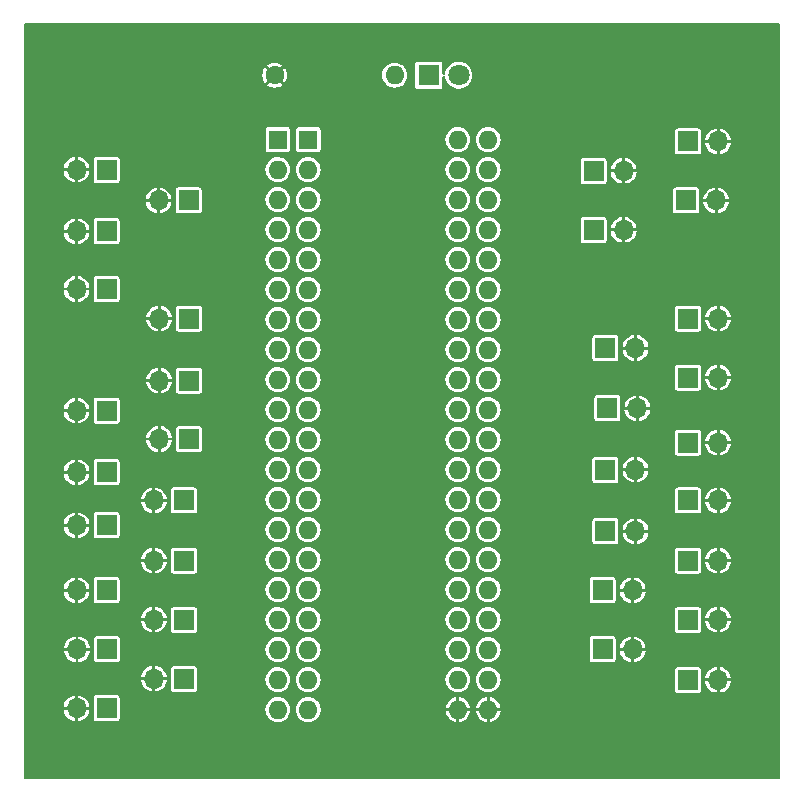
<source format=gbl>
%TF.GenerationSoftware,KiCad,Pcbnew,7.0.1*%
%TF.CreationDate,2023-06-14T21:41:20+02:00*%
%TF.ProjectId,6502_board,36353032-5f62-46f6-9172-642e6b696361,rev?*%
%TF.SameCoordinates,Original*%
%TF.FileFunction,Copper,L2,Bot*%
%TF.FilePolarity,Positive*%
%FSLAX46Y46*%
G04 Gerber Fmt 4.6, Leading zero omitted, Abs format (unit mm)*
G04 Created by KiCad (PCBNEW 7.0.1) date 2023-06-14 21:41:20*
%MOMM*%
%LPD*%
G01*
G04 APERTURE LIST*
%TA.AperFunction,ComponentPad*%
%ADD10R,1.700000X1.700000*%
%TD*%
%TA.AperFunction,ComponentPad*%
%ADD11O,1.700000X1.700000*%
%TD*%
%TA.AperFunction,ComponentPad*%
%ADD12R,1.600000X1.600000*%
%TD*%
%TA.AperFunction,ComponentPad*%
%ADD13O,1.600000X1.600000*%
%TD*%
%TA.AperFunction,ComponentPad*%
%ADD14C,1.600000*%
%TD*%
%TA.AperFunction,ComponentPad*%
%ADD15R,1.800000X1.800000*%
%TD*%
%TA.AperFunction,ComponentPad*%
%ADD16C,1.800000*%
%TD*%
%TA.AperFunction,ViaPad*%
%ADD17C,0.800000*%
%TD*%
G04 APERTURE END LIST*
D10*
%TO.P,J6,1,Pin_1*%
%TO.N,Net-(J6-Pin_1)*%
X41540000Y-113400000D03*
D11*
%TO.P,J6,2,Pin_2*%
%TO.N,GND*%
X39000000Y-113400000D03*
%TD*%
D10*
%TO.P,J16,1,Pin_1*%
%TO.N,Net-(J16-Pin_1)*%
X84240000Y-123500000D03*
D11*
%TO.P,J16,2,Pin_2*%
%TO.N,GND*%
X86780000Y-123500000D03*
%TD*%
D10*
%TO.P,J14,1,Pin_1*%
%TO.N,Net-(J14-Pin_1)*%
X77005000Y-121000000D03*
D11*
%TO.P,J14,2,Pin_2*%
%TO.N,GND*%
X79545000Y-121000000D03*
%TD*%
D10*
%TO.P,J25,1,Pin_1*%
%TO.N,Net-(J25-Pin_1)*%
X76240000Y-90500000D03*
D11*
%TO.P,J25,2,Pin_2*%
%TO.N,GND*%
X78780000Y-90500000D03*
%TD*%
D10*
%TO.P,J29,1,Pin_1*%
%TO.N,Net-(J29-Pin_1)*%
X35000000Y-90600000D03*
D11*
%TO.P,J29,2,Pin_2*%
%TO.N,GND*%
X32460000Y-90600000D03*
%TD*%
D10*
%TO.P,J5,1,Pin_1*%
%TO.N,Net-(J5-Pin_1)*%
X35000000Y-115500000D03*
D11*
%TO.P,J5,2,Pin_2*%
%TO.N,GND*%
X32460000Y-115500000D03*
%TD*%
D10*
%TO.P,J22,1,Pin_1*%
%TO.N,Net-(J22-Pin_1)*%
X77240000Y-110800000D03*
D11*
%TO.P,J22,2,Pin_2*%
%TO.N,GND*%
X79780000Y-110800000D03*
%TD*%
D12*
%TO.P,U1,1,~{VP}*%
%TO.N,Net-(U1-~{VP})*%
X49510000Y-82850000D03*
D13*
%TO.P,U1,2,RDY*%
%TO.N,Net-(J32-Pin_1)*%
X49510000Y-85390000D03*
%TO.P,U1,3,\u03D51*%
%TO.N,Net-(J28-Pin_1)*%
X49510000Y-87930000D03*
%TO.P,U1,4,~{IRQ}*%
%TO.N,Net-(J29-Pin_1)*%
X49510000Y-90470000D03*
%TO.P,U1,5,~{ML}*%
%TO.N,Net-(U1-~{ML})*%
X49510000Y-93010000D03*
%TO.P,U1,6,~{NMI}*%
%TO.N,Net-(J30-Pin_1)*%
X49510000Y-95550000D03*
%TO.P,U1,7,SYNC*%
%TO.N,Net-(J33-Pin_1)*%
X49510000Y-98090000D03*
%TO.P,U1,8,VDD*%
%TO.N,Net-(D1-A)*%
X49510000Y-100630000D03*
%TO.P,U1,9,A0*%
%TO.N,Net-(J1-Pin_1)*%
X49510000Y-103170000D03*
%TO.P,U1,10,A1*%
%TO.N,Net-(J2-Pin_1)*%
X49510000Y-105710000D03*
%TO.P,U1,11,A2*%
%TO.N,Net-(J4-Pin_1)*%
X49510000Y-108250000D03*
%TO.P,U1,12,A3*%
%TO.N,Net-(J3-Pin_1)*%
X49510000Y-110790000D03*
%TO.P,U1,13,A4*%
%TO.N,Net-(J6-Pin_1)*%
X49510000Y-113330000D03*
%TO.P,U1,14,A5*%
%TO.N,Net-(J5-Pin_1)*%
X49510000Y-115870000D03*
%TO.P,U1,15,A6*%
%TO.N,Net-(J11-Pin_1)*%
X49510000Y-118410000D03*
%TO.P,U1,16,A7*%
%TO.N,Net-(J8-Pin_1)*%
X49510000Y-120950000D03*
%TO.P,U1,17,A8*%
%TO.N,Net-(J10-Pin_1)*%
X49510000Y-123490000D03*
%TO.P,U1,18,A9*%
%TO.N,Net-(J7-Pin_1)*%
X49510000Y-126030000D03*
%TO.P,U1,19,A10*%
%TO.N,Net-(J12-Pin_1)*%
X49510000Y-128570000D03*
%TO.P,U1,20,A11*%
%TO.N,Net-(J9-Pin_1)*%
X49510000Y-131110000D03*
%TO.P,U1,21,VSS*%
%TO.N,GND*%
X64750000Y-131110000D03*
%TO.P,U1,22,A12*%
%TO.N,Net-(J15-Pin_1)*%
X64750000Y-128570000D03*
%TO.P,U1,23,A13*%
%TO.N,Net-(J13-Pin_1)*%
X64750000Y-126030000D03*
%TO.P,U1,24,A14*%
%TO.N,Net-(J16-Pin_1)*%
X64750000Y-123490000D03*
%TO.P,U1,25,A15*%
%TO.N,Net-(J14-Pin_1)*%
X64750000Y-120950000D03*
%TO.P,U1,26,D7*%
%TO.N,Net-(J20-Pin_1)*%
X64750000Y-118410000D03*
%TO.P,U1,27,D6*%
%TO.N,Net-(J24-Pin_1)*%
X64750000Y-115870000D03*
%TO.P,U1,28,D5*%
%TO.N,Net-(J18-Pin_1)*%
X64750000Y-113330000D03*
%TO.P,U1,29,D4*%
%TO.N,Net-(J22-Pin_1)*%
X64750000Y-110790000D03*
%TO.P,U1,30,D3*%
%TO.N,Net-(J19-Pin_1)*%
X64750000Y-108250000D03*
%TO.P,U1,31,D2*%
%TO.N,Net-(J23-Pin_1)*%
X64750000Y-105710000D03*
%TO.P,U1,32,D1*%
%TO.N,Net-(J17-Pin_1)*%
X64750000Y-103170000D03*
%TO.P,U1,33,D0*%
%TO.N,Net-(J21-Pin_1)*%
X64750000Y-100630000D03*
%TO.P,U1,34,R/~{W}*%
%TO.N,Net-(J31-Pin_1)*%
X64750000Y-98090000D03*
%TO.P,U1,35,nc*%
%TO.N,unconnected-(U1-nc-Pad35)*%
X64750000Y-95550000D03*
%TO.P,U1,36,BE*%
%TO.N,Net-(U1-BE)*%
X64750000Y-93010000D03*
%TO.P,U1,37,\u03D50*%
%TO.N,Net-(J25-Pin_1)*%
X64750000Y-90470000D03*
%TO.P,U1,38,~{SO}*%
%TO.N,Net-(J34-Pin_1)*%
X64750000Y-87930000D03*
%TO.P,U1,39,\u03D52*%
%TO.N,Net-(J26-Pin_1)*%
X64750000Y-85390000D03*
%TO.P,U1,40,~{RES}*%
%TO.N,Net-(J27-Pin_1)*%
X64750000Y-82850000D03*
%TD*%
D10*
%TO.P,J20,1,Pin_1*%
%TO.N,Net-(J20-Pin_1)*%
X84240000Y-118500000D03*
D11*
%TO.P,J20,2,Pin_2*%
%TO.N,GND*%
X86780000Y-118500000D03*
%TD*%
D12*
%TO.P,U2,1,~{VP}*%
%TO.N,Net-(U1-~{VP})*%
X52075000Y-82850000D03*
D13*
%TO.P,U2,2,RDY*%
%TO.N,Net-(J32-Pin_1)*%
X52075000Y-85390000D03*
%TO.P,U2,3,\u03D51*%
%TO.N,Net-(J28-Pin_1)*%
X52075000Y-87930000D03*
%TO.P,U2,4,~{IRQ}*%
%TO.N,Net-(J29-Pin_1)*%
X52075000Y-90470000D03*
%TO.P,U2,5,~{ML}*%
%TO.N,Net-(U1-~{ML})*%
X52075000Y-93010000D03*
%TO.P,U2,6,~{NMI}*%
%TO.N,Net-(J30-Pin_1)*%
X52075000Y-95550000D03*
%TO.P,U2,7,SYNC*%
%TO.N,Net-(J33-Pin_1)*%
X52075000Y-98090000D03*
%TO.P,U2,8,VDD*%
%TO.N,Net-(D1-A)*%
X52075000Y-100630000D03*
%TO.P,U2,9,A0*%
%TO.N,Net-(J1-Pin_1)*%
X52075000Y-103170000D03*
%TO.P,U2,10,A1*%
%TO.N,Net-(J2-Pin_1)*%
X52075000Y-105710000D03*
%TO.P,U2,11,A2*%
%TO.N,Net-(J4-Pin_1)*%
X52075000Y-108250000D03*
%TO.P,U2,12,A3*%
%TO.N,Net-(J3-Pin_1)*%
X52075000Y-110790000D03*
%TO.P,U2,13,A4*%
%TO.N,Net-(J6-Pin_1)*%
X52075000Y-113330000D03*
%TO.P,U2,14,A5*%
%TO.N,Net-(J5-Pin_1)*%
X52075000Y-115870000D03*
%TO.P,U2,15,A6*%
%TO.N,Net-(J11-Pin_1)*%
X52075000Y-118410000D03*
%TO.P,U2,16,A7*%
%TO.N,Net-(J8-Pin_1)*%
X52075000Y-120950000D03*
%TO.P,U2,17,A8*%
%TO.N,Net-(J10-Pin_1)*%
X52075000Y-123490000D03*
%TO.P,U2,18,A9*%
%TO.N,Net-(J7-Pin_1)*%
X52075000Y-126030000D03*
%TO.P,U2,19,A10*%
%TO.N,Net-(J12-Pin_1)*%
X52075000Y-128570000D03*
%TO.P,U2,20,A11*%
%TO.N,Net-(J9-Pin_1)*%
X52075000Y-131110000D03*
%TO.P,U2,21,VSS*%
%TO.N,GND*%
X67315000Y-131110000D03*
%TO.P,U2,22,A12*%
%TO.N,Net-(J15-Pin_1)*%
X67315000Y-128570000D03*
%TO.P,U2,23,A13*%
%TO.N,Net-(J13-Pin_1)*%
X67315000Y-126030000D03*
%TO.P,U2,24,A14*%
%TO.N,Net-(J16-Pin_1)*%
X67315000Y-123490000D03*
%TO.P,U2,25,A15*%
%TO.N,Net-(J14-Pin_1)*%
X67315000Y-120950000D03*
%TO.P,U2,26,D7*%
%TO.N,Net-(J20-Pin_1)*%
X67315000Y-118410000D03*
%TO.P,U2,27,D6*%
%TO.N,Net-(J24-Pin_1)*%
X67315000Y-115870000D03*
%TO.P,U2,28,D5*%
%TO.N,Net-(J18-Pin_1)*%
X67315000Y-113330000D03*
%TO.P,U2,29,D4*%
%TO.N,Net-(J22-Pin_1)*%
X67315000Y-110790000D03*
%TO.P,U2,30,D3*%
%TO.N,Net-(J19-Pin_1)*%
X67315000Y-108250000D03*
%TO.P,U2,31,D2*%
%TO.N,Net-(J23-Pin_1)*%
X67315000Y-105710000D03*
%TO.P,U2,32,D1*%
%TO.N,Net-(J17-Pin_1)*%
X67315000Y-103170000D03*
%TO.P,U2,33,D0*%
%TO.N,Net-(J21-Pin_1)*%
X67315000Y-100630000D03*
%TO.P,U2,34,R/~{W}*%
%TO.N,Net-(J31-Pin_1)*%
X67315000Y-98090000D03*
%TO.P,U2,35,nc*%
%TO.N,unconnected-(U2-nc-Pad35)*%
X67315000Y-95550000D03*
%TO.P,U2,36,BE*%
%TO.N,Net-(U1-BE)*%
X67315000Y-93010000D03*
%TO.P,U2,37,\u03D50*%
%TO.N,Net-(J25-Pin_1)*%
X67315000Y-90470000D03*
%TO.P,U2,38,~{SO}*%
%TO.N,Net-(J34-Pin_1)*%
X67315000Y-87930000D03*
%TO.P,U2,39,\u03D52*%
%TO.N,Net-(J26-Pin_1)*%
X67315000Y-85390000D03*
%TO.P,U2,40,~{RES}*%
%TO.N,Net-(J27-Pin_1)*%
X67315000Y-82850000D03*
%TD*%
D10*
%TO.P,J18,1,Pin_1*%
%TO.N,Net-(J18-Pin_1)*%
X84240000Y-113400000D03*
D11*
%TO.P,J18,2,Pin_2*%
%TO.N,GND*%
X86780000Y-113400000D03*
%TD*%
D10*
%TO.P,J34,1,Pin_1*%
%TO.N,Net-(J34-Pin_1)*%
X84080000Y-88000000D03*
D11*
%TO.P,J34,2,Pin_2*%
%TO.N,GND*%
X86620000Y-88000000D03*
%TD*%
D10*
%TO.P,J33,1,Pin_1*%
%TO.N,Net-(J33-Pin_1)*%
X42000000Y-98000000D03*
D11*
%TO.P,J33,2,Pin_2*%
%TO.N,GND*%
X39460000Y-98000000D03*
%TD*%
D10*
%TO.P,J31,1,Pin_1*%
%TO.N,Net-(J31-Pin_1)*%
X84240000Y-98000000D03*
D11*
%TO.P,J31,2,Pin_2*%
%TO.N,GND*%
X86780000Y-98000000D03*
%TD*%
D10*
%TO.P,J9,1,Pin_1*%
%TO.N,Net-(J9-Pin_1)*%
X35000000Y-131000000D03*
D11*
%TO.P,J9,2,Pin_2*%
%TO.N,GND*%
X32460000Y-131000000D03*
%TD*%
D10*
%TO.P,J17,1,Pin_1*%
%TO.N,Net-(J17-Pin_1)*%
X84240000Y-103000000D03*
D11*
%TO.P,J17,2,Pin_2*%
%TO.N,GND*%
X86780000Y-103000000D03*
%TD*%
D10*
%TO.P,J23,1,Pin_1*%
%TO.N,Net-(J23-Pin_1)*%
X77405000Y-105600000D03*
D11*
%TO.P,J23,2,Pin_2*%
%TO.N,GND*%
X79945000Y-105600000D03*
%TD*%
D10*
%TO.P,J8,1,Pin_1*%
%TO.N,Net-(J8-Pin_1)*%
X35000000Y-121000000D03*
D11*
%TO.P,J8,2,Pin_2*%
%TO.N,GND*%
X32460000Y-121000000D03*
%TD*%
D10*
%TO.P,J28,1,Pin_1*%
%TO.N,Net-(J28-Pin_1)*%
X41940000Y-88000000D03*
D11*
%TO.P,J28,2,Pin_2*%
%TO.N,GND*%
X39400000Y-88000000D03*
%TD*%
D14*
%TO.P,R1,1*%
%TO.N,GND*%
X49240000Y-77400000D03*
D13*
%TO.P,R1,2*%
%TO.N,Net-(D1-K)*%
X59400000Y-77400000D03*
%TD*%
D10*
%TO.P,J3,1,Pin_1*%
%TO.N,Net-(J3-Pin_1)*%
X35000000Y-111000000D03*
D11*
%TO.P,J3,2,Pin_2*%
%TO.N,GND*%
X32460000Y-111000000D03*
%TD*%
D10*
%TO.P,J27,1,Pin_1*%
%TO.N,Net-(J27-Pin_1)*%
X84240000Y-83000000D03*
D11*
%TO.P,J27,2,Pin_2*%
%TO.N,GND*%
X86780000Y-83000000D03*
%TD*%
D10*
%TO.P,J7,1,Pin_1*%
%TO.N,Net-(J7-Pin_1)*%
X35040000Y-126000000D03*
D11*
%TO.P,J7,2,Pin_2*%
%TO.N,GND*%
X32500000Y-126000000D03*
%TD*%
D10*
%TO.P,J1,1,Pin_1*%
%TO.N,Net-(J1-Pin_1)*%
X42000000Y-103250000D03*
D11*
%TO.P,J1,2,Pin_2*%
%TO.N,GND*%
X39460000Y-103250000D03*
%TD*%
D10*
%TO.P,J12,1,Pin_1*%
%TO.N,Net-(J12-Pin_1)*%
X41540000Y-128500000D03*
D11*
%TO.P,J12,2,Pin_2*%
%TO.N,GND*%
X39000000Y-128500000D03*
%TD*%
D10*
%TO.P,J19,1,Pin_1*%
%TO.N,Net-(J19-Pin_1)*%
X84240000Y-108500000D03*
D11*
%TO.P,J19,2,Pin_2*%
%TO.N,GND*%
X86780000Y-108500000D03*
%TD*%
D15*
%TO.P,D1,1,K*%
%TO.N,Net-(D1-K)*%
X62280000Y-77400000D03*
D16*
%TO.P,D1,2,A*%
%TO.N,Net-(D1-A)*%
X64820000Y-77400000D03*
%TD*%
D10*
%TO.P,J4,1,Pin_1*%
%TO.N,Net-(J4-Pin_1)*%
X42000000Y-108200000D03*
D11*
%TO.P,J4,2,Pin_2*%
%TO.N,GND*%
X39460000Y-108200000D03*
%TD*%
D10*
%TO.P,J11,1,Pin_1*%
%TO.N,Net-(J11-Pin_1)*%
X41540000Y-118500000D03*
D11*
%TO.P,J11,2,Pin_2*%
%TO.N,GND*%
X39000000Y-118500000D03*
%TD*%
D10*
%TO.P,J15,1,Pin_1*%
%TO.N,Net-(J15-Pin_1)*%
X84240000Y-128600000D03*
D11*
%TO.P,J15,2,Pin_2*%
%TO.N,GND*%
X86780000Y-128600000D03*
%TD*%
D10*
%TO.P,J10,1,Pin_1*%
%TO.N,Net-(J10-Pin_1)*%
X41540000Y-123500000D03*
D11*
%TO.P,J10,2,Pin_2*%
%TO.N,GND*%
X39000000Y-123500000D03*
%TD*%
D10*
%TO.P,J24,1,Pin_1*%
%TO.N,Net-(J24-Pin_1)*%
X77240000Y-116000000D03*
D11*
%TO.P,J24,2,Pin_2*%
%TO.N,GND*%
X79780000Y-116000000D03*
%TD*%
D10*
%TO.P,J32,1,Pin_1*%
%TO.N,Net-(J32-Pin_1)*%
X35000000Y-85400000D03*
D11*
%TO.P,J32,2,Pin_2*%
%TO.N,GND*%
X32460000Y-85400000D03*
%TD*%
D10*
%TO.P,J13,1,Pin_1*%
%TO.N,Net-(J13-Pin_1)*%
X77005000Y-126000000D03*
D11*
%TO.P,J13,2,Pin_2*%
%TO.N,GND*%
X79545000Y-126000000D03*
%TD*%
D10*
%TO.P,J2,1,Pin_1*%
%TO.N,Net-(J2-Pin_1)*%
X35000000Y-105800000D03*
D11*
%TO.P,J2,2,Pin_2*%
%TO.N,GND*%
X32460000Y-105800000D03*
%TD*%
D10*
%TO.P,J21,1,Pin_1*%
%TO.N,Net-(J21-Pin_1)*%
X77240000Y-100500000D03*
D11*
%TO.P,J21,2,Pin_2*%
%TO.N,GND*%
X79780000Y-100500000D03*
%TD*%
D10*
%TO.P,J26,1,Pin_1*%
%TO.N,Net-(J26-Pin_1)*%
X76240000Y-85500000D03*
D11*
%TO.P,J26,2,Pin_2*%
%TO.N,GND*%
X78780000Y-85500000D03*
%TD*%
D10*
%TO.P,J30,1,Pin_1*%
%TO.N,Net-(J30-Pin_1)*%
X35000000Y-95500000D03*
D11*
%TO.P,J30,2,Pin_2*%
%TO.N,GND*%
X32460000Y-95500000D03*
%TD*%
D17*
%TO.N,GND*%
X90000000Y-77500000D03*
X75000000Y-135000000D03*
X90000000Y-90000000D03*
X60000000Y-135000000D03*
X90000000Y-102500000D03*
X75000000Y-75000000D03*
X90000000Y-110000000D03*
X62500000Y-135000000D03*
X90000000Y-130000000D03*
X30000000Y-87500000D03*
X65000000Y-135000000D03*
X30000000Y-97500000D03*
X67500000Y-135000000D03*
X90000000Y-92500000D03*
X90000000Y-97500000D03*
X67500000Y-75000000D03*
X60000000Y-75000000D03*
X32500000Y-75000000D03*
X55000000Y-75000000D03*
X90000000Y-125000000D03*
X90000000Y-120000000D03*
X30000000Y-122500000D03*
X90000000Y-127500000D03*
X62500000Y-75000000D03*
X30000000Y-117500000D03*
X90000000Y-112500000D03*
X90000000Y-75000000D03*
X30000000Y-100000000D03*
X32500000Y-135000000D03*
X40000000Y-75000000D03*
X52500000Y-75000000D03*
X30000000Y-120000000D03*
X30000000Y-132500000D03*
X52500000Y-135000000D03*
X30000000Y-107500000D03*
X77500000Y-135000000D03*
X30000000Y-90000000D03*
X50000000Y-135000000D03*
X30000000Y-102500000D03*
X80000000Y-75000000D03*
X47500000Y-75000000D03*
X30000000Y-80000000D03*
X30000000Y-130000000D03*
X35000000Y-75000000D03*
X42500000Y-75000000D03*
X30000000Y-95000000D03*
X37500000Y-135000000D03*
X50000000Y-75000000D03*
X90000000Y-85000000D03*
X30000000Y-115000000D03*
X70000000Y-75000000D03*
X57500000Y-135000000D03*
X30000000Y-112500000D03*
X45000000Y-75000000D03*
X30000000Y-75000000D03*
X45000000Y-135000000D03*
X30000000Y-127500000D03*
X30000000Y-92500000D03*
X30000000Y-135000000D03*
X30000000Y-77500000D03*
X72500000Y-135000000D03*
X90000000Y-122500000D03*
X90000000Y-132500000D03*
X77500000Y-75000000D03*
X85000000Y-135000000D03*
X47500000Y-135000000D03*
X57500000Y-75000000D03*
X90000000Y-135000000D03*
X30000000Y-82500000D03*
X40000000Y-135000000D03*
X90000000Y-105000000D03*
X55000000Y-135000000D03*
X90000000Y-117500000D03*
X85000000Y-75000000D03*
X30000000Y-105000000D03*
X30000000Y-110000000D03*
X70000000Y-135000000D03*
X82500000Y-75000000D03*
X42500000Y-135000000D03*
X35000000Y-135000000D03*
X90000000Y-100000000D03*
X82500000Y-135000000D03*
X90000000Y-82500000D03*
X72500000Y-75000000D03*
X90000000Y-107500000D03*
X87500000Y-135000000D03*
X90000000Y-80000000D03*
X80000000Y-135000000D03*
X30000000Y-125000000D03*
X37500000Y-75000000D03*
X90000000Y-87500000D03*
X87500000Y-75000000D03*
X65000000Y-75000000D03*
X90000000Y-115000000D03*
X30000000Y-85000000D03*
X90000000Y-95000000D03*
%TD*%
%TA.AperFunction,Conductor*%
%TO.N,GND*%
G36*
X91937500Y-73017113D02*
G01*
X91982887Y-73062500D01*
X91999500Y-73124500D01*
X91999500Y-136875500D01*
X91982887Y-136937500D01*
X91937500Y-136982887D01*
X91875500Y-136999500D01*
X28124500Y-136999500D01*
X28062500Y-136982887D01*
X28017113Y-136937500D01*
X28000500Y-136875500D01*
X28000500Y-131125000D01*
X31366870Y-131125000D01*
X31374096Y-131202992D01*
X31429885Y-131399068D01*
X31520751Y-131581553D01*
X31643607Y-131744241D01*
X31794259Y-131881578D01*
X31967588Y-131988899D01*
X32157679Y-132062540D01*
X32335000Y-132095687D01*
X32335000Y-131125000D01*
X32585000Y-131125000D01*
X32585000Y-132095687D01*
X32762320Y-132062540D01*
X32952411Y-131988899D01*
X33125740Y-131881578D01*
X33133312Y-131874675D01*
X33899500Y-131874675D01*
X33914033Y-131947738D01*
X33914033Y-131947739D01*
X33914034Y-131947740D01*
X33969399Y-132030601D01*
X34052260Y-132085966D01*
X34088793Y-132093233D01*
X34125325Y-132100500D01*
X34125326Y-132100500D01*
X35874674Y-132100500D01*
X35874675Y-132100500D01*
X35899029Y-132095655D01*
X35947740Y-132085966D01*
X36030601Y-132030601D01*
X36085966Y-131947740D01*
X36100500Y-131874674D01*
X36100500Y-131109999D01*
X48454417Y-131109999D01*
X48474699Y-131315932D01*
X48474700Y-131315934D01*
X48534768Y-131513954D01*
X48632315Y-131696450D01*
X48671536Y-131744241D01*
X48763589Y-131856410D01*
X48794257Y-131881578D01*
X48923550Y-131987685D01*
X49106046Y-132085232D01*
X49304066Y-132145300D01*
X49510000Y-132165583D01*
X49715934Y-132145300D01*
X49913954Y-132085232D01*
X50096450Y-131987685D01*
X50256410Y-131856410D01*
X50387685Y-131696450D01*
X50485232Y-131513954D01*
X50545300Y-131315934D01*
X50565583Y-131110000D01*
X50565583Y-131109999D01*
X51019417Y-131109999D01*
X51039699Y-131315932D01*
X51039700Y-131315934D01*
X51099768Y-131513954D01*
X51197315Y-131696450D01*
X51236536Y-131744241D01*
X51328589Y-131856410D01*
X51359257Y-131881578D01*
X51488550Y-131987685D01*
X51671046Y-132085232D01*
X51869066Y-132145300D01*
X52075000Y-132165583D01*
X52280934Y-132145300D01*
X52478954Y-132085232D01*
X52661450Y-131987685D01*
X52821410Y-131856410D01*
X52952685Y-131696450D01*
X53050232Y-131513954D01*
X53110300Y-131315934D01*
X53118271Y-131235000D01*
X63707230Y-131235000D01*
X63715191Y-131315834D01*
X63775233Y-131513764D01*
X63872731Y-131696171D01*
X64003945Y-131856054D01*
X64163828Y-131987268D01*
X64346235Y-132084766D01*
X64544165Y-132144808D01*
X64625000Y-132152770D01*
X64625000Y-131235000D01*
X64875000Y-131235000D01*
X64875000Y-132152770D01*
X64955834Y-132144808D01*
X65153764Y-132084766D01*
X65336171Y-131987268D01*
X65496054Y-131856054D01*
X65627268Y-131696171D01*
X65724766Y-131513764D01*
X65784808Y-131315834D01*
X65792770Y-131235000D01*
X66272230Y-131235000D01*
X66280191Y-131315834D01*
X66340233Y-131513764D01*
X66437731Y-131696171D01*
X66568945Y-131856054D01*
X66728828Y-131987268D01*
X66911235Y-132084766D01*
X67109165Y-132144808D01*
X67190000Y-132152770D01*
X67190000Y-131235000D01*
X67440000Y-131235000D01*
X67440000Y-132152770D01*
X67520834Y-132144808D01*
X67718764Y-132084766D01*
X67901171Y-131987268D01*
X68061054Y-131856054D01*
X68192268Y-131696171D01*
X68289766Y-131513764D01*
X68349808Y-131315834D01*
X68357770Y-131235000D01*
X67440000Y-131235000D01*
X67190000Y-131235000D01*
X66272230Y-131235000D01*
X65792770Y-131235000D01*
X64875000Y-131235000D01*
X64625000Y-131235000D01*
X63707230Y-131235000D01*
X53118271Y-131235000D01*
X53130583Y-131110000D01*
X53118271Y-130985000D01*
X63707229Y-130985000D01*
X64625000Y-130985000D01*
X64625000Y-130067229D01*
X64874999Y-130067229D01*
X64875000Y-130067230D01*
X64875000Y-130985000D01*
X65792770Y-130985000D01*
X66272229Y-130985000D01*
X67190000Y-130985000D01*
X67190000Y-130067229D01*
X67439999Y-130067229D01*
X67440000Y-130067230D01*
X67440000Y-130985000D01*
X68357770Y-130985000D01*
X68349808Y-130904165D01*
X68289766Y-130706235D01*
X68192268Y-130523828D01*
X68061054Y-130363945D01*
X67901171Y-130232731D01*
X67718764Y-130135233D01*
X67520834Y-130075191D01*
X67439999Y-130067229D01*
X67190000Y-130067229D01*
X67109165Y-130075191D01*
X66911235Y-130135233D01*
X66728828Y-130232731D01*
X66568945Y-130363945D01*
X66437731Y-130523828D01*
X66340233Y-130706235D01*
X66280191Y-130904165D01*
X66272229Y-130985000D01*
X65792770Y-130985000D01*
X65784808Y-130904165D01*
X65724766Y-130706235D01*
X65627268Y-130523828D01*
X65496054Y-130363945D01*
X65336171Y-130232731D01*
X65153764Y-130135233D01*
X64955834Y-130075191D01*
X64874999Y-130067229D01*
X64625000Y-130067229D01*
X64544165Y-130075191D01*
X64346235Y-130135233D01*
X64163828Y-130232731D01*
X64003945Y-130363945D01*
X63872731Y-130523828D01*
X63775233Y-130706235D01*
X63715191Y-130904165D01*
X63707229Y-130985000D01*
X53118271Y-130985000D01*
X53110300Y-130904066D01*
X53050232Y-130706046D01*
X52952685Y-130523550D01*
X52866429Y-130418446D01*
X52821410Y-130363589D01*
X52723952Y-130283609D01*
X52661450Y-130232315D01*
X52478954Y-130134768D01*
X52379943Y-130104733D01*
X52280932Y-130074699D01*
X52075000Y-130054417D01*
X51869067Y-130074699D01*
X51671043Y-130134769D01*
X51488551Y-130232314D01*
X51328589Y-130363589D01*
X51197314Y-130523551D01*
X51099769Y-130706043D01*
X51039699Y-130904067D01*
X51019417Y-131109999D01*
X50565583Y-131109999D01*
X50545300Y-130904066D01*
X50485232Y-130706046D01*
X50387685Y-130523550D01*
X50301429Y-130418446D01*
X50256410Y-130363589D01*
X50158952Y-130283609D01*
X50096450Y-130232315D01*
X49913954Y-130134768D01*
X49814943Y-130104733D01*
X49715932Y-130074699D01*
X49510000Y-130054417D01*
X49304067Y-130074699D01*
X49106043Y-130134769D01*
X48923551Y-130232314D01*
X48763589Y-130363589D01*
X48632314Y-130523551D01*
X48534769Y-130706043D01*
X48474699Y-130904067D01*
X48454417Y-131109999D01*
X36100500Y-131109999D01*
X36100500Y-130125326D01*
X36099126Y-130118421D01*
X36088944Y-130067230D01*
X36085966Y-130052260D01*
X36030601Y-129969399D01*
X35947740Y-129914034D01*
X35947739Y-129914033D01*
X35947738Y-129914033D01*
X35874675Y-129899500D01*
X35874674Y-129899500D01*
X34125326Y-129899500D01*
X34125325Y-129899500D01*
X34052261Y-129914033D01*
X33969399Y-129969399D01*
X33914033Y-130052261D01*
X33899500Y-130125325D01*
X33899500Y-131874675D01*
X33133312Y-131874675D01*
X33276392Y-131744241D01*
X33399248Y-131581553D01*
X33490114Y-131399068D01*
X33545903Y-131202992D01*
X33553130Y-131125000D01*
X32585000Y-131125000D01*
X32335000Y-131125000D01*
X31366870Y-131125000D01*
X28000500Y-131125000D01*
X28000500Y-130874999D01*
X31366869Y-130874999D01*
X31366870Y-130875000D01*
X32335000Y-130875000D01*
X32335000Y-129904313D01*
X32585000Y-129904313D01*
X32585000Y-130875000D01*
X33553130Y-130875000D01*
X33553130Y-130874999D01*
X33545903Y-130797007D01*
X33490114Y-130600931D01*
X33399248Y-130418446D01*
X33276392Y-130255758D01*
X33125740Y-130118421D01*
X32952411Y-130011100D01*
X32762320Y-129937459D01*
X32585000Y-129904313D01*
X32335000Y-129904313D01*
X32335000Y-129904312D01*
X32157679Y-129937459D01*
X31967588Y-130011100D01*
X31794259Y-130118421D01*
X31643607Y-130255758D01*
X31520751Y-130418446D01*
X31429885Y-130600931D01*
X31374096Y-130797007D01*
X31366869Y-130874999D01*
X28000500Y-130874999D01*
X28000500Y-128625000D01*
X37906870Y-128625000D01*
X37914096Y-128702992D01*
X37969885Y-128899068D01*
X38060751Y-129081553D01*
X38183607Y-129244241D01*
X38334259Y-129381578D01*
X38507588Y-129488899D01*
X38697679Y-129562540D01*
X38875000Y-129595687D01*
X38875000Y-128625000D01*
X39125000Y-128625000D01*
X39125000Y-129595687D01*
X39302320Y-129562540D01*
X39492411Y-129488899D01*
X39665740Y-129381578D01*
X39673312Y-129374675D01*
X40439500Y-129374675D01*
X40454033Y-129447738D01*
X40454033Y-129447739D01*
X40454034Y-129447740D01*
X40509399Y-129530601D01*
X40592260Y-129585966D01*
X40628792Y-129593232D01*
X40665325Y-129600500D01*
X40665326Y-129600500D01*
X42414674Y-129600500D01*
X42414675Y-129600500D01*
X42439029Y-129595655D01*
X42487740Y-129585966D01*
X42570601Y-129530601D01*
X42625966Y-129447740D01*
X42640500Y-129374674D01*
X42640500Y-128570000D01*
X48454417Y-128570000D01*
X48474699Y-128775932D01*
X48474700Y-128775934D01*
X48534768Y-128973954D01*
X48632315Y-129156450D01*
X48683609Y-129218952D01*
X48763589Y-129316410D01*
X48842998Y-129381578D01*
X48923550Y-129447685D01*
X49106046Y-129545232D01*
X49304066Y-129605300D01*
X49510000Y-129625583D01*
X49715934Y-129605300D01*
X49913954Y-129545232D01*
X50096450Y-129447685D01*
X50256410Y-129316410D01*
X50387685Y-129156450D01*
X50485232Y-128973954D01*
X50545300Y-128775934D01*
X50565583Y-128570000D01*
X51019417Y-128570000D01*
X51039699Y-128775932D01*
X51039700Y-128775934D01*
X51099768Y-128973954D01*
X51197315Y-129156450D01*
X51248609Y-129218952D01*
X51328589Y-129316410D01*
X51407998Y-129381578D01*
X51488550Y-129447685D01*
X51671046Y-129545232D01*
X51869066Y-129605300D01*
X52075000Y-129625583D01*
X52280934Y-129605300D01*
X52478954Y-129545232D01*
X52661450Y-129447685D01*
X52821410Y-129316410D01*
X52952685Y-129156450D01*
X53050232Y-128973954D01*
X53110300Y-128775934D01*
X53130583Y-128570000D01*
X63694417Y-128570000D01*
X63714699Y-128775932D01*
X63714700Y-128775934D01*
X63774768Y-128973954D01*
X63872315Y-129156450D01*
X63923609Y-129218952D01*
X64003589Y-129316410D01*
X64082998Y-129381578D01*
X64163550Y-129447685D01*
X64346046Y-129545232D01*
X64544066Y-129605300D01*
X64750000Y-129625583D01*
X64955934Y-129605300D01*
X65153954Y-129545232D01*
X65336450Y-129447685D01*
X65496410Y-129316410D01*
X65627685Y-129156450D01*
X65725232Y-128973954D01*
X65785300Y-128775934D01*
X65805583Y-128570000D01*
X66259417Y-128570000D01*
X66279699Y-128775932D01*
X66279700Y-128775934D01*
X66339768Y-128973954D01*
X66437315Y-129156450D01*
X66488609Y-129218952D01*
X66568589Y-129316410D01*
X66647998Y-129381578D01*
X66728550Y-129447685D01*
X66911046Y-129545232D01*
X67109066Y-129605300D01*
X67315000Y-129625583D01*
X67520934Y-129605300D01*
X67718954Y-129545232D01*
X67850956Y-129474675D01*
X83139500Y-129474675D01*
X83154033Y-129547738D01*
X83154033Y-129547739D01*
X83154034Y-129547740D01*
X83209399Y-129630601D01*
X83292260Y-129685966D01*
X83328792Y-129693232D01*
X83365325Y-129700500D01*
X83365326Y-129700500D01*
X85114674Y-129700500D01*
X85114675Y-129700500D01*
X85139029Y-129695655D01*
X85187740Y-129685966D01*
X85270601Y-129630601D01*
X85325966Y-129547740D01*
X85335655Y-129499029D01*
X85340500Y-129474675D01*
X85340500Y-128725000D01*
X85686870Y-128725000D01*
X85694096Y-128802992D01*
X85749885Y-128999068D01*
X85840751Y-129181553D01*
X85963607Y-129344241D01*
X86114259Y-129481578D01*
X86287588Y-129588899D01*
X86477679Y-129662540D01*
X86655000Y-129695687D01*
X86655000Y-128725000D01*
X86905000Y-128725000D01*
X86905000Y-129695687D01*
X87082320Y-129662540D01*
X87272411Y-129588899D01*
X87445740Y-129481578D01*
X87596392Y-129344241D01*
X87719248Y-129181553D01*
X87810114Y-128999068D01*
X87865903Y-128802992D01*
X87873130Y-128725000D01*
X86905000Y-128725000D01*
X86655000Y-128725000D01*
X85686870Y-128725000D01*
X85340500Y-128725000D01*
X85340500Y-128474999D01*
X85686869Y-128474999D01*
X85686870Y-128475000D01*
X86655000Y-128475000D01*
X86655000Y-127504313D01*
X86905000Y-127504313D01*
X86905000Y-128475000D01*
X87873130Y-128475000D01*
X87873130Y-128474999D01*
X87865903Y-128397007D01*
X87810114Y-128200931D01*
X87719248Y-128018446D01*
X87596392Y-127855758D01*
X87445740Y-127718421D01*
X87272411Y-127611100D01*
X87082320Y-127537459D01*
X86905000Y-127504313D01*
X86655000Y-127504313D01*
X86655000Y-127504312D01*
X86477679Y-127537459D01*
X86287588Y-127611100D01*
X86114259Y-127718421D01*
X85963607Y-127855758D01*
X85840751Y-128018446D01*
X85749885Y-128200931D01*
X85694096Y-128397007D01*
X85686869Y-128474999D01*
X85340500Y-128474999D01*
X85340500Y-127725325D01*
X85325966Y-127652261D01*
X85325966Y-127652260D01*
X85270601Y-127569399D01*
X85187740Y-127514034D01*
X85187739Y-127514033D01*
X85187738Y-127514033D01*
X85114675Y-127499500D01*
X85114674Y-127499500D01*
X83365326Y-127499500D01*
X83365325Y-127499500D01*
X83292261Y-127514033D01*
X83209399Y-127569399D01*
X83154033Y-127652261D01*
X83139500Y-127725325D01*
X83139500Y-129474675D01*
X67850956Y-129474675D01*
X67901450Y-129447685D01*
X68061410Y-129316410D01*
X68192685Y-129156450D01*
X68290232Y-128973954D01*
X68350300Y-128775934D01*
X68370583Y-128570000D01*
X68350300Y-128364066D01*
X68290232Y-128166046D01*
X68192685Y-127983550D01*
X68127047Y-127903569D01*
X68061410Y-127823589D01*
X67933260Y-127718421D01*
X67901450Y-127692315D01*
X67810202Y-127643541D01*
X67718956Y-127594769D01*
X67718955Y-127594768D01*
X67718954Y-127594768D01*
X67578826Y-127552261D01*
X67520932Y-127534699D01*
X67315000Y-127514417D01*
X67109067Y-127534699D01*
X66911043Y-127594769D01*
X66728551Y-127692314D01*
X66568589Y-127823589D01*
X66437314Y-127983551D01*
X66339769Y-128166043D01*
X66279699Y-128364067D01*
X66259417Y-128570000D01*
X65805583Y-128570000D01*
X65785300Y-128364066D01*
X65725232Y-128166046D01*
X65627685Y-127983550D01*
X65562047Y-127903569D01*
X65496410Y-127823589D01*
X65368260Y-127718421D01*
X65336450Y-127692315D01*
X65245202Y-127643541D01*
X65153956Y-127594769D01*
X65153955Y-127594768D01*
X65153954Y-127594768D01*
X65013826Y-127552261D01*
X64955932Y-127534699D01*
X64750000Y-127514417D01*
X64544067Y-127534699D01*
X64346043Y-127594769D01*
X64163551Y-127692314D01*
X64003589Y-127823589D01*
X63872314Y-127983551D01*
X63774769Y-128166043D01*
X63714699Y-128364067D01*
X63694417Y-128570000D01*
X53130583Y-128570000D01*
X53110300Y-128364066D01*
X53050232Y-128166046D01*
X52952685Y-127983550D01*
X52887047Y-127903569D01*
X52821410Y-127823589D01*
X52693260Y-127718421D01*
X52661450Y-127692315D01*
X52570202Y-127643541D01*
X52478956Y-127594769D01*
X52478955Y-127594768D01*
X52478954Y-127594768D01*
X52338826Y-127552261D01*
X52280932Y-127534699D01*
X52075000Y-127514417D01*
X51869067Y-127534699D01*
X51671043Y-127594769D01*
X51488551Y-127692314D01*
X51328589Y-127823589D01*
X51197314Y-127983551D01*
X51099769Y-128166043D01*
X51039699Y-128364067D01*
X51019417Y-128570000D01*
X50565583Y-128570000D01*
X50545300Y-128364066D01*
X50485232Y-128166046D01*
X50387685Y-127983550D01*
X50322047Y-127903569D01*
X50256410Y-127823589D01*
X50128260Y-127718421D01*
X50096450Y-127692315D01*
X50005202Y-127643541D01*
X49913956Y-127594769D01*
X49913955Y-127594768D01*
X49913954Y-127594768D01*
X49773826Y-127552261D01*
X49715932Y-127534699D01*
X49510000Y-127514417D01*
X49304067Y-127534699D01*
X49106043Y-127594769D01*
X48923551Y-127692314D01*
X48763589Y-127823589D01*
X48632314Y-127983551D01*
X48534769Y-128166043D01*
X48474699Y-128364067D01*
X48454417Y-128570000D01*
X42640500Y-128570000D01*
X42640500Y-127625326D01*
X42639126Y-127618421D01*
X42625966Y-127552261D01*
X42625966Y-127552260D01*
X42570601Y-127469399D01*
X42487740Y-127414034D01*
X42487739Y-127414033D01*
X42487738Y-127414033D01*
X42414675Y-127399500D01*
X42414674Y-127399500D01*
X40665326Y-127399500D01*
X40665325Y-127399500D01*
X40592261Y-127414033D01*
X40509399Y-127469399D01*
X40454033Y-127552261D01*
X40439500Y-127625325D01*
X40439500Y-129374675D01*
X39673312Y-129374675D01*
X39816392Y-129244241D01*
X39939248Y-129081553D01*
X40030114Y-128899068D01*
X40085903Y-128702992D01*
X40093130Y-128625000D01*
X39125000Y-128625000D01*
X38875000Y-128625000D01*
X37906870Y-128625000D01*
X28000500Y-128625000D01*
X28000500Y-128374999D01*
X37906869Y-128374999D01*
X37906870Y-128375000D01*
X38875000Y-128375000D01*
X38875000Y-127404312D01*
X39124999Y-127404312D01*
X39125000Y-127404313D01*
X39125000Y-128375000D01*
X40093130Y-128375000D01*
X40093130Y-128374999D01*
X40085903Y-128297007D01*
X40030114Y-128100931D01*
X39939248Y-127918446D01*
X39816392Y-127755758D01*
X39665740Y-127618421D01*
X39492411Y-127511100D01*
X39302320Y-127437459D01*
X39124999Y-127404312D01*
X38875000Y-127404312D01*
X38697679Y-127437459D01*
X38507588Y-127511100D01*
X38334259Y-127618421D01*
X38183607Y-127755758D01*
X38060751Y-127918446D01*
X37969885Y-128100931D01*
X37914096Y-128297007D01*
X37906869Y-128374999D01*
X28000500Y-128374999D01*
X28000500Y-126125000D01*
X31406870Y-126125000D01*
X31414096Y-126202992D01*
X31469885Y-126399068D01*
X31560751Y-126581553D01*
X31683607Y-126744241D01*
X31834259Y-126881578D01*
X32007588Y-126988899D01*
X32197679Y-127062540D01*
X32375000Y-127095687D01*
X32375000Y-126125000D01*
X32625000Y-126125000D01*
X32625000Y-127095687D01*
X32802320Y-127062540D01*
X32992411Y-126988899D01*
X33165740Y-126881578D01*
X33173312Y-126874675D01*
X33939500Y-126874675D01*
X33954033Y-126947738D01*
X33954033Y-126947739D01*
X33954034Y-126947740D01*
X34009399Y-127030601D01*
X34092260Y-127085966D01*
X34128792Y-127093232D01*
X34165325Y-127100500D01*
X34165326Y-127100500D01*
X35914674Y-127100500D01*
X35914675Y-127100500D01*
X35939029Y-127095655D01*
X35987740Y-127085966D01*
X36070601Y-127030601D01*
X36125966Y-126947740D01*
X36140500Y-126874674D01*
X36140500Y-126029999D01*
X48454417Y-126029999D01*
X48474699Y-126235932D01*
X48474700Y-126235934D01*
X48534768Y-126433954D01*
X48632315Y-126616450D01*
X48683609Y-126678952D01*
X48763589Y-126776410D01*
X48843570Y-126842047D01*
X48923550Y-126907685D01*
X49106046Y-127005232D01*
X49304066Y-127065300D01*
X49510000Y-127085583D01*
X49715934Y-127065300D01*
X49913954Y-127005232D01*
X50096450Y-126907685D01*
X50256410Y-126776410D01*
X50387685Y-126616450D01*
X50485232Y-126433954D01*
X50545300Y-126235934D01*
X50565583Y-126030000D01*
X50565583Y-126029999D01*
X51019417Y-126029999D01*
X51039699Y-126235932D01*
X51039700Y-126235934D01*
X51099768Y-126433954D01*
X51197315Y-126616450D01*
X51248609Y-126678952D01*
X51328589Y-126776410D01*
X51408570Y-126842047D01*
X51488550Y-126907685D01*
X51671046Y-127005232D01*
X51869066Y-127065300D01*
X52075000Y-127085583D01*
X52280934Y-127065300D01*
X52478954Y-127005232D01*
X52661450Y-126907685D01*
X52821410Y-126776410D01*
X52952685Y-126616450D01*
X53050232Y-126433954D01*
X53110300Y-126235934D01*
X53130583Y-126030000D01*
X53130583Y-126029999D01*
X63694417Y-126029999D01*
X63714699Y-126235932D01*
X63714700Y-126235934D01*
X63774768Y-126433954D01*
X63872315Y-126616450D01*
X63923609Y-126678952D01*
X64003589Y-126776410D01*
X64083570Y-126842047D01*
X64163550Y-126907685D01*
X64346046Y-127005232D01*
X64544066Y-127065300D01*
X64750000Y-127085583D01*
X64955934Y-127065300D01*
X65153954Y-127005232D01*
X65336450Y-126907685D01*
X65496410Y-126776410D01*
X65627685Y-126616450D01*
X65725232Y-126433954D01*
X65785300Y-126235934D01*
X65805583Y-126030000D01*
X65805583Y-126029999D01*
X66259417Y-126029999D01*
X66279699Y-126235932D01*
X66279700Y-126235934D01*
X66339768Y-126433954D01*
X66437315Y-126616450D01*
X66488609Y-126678952D01*
X66568589Y-126776410D01*
X66648570Y-126842047D01*
X66728550Y-126907685D01*
X66911046Y-127005232D01*
X67109066Y-127065300D01*
X67315000Y-127085583D01*
X67520934Y-127065300D01*
X67718954Y-127005232D01*
X67901450Y-126907685D01*
X67941673Y-126874675D01*
X75904500Y-126874675D01*
X75919033Y-126947738D01*
X75919033Y-126947739D01*
X75919034Y-126947740D01*
X75974399Y-127030601D01*
X76057260Y-127085966D01*
X76093792Y-127093232D01*
X76130325Y-127100500D01*
X76130326Y-127100500D01*
X77879674Y-127100500D01*
X77879675Y-127100500D01*
X77904029Y-127095655D01*
X77952740Y-127085966D01*
X78035601Y-127030601D01*
X78090966Y-126947740D01*
X78105500Y-126874674D01*
X78105500Y-126125000D01*
X78451870Y-126125000D01*
X78459096Y-126202992D01*
X78514885Y-126399068D01*
X78605751Y-126581553D01*
X78728607Y-126744241D01*
X78879259Y-126881578D01*
X79052588Y-126988899D01*
X79242679Y-127062540D01*
X79420000Y-127095687D01*
X79420000Y-126125000D01*
X79670000Y-126125000D01*
X79670000Y-127095687D01*
X79847320Y-127062540D01*
X80037411Y-126988899D01*
X80210740Y-126881578D01*
X80361392Y-126744241D01*
X80484248Y-126581553D01*
X80575114Y-126399068D01*
X80630903Y-126202992D01*
X80638130Y-126125000D01*
X79670000Y-126125000D01*
X79420000Y-126125000D01*
X78451870Y-126125000D01*
X78105500Y-126125000D01*
X78105500Y-125874999D01*
X78451869Y-125874999D01*
X78451870Y-125875000D01*
X79420000Y-125875000D01*
X79420000Y-124904313D01*
X79670000Y-124904313D01*
X79670000Y-125875000D01*
X80638130Y-125875000D01*
X80638130Y-125874999D01*
X80630903Y-125797007D01*
X80575114Y-125600931D01*
X80484248Y-125418446D01*
X80361392Y-125255758D01*
X80210740Y-125118421D01*
X80037411Y-125011100D01*
X79847320Y-124937459D01*
X79670000Y-124904313D01*
X79420000Y-124904313D01*
X79420000Y-124904312D01*
X79242679Y-124937459D01*
X79052588Y-125011100D01*
X78879259Y-125118421D01*
X78728607Y-125255758D01*
X78605751Y-125418446D01*
X78514885Y-125600931D01*
X78459096Y-125797007D01*
X78451869Y-125874999D01*
X78105500Y-125874999D01*
X78105500Y-125125326D01*
X78104126Y-125118421D01*
X78090966Y-125052261D01*
X78090966Y-125052260D01*
X78035601Y-124969399D01*
X77952740Y-124914034D01*
X77952739Y-124914033D01*
X77952738Y-124914033D01*
X77879675Y-124899500D01*
X77879674Y-124899500D01*
X76130326Y-124899500D01*
X76130325Y-124899500D01*
X76057261Y-124914033D01*
X75974399Y-124969399D01*
X75919033Y-125052261D01*
X75904500Y-125125325D01*
X75904500Y-126874675D01*
X67941673Y-126874675D01*
X68061410Y-126776410D01*
X68192685Y-126616450D01*
X68290232Y-126433954D01*
X68350300Y-126235934D01*
X68370583Y-126030000D01*
X68350300Y-125824066D01*
X68290232Y-125626046D01*
X68192685Y-125443550D01*
X68127047Y-125363570D01*
X68061410Y-125283589D01*
X67963952Y-125203608D01*
X67901450Y-125152315D01*
X67718954Y-125054768D01*
X67619943Y-125024733D01*
X67520932Y-124994699D01*
X67315000Y-124974417D01*
X67109067Y-124994699D01*
X66911043Y-125054769D01*
X66728551Y-125152314D01*
X66568589Y-125283589D01*
X66437314Y-125443551D01*
X66339769Y-125626043D01*
X66279699Y-125824067D01*
X66259417Y-126029999D01*
X65805583Y-126029999D01*
X65785300Y-125824066D01*
X65725232Y-125626046D01*
X65627685Y-125443550D01*
X65562047Y-125363570D01*
X65496410Y-125283589D01*
X65398952Y-125203608D01*
X65336450Y-125152315D01*
X65153954Y-125054768D01*
X65054943Y-125024733D01*
X64955932Y-124994699D01*
X64750000Y-124974417D01*
X64544067Y-124994699D01*
X64346043Y-125054769D01*
X64163551Y-125152314D01*
X64003589Y-125283589D01*
X63872314Y-125443551D01*
X63774769Y-125626043D01*
X63714699Y-125824067D01*
X63694417Y-126029999D01*
X53130583Y-126029999D01*
X53110300Y-125824066D01*
X53050232Y-125626046D01*
X52952685Y-125443550D01*
X52887047Y-125363570D01*
X52821410Y-125283589D01*
X52723952Y-125203608D01*
X52661450Y-125152315D01*
X52478954Y-125054768D01*
X52379943Y-125024733D01*
X52280932Y-124994699D01*
X52075000Y-124974417D01*
X51869067Y-124994699D01*
X51671043Y-125054769D01*
X51488551Y-125152314D01*
X51328589Y-125283589D01*
X51197314Y-125443551D01*
X51099769Y-125626043D01*
X51039699Y-125824067D01*
X51019417Y-126029999D01*
X50565583Y-126029999D01*
X50545300Y-125824066D01*
X50485232Y-125626046D01*
X50387685Y-125443550D01*
X50322047Y-125363570D01*
X50256410Y-125283589D01*
X50158952Y-125203608D01*
X50096450Y-125152315D01*
X49913954Y-125054768D01*
X49814943Y-125024733D01*
X49715932Y-124994699D01*
X49510000Y-124974417D01*
X49304067Y-124994699D01*
X49106043Y-125054769D01*
X48923551Y-125152314D01*
X48763589Y-125283589D01*
X48632314Y-125443551D01*
X48534769Y-125626043D01*
X48474699Y-125824067D01*
X48454417Y-126029999D01*
X36140500Y-126029999D01*
X36140500Y-125125326D01*
X36139126Y-125118421D01*
X36125966Y-125052261D01*
X36125966Y-125052260D01*
X36070601Y-124969399D01*
X35987740Y-124914034D01*
X35987739Y-124914033D01*
X35987738Y-124914033D01*
X35914675Y-124899500D01*
X35914674Y-124899500D01*
X34165326Y-124899500D01*
X34165325Y-124899500D01*
X34092261Y-124914033D01*
X34009399Y-124969399D01*
X33954033Y-125052261D01*
X33939500Y-125125325D01*
X33939500Y-126874675D01*
X33173312Y-126874675D01*
X33316392Y-126744241D01*
X33439248Y-126581553D01*
X33530114Y-126399068D01*
X33585903Y-126202992D01*
X33593130Y-126125000D01*
X32625000Y-126125000D01*
X32375000Y-126125000D01*
X31406870Y-126125000D01*
X28000500Y-126125000D01*
X28000500Y-125874999D01*
X31406869Y-125874999D01*
X31406870Y-125875000D01*
X32375000Y-125875000D01*
X32375000Y-124904312D01*
X32624999Y-124904312D01*
X32625000Y-124904313D01*
X32625000Y-125875000D01*
X33593130Y-125875000D01*
X33593130Y-125874999D01*
X33585903Y-125797007D01*
X33530114Y-125600931D01*
X33439248Y-125418446D01*
X33316392Y-125255758D01*
X33165740Y-125118421D01*
X32992411Y-125011100D01*
X32802320Y-124937459D01*
X32624999Y-124904312D01*
X32375000Y-124904312D01*
X32197679Y-124937459D01*
X32007588Y-125011100D01*
X31834259Y-125118421D01*
X31683607Y-125255758D01*
X31560751Y-125418446D01*
X31469885Y-125600931D01*
X31414096Y-125797007D01*
X31406869Y-125874999D01*
X28000500Y-125874999D01*
X28000500Y-123625000D01*
X37906870Y-123625000D01*
X37914096Y-123702992D01*
X37969885Y-123899068D01*
X38060751Y-124081553D01*
X38183607Y-124244241D01*
X38334259Y-124381578D01*
X38507588Y-124488899D01*
X38697679Y-124562540D01*
X38875000Y-124595687D01*
X38875000Y-123625000D01*
X39125000Y-123625000D01*
X39125000Y-124595687D01*
X39302320Y-124562540D01*
X39492411Y-124488899D01*
X39665740Y-124381578D01*
X39673312Y-124374675D01*
X40439500Y-124374675D01*
X40454033Y-124447738D01*
X40454033Y-124447739D01*
X40454034Y-124447740D01*
X40509399Y-124530601D01*
X40592260Y-124585966D01*
X40628793Y-124593233D01*
X40665325Y-124600500D01*
X40665326Y-124600500D01*
X42414674Y-124600500D01*
X42414675Y-124600500D01*
X42439029Y-124595655D01*
X42487740Y-124585966D01*
X42570601Y-124530601D01*
X42625966Y-124447740D01*
X42640500Y-124374674D01*
X42640500Y-123489999D01*
X48454417Y-123489999D01*
X48474699Y-123695932D01*
X48534769Y-123893956D01*
X48583541Y-123985202D01*
X48632315Y-124076450D01*
X48636503Y-124081553D01*
X48763589Y-124236410D01*
X48843570Y-124302047D01*
X48923550Y-124367685D01*
X49106046Y-124465232D01*
X49304066Y-124525300D01*
X49510000Y-124545583D01*
X49715934Y-124525300D01*
X49913954Y-124465232D01*
X50096450Y-124367685D01*
X50256410Y-124236410D01*
X50387685Y-124076450D01*
X50485232Y-123893954D01*
X50545300Y-123695934D01*
X50565583Y-123490000D01*
X50565583Y-123489999D01*
X51019417Y-123489999D01*
X51039699Y-123695932D01*
X51099769Y-123893956D01*
X51148541Y-123985202D01*
X51197315Y-124076450D01*
X51201503Y-124081553D01*
X51328589Y-124236410D01*
X51408570Y-124302047D01*
X51488550Y-124367685D01*
X51671046Y-124465232D01*
X51869066Y-124525300D01*
X52075000Y-124545583D01*
X52280934Y-124525300D01*
X52478954Y-124465232D01*
X52661450Y-124367685D01*
X52821410Y-124236410D01*
X52952685Y-124076450D01*
X53050232Y-123893954D01*
X53110300Y-123695934D01*
X53130583Y-123490000D01*
X63694417Y-123490000D01*
X63714699Y-123695932D01*
X63774769Y-123893956D01*
X63823541Y-123985202D01*
X63872315Y-124076450D01*
X63876503Y-124081553D01*
X64003589Y-124236410D01*
X64083570Y-124302047D01*
X64163550Y-124367685D01*
X64346046Y-124465232D01*
X64544066Y-124525300D01*
X64750000Y-124545583D01*
X64955934Y-124525300D01*
X65153954Y-124465232D01*
X65336450Y-124367685D01*
X65496410Y-124236410D01*
X65627685Y-124076450D01*
X65725232Y-123893954D01*
X65785300Y-123695934D01*
X65805583Y-123490000D01*
X66259417Y-123490000D01*
X66279699Y-123695932D01*
X66339769Y-123893956D01*
X66388541Y-123985202D01*
X66437315Y-124076450D01*
X66441503Y-124081553D01*
X66568589Y-124236410D01*
X66648570Y-124302047D01*
X66728550Y-124367685D01*
X66911046Y-124465232D01*
X67109066Y-124525300D01*
X67315000Y-124545583D01*
X67520934Y-124525300D01*
X67718954Y-124465232D01*
X67888373Y-124374675D01*
X83139500Y-124374675D01*
X83154033Y-124447738D01*
X83154033Y-124447739D01*
X83154034Y-124447740D01*
X83209399Y-124530601D01*
X83292260Y-124585966D01*
X83328793Y-124593233D01*
X83365325Y-124600500D01*
X83365326Y-124600500D01*
X85114674Y-124600500D01*
X85114675Y-124600500D01*
X85139029Y-124595655D01*
X85187740Y-124585966D01*
X85270601Y-124530601D01*
X85325966Y-124447740D01*
X85340500Y-124374674D01*
X85340500Y-123625000D01*
X85686870Y-123625000D01*
X85694096Y-123702992D01*
X85749885Y-123899068D01*
X85840751Y-124081553D01*
X85963607Y-124244241D01*
X86114259Y-124381578D01*
X86287588Y-124488899D01*
X86477679Y-124562540D01*
X86655000Y-124595687D01*
X86655000Y-123625000D01*
X86905000Y-123625000D01*
X86905000Y-124595687D01*
X87082320Y-124562540D01*
X87272411Y-124488899D01*
X87445740Y-124381578D01*
X87596392Y-124244241D01*
X87719248Y-124081553D01*
X87810114Y-123899068D01*
X87865903Y-123702992D01*
X87873130Y-123625000D01*
X86905000Y-123625000D01*
X86655000Y-123625000D01*
X85686870Y-123625000D01*
X85340500Y-123625000D01*
X85340500Y-123374999D01*
X85686869Y-123374999D01*
X85686870Y-123375000D01*
X86655000Y-123375000D01*
X86655000Y-122404313D01*
X86905000Y-122404313D01*
X86905000Y-123375000D01*
X87873130Y-123375000D01*
X87873130Y-123374999D01*
X87865903Y-123297007D01*
X87810114Y-123100931D01*
X87719248Y-122918446D01*
X87596392Y-122755758D01*
X87445740Y-122618421D01*
X87272411Y-122511100D01*
X87082320Y-122437459D01*
X86905000Y-122404313D01*
X86655000Y-122404313D01*
X86655000Y-122404312D01*
X86477679Y-122437459D01*
X86287588Y-122511100D01*
X86114259Y-122618421D01*
X85963607Y-122755758D01*
X85840751Y-122918446D01*
X85749885Y-123100931D01*
X85694096Y-123297007D01*
X85686869Y-123374999D01*
X85340500Y-123374999D01*
X85340500Y-122625326D01*
X85339126Y-122618421D01*
X85325966Y-122552261D01*
X85325966Y-122552260D01*
X85270601Y-122469399D01*
X85187740Y-122414034D01*
X85187739Y-122414033D01*
X85187738Y-122414033D01*
X85114675Y-122399500D01*
X85114674Y-122399500D01*
X83365326Y-122399500D01*
X83365325Y-122399500D01*
X83292261Y-122414033D01*
X83209399Y-122469399D01*
X83154033Y-122552261D01*
X83139500Y-122625325D01*
X83139500Y-124374675D01*
X67888373Y-124374675D01*
X67901450Y-124367685D01*
X68061410Y-124236410D01*
X68192685Y-124076450D01*
X68290232Y-123893954D01*
X68350300Y-123695934D01*
X68370583Y-123490000D01*
X68350300Y-123284066D01*
X68290232Y-123086046D01*
X68192685Y-122903550D01*
X68127047Y-122823570D01*
X68061410Y-122743589D01*
X67963952Y-122663608D01*
X67901450Y-122612315D01*
X67718954Y-122514768D01*
X67569391Y-122469399D01*
X67520932Y-122454699D01*
X67315000Y-122434417D01*
X67109067Y-122454699D01*
X66911043Y-122514769D01*
X66728551Y-122612314D01*
X66568589Y-122743589D01*
X66437314Y-122903551D01*
X66339769Y-123086043D01*
X66279699Y-123284067D01*
X66259417Y-123490000D01*
X65805583Y-123490000D01*
X65785300Y-123284066D01*
X65725232Y-123086046D01*
X65627685Y-122903550D01*
X65562047Y-122823570D01*
X65496410Y-122743589D01*
X65398952Y-122663608D01*
X65336450Y-122612315D01*
X65153954Y-122514768D01*
X65004391Y-122469399D01*
X64955932Y-122454699D01*
X64750000Y-122434417D01*
X64544067Y-122454699D01*
X64346043Y-122514769D01*
X64163551Y-122612314D01*
X64003589Y-122743589D01*
X63872314Y-122903551D01*
X63774769Y-123086043D01*
X63714699Y-123284067D01*
X63694417Y-123490000D01*
X53130583Y-123490000D01*
X53110300Y-123284066D01*
X53050232Y-123086046D01*
X52952685Y-122903550D01*
X52887047Y-122823570D01*
X52821410Y-122743589D01*
X52723952Y-122663608D01*
X52661450Y-122612315D01*
X52478954Y-122514768D01*
X52329391Y-122469399D01*
X52280932Y-122454699D01*
X52075000Y-122434417D01*
X51869067Y-122454699D01*
X51671043Y-122514769D01*
X51488551Y-122612314D01*
X51328589Y-122743589D01*
X51197314Y-122903551D01*
X51099769Y-123086043D01*
X51039699Y-123284067D01*
X51019417Y-123489999D01*
X50565583Y-123489999D01*
X50545300Y-123284066D01*
X50485232Y-123086046D01*
X50387685Y-122903550D01*
X50322047Y-122823570D01*
X50256410Y-122743589D01*
X50158952Y-122663608D01*
X50096450Y-122612315D01*
X49913954Y-122514768D01*
X49764391Y-122469399D01*
X49715932Y-122454699D01*
X49510000Y-122434417D01*
X49304067Y-122454699D01*
X49106043Y-122514769D01*
X48923551Y-122612314D01*
X48763589Y-122743589D01*
X48632314Y-122903551D01*
X48534769Y-123086043D01*
X48474699Y-123284067D01*
X48454417Y-123489999D01*
X42640500Y-123489999D01*
X42640500Y-122625326D01*
X42639126Y-122618421D01*
X42625966Y-122552261D01*
X42625966Y-122552260D01*
X42570601Y-122469399D01*
X42487740Y-122414034D01*
X42487739Y-122414033D01*
X42487738Y-122414033D01*
X42414675Y-122399500D01*
X42414674Y-122399500D01*
X40665326Y-122399500D01*
X40665325Y-122399500D01*
X40592261Y-122414033D01*
X40509399Y-122469399D01*
X40454033Y-122552261D01*
X40439500Y-122625325D01*
X40439500Y-124374675D01*
X39673312Y-124374675D01*
X39816392Y-124244241D01*
X39939248Y-124081553D01*
X40030114Y-123899068D01*
X40085903Y-123702992D01*
X40093130Y-123625000D01*
X39125000Y-123625000D01*
X38875000Y-123625000D01*
X37906870Y-123625000D01*
X28000500Y-123625000D01*
X28000500Y-123374999D01*
X37906869Y-123374999D01*
X37906870Y-123375000D01*
X38875000Y-123375000D01*
X38875000Y-122404312D01*
X39124999Y-122404312D01*
X39125000Y-122404313D01*
X39125000Y-123375000D01*
X40093130Y-123375000D01*
X40093130Y-123374999D01*
X40085903Y-123297007D01*
X40030114Y-123100931D01*
X39939248Y-122918446D01*
X39816392Y-122755758D01*
X39665740Y-122618421D01*
X39492411Y-122511100D01*
X39302320Y-122437459D01*
X39124999Y-122404312D01*
X38875000Y-122404312D01*
X38697679Y-122437459D01*
X38507588Y-122511100D01*
X38334259Y-122618421D01*
X38183607Y-122755758D01*
X38060751Y-122918446D01*
X37969885Y-123100931D01*
X37914096Y-123297007D01*
X37906869Y-123374999D01*
X28000500Y-123374999D01*
X28000500Y-121125000D01*
X31366870Y-121125000D01*
X31374096Y-121202992D01*
X31429885Y-121399068D01*
X31520751Y-121581553D01*
X31643607Y-121744241D01*
X31794259Y-121881578D01*
X31967588Y-121988899D01*
X32157679Y-122062540D01*
X32335000Y-122095687D01*
X32335000Y-121125000D01*
X32585000Y-121125000D01*
X32585000Y-122095687D01*
X32762320Y-122062540D01*
X32952411Y-121988899D01*
X33125740Y-121881578D01*
X33133312Y-121874675D01*
X33899500Y-121874675D01*
X33914033Y-121947738D01*
X33914033Y-121947739D01*
X33914034Y-121947740D01*
X33969399Y-122030601D01*
X34052260Y-122085966D01*
X34088793Y-122093233D01*
X34125325Y-122100500D01*
X34125326Y-122100500D01*
X35874674Y-122100500D01*
X35874675Y-122100500D01*
X35899029Y-122095655D01*
X35947740Y-122085966D01*
X36030601Y-122030601D01*
X36085966Y-121947740D01*
X36100500Y-121874674D01*
X36100500Y-120950000D01*
X48454417Y-120950000D01*
X48474699Y-121155932D01*
X48474700Y-121155934D01*
X48534768Y-121353954D01*
X48632315Y-121536450D01*
X48669330Y-121581553D01*
X48763589Y-121696410D01*
X48843570Y-121762047D01*
X48923550Y-121827685D01*
X49106046Y-121925232D01*
X49304066Y-121985300D01*
X49510000Y-122005583D01*
X49715934Y-121985300D01*
X49913954Y-121925232D01*
X50096450Y-121827685D01*
X50256410Y-121696410D01*
X50387685Y-121536450D01*
X50485232Y-121353954D01*
X50545300Y-121155934D01*
X50565583Y-120950000D01*
X51019417Y-120950000D01*
X51039699Y-121155932D01*
X51039700Y-121155934D01*
X51099768Y-121353954D01*
X51197315Y-121536450D01*
X51234330Y-121581553D01*
X51328589Y-121696410D01*
X51408570Y-121762047D01*
X51488550Y-121827685D01*
X51671046Y-121925232D01*
X51869066Y-121985300D01*
X52075000Y-122005583D01*
X52280934Y-121985300D01*
X52478954Y-121925232D01*
X52661450Y-121827685D01*
X52821410Y-121696410D01*
X52952685Y-121536450D01*
X53050232Y-121353954D01*
X53110300Y-121155934D01*
X53130583Y-120950000D01*
X63694417Y-120950000D01*
X63714699Y-121155932D01*
X63714700Y-121155934D01*
X63774768Y-121353954D01*
X63872315Y-121536450D01*
X63909330Y-121581553D01*
X64003589Y-121696410D01*
X64083570Y-121762047D01*
X64163550Y-121827685D01*
X64346046Y-121925232D01*
X64544066Y-121985300D01*
X64750000Y-122005583D01*
X64955934Y-121985300D01*
X65153954Y-121925232D01*
X65336450Y-121827685D01*
X65496410Y-121696410D01*
X65627685Y-121536450D01*
X65725232Y-121353954D01*
X65785300Y-121155934D01*
X65805583Y-120950000D01*
X66259417Y-120950000D01*
X66279699Y-121155932D01*
X66279700Y-121155934D01*
X66339768Y-121353954D01*
X66437315Y-121536450D01*
X66474330Y-121581553D01*
X66568589Y-121696410D01*
X66648570Y-121762047D01*
X66728550Y-121827685D01*
X66911046Y-121925232D01*
X67109066Y-121985300D01*
X67315000Y-122005583D01*
X67520934Y-121985300D01*
X67718954Y-121925232D01*
X67813539Y-121874675D01*
X75904500Y-121874675D01*
X75919033Y-121947738D01*
X75919033Y-121947739D01*
X75919034Y-121947740D01*
X75974399Y-122030601D01*
X76057260Y-122085966D01*
X76093793Y-122093233D01*
X76130325Y-122100500D01*
X76130326Y-122100500D01*
X77879674Y-122100500D01*
X77879675Y-122100500D01*
X77904029Y-122095655D01*
X77952740Y-122085966D01*
X78035601Y-122030601D01*
X78090966Y-121947740D01*
X78105500Y-121874674D01*
X78105500Y-121125000D01*
X78451870Y-121125000D01*
X78459096Y-121202992D01*
X78514885Y-121399068D01*
X78605751Y-121581553D01*
X78728607Y-121744241D01*
X78879259Y-121881578D01*
X79052588Y-121988899D01*
X79242679Y-122062540D01*
X79420000Y-122095687D01*
X79420000Y-121125000D01*
X79670000Y-121125000D01*
X79670000Y-122095687D01*
X79847320Y-122062540D01*
X80037411Y-121988899D01*
X80210740Y-121881578D01*
X80361392Y-121744241D01*
X80484248Y-121581553D01*
X80575114Y-121399068D01*
X80630903Y-121202992D01*
X80638130Y-121125000D01*
X79670000Y-121125000D01*
X79420000Y-121125000D01*
X78451870Y-121125000D01*
X78105500Y-121125000D01*
X78105500Y-120874999D01*
X78451869Y-120874999D01*
X78451870Y-120875000D01*
X79420000Y-120875000D01*
X79420000Y-119904313D01*
X79670000Y-119904313D01*
X79670000Y-120875000D01*
X80638130Y-120875000D01*
X80638130Y-120874999D01*
X80630903Y-120797007D01*
X80575114Y-120600931D01*
X80484248Y-120418446D01*
X80361392Y-120255758D01*
X80210740Y-120118421D01*
X80037411Y-120011100D01*
X79847320Y-119937459D01*
X79670000Y-119904313D01*
X79420000Y-119904313D01*
X79420000Y-119904312D01*
X79242679Y-119937459D01*
X79052588Y-120011100D01*
X78879259Y-120118421D01*
X78728607Y-120255758D01*
X78605751Y-120418446D01*
X78514885Y-120600931D01*
X78459096Y-120797007D01*
X78451869Y-120874999D01*
X78105500Y-120874999D01*
X78105500Y-120125326D01*
X78104126Y-120118421D01*
X78090966Y-120052261D01*
X78090966Y-120052260D01*
X78035601Y-119969399D01*
X77952740Y-119914034D01*
X77952739Y-119914033D01*
X77952738Y-119914033D01*
X77879675Y-119899500D01*
X77879674Y-119899500D01*
X76130326Y-119899500D01*
X76130325Y-119899500D01*
X76057261Y-119914033D01*
X75974399Y-119969399D01*
X75919033Y-120052261D01*
X75904500Y-120125325D01*
X75904500Y-121874675D01*
X67813539Y-121874675D01*
X67901450Y-121827685D01*
X68061410Y-121696410D01*
X68192685Y-121536450D01*
X68290232Y-121353954D01*
X68350300Y-121155934D01*
X68370583Y-120950000D01*
X68350300Y-120744066D01*
X68290232Y-120546046D01*
X68192685Y-120363550D01*
X68104223Y-120255758D01*
X68061410Y-120203589D01*
X67957631Y-120118421D01*
X67901450Y-120072315D01*
X67718954Y-119974768D01*
X67619944Y-119944734D01*
X67520932Y-119914699D01*
X67315000Y-119894417D01*
X67109067Y-119914699D01*
X66911043Y-119974769D01*
X66728551Y-120072314D01*
X66568589Y-120203589D01*
X66437314Y-120363551D01*
X66339769Y-120546043D01*
X66279699Y-120744067D01*
X66259417Y-120950000D01*
X65805583Y-120950000D01*
X65785300Y-120744066D01*
X65725232Y-120546046D01*
X65627685Y-120363550D01*
X65539223Y-120255758D01*
X65496410Y-120203589D01*
X65392631Y-120118421D01*
X65336450Y-120072315D01*
X65153954Y-119974768D01*
X65054944Y-119944734D01*
X64955932Y-119914699D01*
X64750000Y-119894417D01*
X64544067Y-119914699D01*
X64346043Y-119974769D01*
X64163551Y-120072314D01*
X64003589Y-120203589D01*
X63872314Y-120363551D01*
X63774769Y-120546043D01*
X63714699Y-120744067D01*
X63694417Y-120950000D01*
X53130583Y-120950000D01*
X53110300Y-120744066D01*
X53050232Y-120546046D01*
X52952685Y-120363550D01*
X52864223Y-120255758D01*
X52821410Y-120203589D01*
X52717631Y-120118421D01*
X52661450Y-120072315D01*
X52478954Y-119974768D01*
X52379944Y-119944734D01*
X52280932Y-119914699D01*
X52075000Y-119894417D01*
X51869067Y-119914699D01*
X51671043Y-119974769D01*
X51488551Y-120072314D01*
X51328589Y-120203589D01*
X51197314Y-120363551D01*
X51099769Y-120546043D01*
X51039699Y-120744067D01*
X51019417Y-120950000D01*
X50565583Y-120950000D01*
X50545300Y-120744066D01*
X50485232Y-120546046D01*
X50387685Y-120363550D01*
X50299223Y-120255758D01*
X50256410Y-120203589D01*
X50152631Y-120118421D01*
X50096450Y-120072315D01*
X49913954Y-119974768D01*
X49814944Y-119944734D01*
X49715932Y-119914699D01*
X49510000Y-119894417D01*
X49304067Y-119914699D01*
X49106043Y-119974769D01*
X48923551Y-120072314D01*
X48763589Y-120203589D01*
X48632314Y-120363551D01*
X48534769Y-120546043D01*
X48474699Y-120744067D01*
X48454417Y-120950000D01*
X36100500Y-120950000D01*
X36100500Y-120125326D01*
X36099126Y-120118421D01*
X36085966Y-120052261D01*
X36085966Y-120052260D01*
X36030601Y-119969399D01*
X35947740Y-119914034D01*
X35947739Y-119914033D01*
X35947738Y-119914033D01*
X35874675Y-119899500D01*
X35874674Y-119899500D01*
X34125326Y-119899500D01*
X34125325Y-119899500D01*
X34052261Y-119914033D01*
X33969399Y-119969399D01*
X33914033Y-120052261D01*
X33899500Y-120125325D01*
X33899500Y-121874675D01*
X33133312Y-121874675D01*
X33276392Y-121744241D01*
X33399248Y-121581553D01*
X33490114Y-121399068D01*
X33545903Y-121202992D01*
X33553130Y-121125000D01*
X32585000Y-121125000D01*
X32335000Y-121125000D01*
X31366870Y-121125000D01*
X28000500Y-121125000D01*
X28000500Y-120874999D01*
X31366869Y-120874999D01*
X31366870Y-120875000D01*
X32335000Y-120875000D01*
X32335000Y-119904313D01*
X32585000Y-119904313D01*
X32585000Y-120875000D01*
X33553130Y-120875000D01*
X33553130Y-120874999D01*
X33545903Y-120797007D01*
X33490114Y-120600931D01*
X33399248Y-120418446D01*
X33276392Y-120255758D01*
X33125740Y-120118421D01*
X32952411Y-120011100D01*
X32762320Y-119937459D01*
X32585000Y-119904313D01*
X32335000Y-119904313D01*
X32335000Y-119904312D01*
X32157679Y-119937459D01*
X31967588Y-120011100D01*
X31794259Y-120118421D01*
X31643607Y-120255758D01*
X31520751Y-120418446D01*
X31429885Y-120600931D01*
X31374096Y-120797007D01*
X31366869Y-120874999D01*
X28000500Y-120874999D01*
X28000500Y-118625000D01*
X37906870Y-118625000D01*
X37914096Y-118702992D01*
X37969885Y-118899068D01*
X38060751Y-119081553D01*
X38183607Y-119244241D01*
X38334259Y-119381578D01*
X38507588Y-119488899D01*
X38697679Y-119562540D01*
X38875000Y-119595687D01*
X38875000Y-118625000D01*
X39125000Y-118625000D01*
X39125000Y-119595687D01*
X39302320Y-119562540D01*
X39492411Y-119488899D01*
X39665740Y-119381578D01*
X39673312Y-119374675D01*
X40439500Y-119374675D01*
X40454033Y-119447738D01*
X40454033Y-119447739D01*
X40454034Y-119447740D01*
X40509399Y-119530601D01*
X40592260Y-119585966D01*
X40628792Y-119593232D01*
X40665325Y-119600500D01*
X40665326Y-119600500D01*
X42414674Y-119600500D01*
X42414675Y-119600500D01*
X42439029Y-119595655D01*
X42487740Y-119585966D01*
X42570601Y-119530601D01*
X42625966Y-119447740D01*
X42640500Y-119374674D01*
X42640500Y-118410000D01*
X48454417Y-118410000D01*
X48474699Y-118615932D01*
X48474700Y-118615934D01*
X48534768Y-118813954D01*
X48632315Y-118996450D01*
X48683608Y-119058952D01*
X48763589Y-119156410D01*
X48843570Y-119222047D01*
X48923550Y-119287685D01*
X49106046Y-119385232D01*
X49304066Y-119445300D01*
X49510000Y-119465583D01*
X49715934Y-119445300D01*
X49913954Y-119385232D01*
X50096450Y-119287685D01*
X50256410Y-119156410D01*
X50387685Y-118996450D01*
X50485232Y-118813954D01*
X50545300Y-118615934D01*
X50565583Y-118410000D01*
X51019417Y-118410000D01*
X51039699Y-118615932D01*
X51039700Y-118615934D01*
X51099768Y-118813954D01*
X51197315Y-118996450D01*
X51248608Y-119058952D01*
X51328589Y-119156410D01*
X51408570Y-119222047D01*
X51488550Y-119287685D01*
X51671046Y-119385232D01*
X51869066Y-119445300D01*
X52075000Y-119465583D01*
X52280934Y-119445300D01*
X52478954Y-119385232D01*
X52661450Y-119287685D01*
X52821410Y-119156410D01*
X52952685Y-118996450D01*
X53050232Y-118813954D01*
X53110300Y-118615934D01*
X53130583Y-118410000D01*
X53130583Y-118409999D01*
X63694417Y-118409999D01*
X63714699Y-118615932D01*
X63714700Y-118615934D01*
X63774768Y-118813954D01*
X63872315Y-118996450D01*
X63923608Y-119058952D01*
X64003589Y-119156410D01*
X64083570Y-119222047D01*
X64163550Y-119287685D01*
X64346046Y-119385232D01*
X64544066Y-119445300D01*
X64750000Y-119465583D01*
X64955934Y-119445300D01*
X65153954Y-119385232D01*
X65336450Y-119287685D01*
X65496410Y-119156410D01*
X65627685Y-118996450D01*
X65725232Y-118813954D01*
X65785300Y-118615934D01*
X65805583Y-118410000D01*
X65805583Y-118409999D01*
X66259417Y-118409999D01*
X66279699Y-118615932D01*
X66279700Y-118615934D01*
X66339768Y-118813954D01*
X66437315Y-118996450D01*
X66488608Y-119058952D01*
X66568589Y-119156410D01*
X66648570Y-119222047D01*
X66728550Y-119287685D01*
X66911046Y-119385232D01*
X67109066Y-119445300D01*
X67315000Y-119465583D01*
X67520934Y-119445300D01*
X67718954Y-119385232D01*
X67738705Y-119374675D01*
X83139500Y-119374675D01*
X83154033Y-119447738D01*
X83154033Y-119447739D01*
X83154034Y-119447740D01*
X83209399Y-119530601D01*
X83292260Y-119585966D01*
X83328792Y-119593232D01*
X83365325Y-119600500D01*
X83365326Y-119600500D01*
X85114674Y-119600500D01*
X85114675Y-119600500D01*
X85139029Y-119595655D01*
X85187740Y-119585966D01*
X85270601Y-119530601D01*
X85325966Y-119447740D01*
X85340500Y-119374674D01*
X85340500Y-118625000D01*
X85686870Y-118625000D01*
X85694096Y-118702992D01*
X85749885Y-118899068D01*
X85840751Y-119081553D01*
X85963607Y-119244241D01*
X86114259Y-119381578D01*
X86287588Y-119488899D01*
X86477679Y-119562540D01*
X86655000Y-119595687D01*
X86655000Y-118625000D01*
X86905000Y-118625000D01*
X86905000Y-119595687D01*
X87082320Y-119562540D01*
X87272411Y-119488899D01*
X87445740Y-119381578D01*
X87596392Y-119244241D01*
X87719248Y-119081553D01*
X87810114Y-118899068D01*
X87865903Y-118702992D01*
X87873130Y-118625000D01*
X86905000Y-118625000D01*
X86655000Y-118625000D01*
X85686870Y-118625000D01*
X85340500Y-118625000D01*
X85340500Y-118374999D01*
X85686869Y-118374999D01*
X85686870Y-118375000D01*
X86655000Y-118375000D01*
X86655000Y-117404313D01*
X86905000Y-117404313D01*
X86905000Y-118375000D01*
X87873130Y-118375000D01*
X87873130Y-118374999D01*
X87865903Y-118297007D01*
X87810114Y-118100931D01*
X87719248Y-117918446D01*
X87596392Y-117755758D01*
X87445740Y-117618421D01*
X87272411Y-117511100D01*
X87082320Y-117437459D01*
X86905000Y-117404313D01*
X86655000Y-117404313D01*
X86655000Y-117404312D01*
X86477679Y-117437459D01*
X86287588Y-117511100D01*
X86114259Y-117618421D01*
X85963607Y-117755758D01*
X85840751Y-117918446D01*
X85749885Y-118100931D01*
X85694096Y-118297007D01*
X85686869Y-118374999D01*
X85340500Y-118374999D01*
X85340500Y-117625326D01*
X85339126Y-117618421D01*
X85325966Y-117552261D01*
X85325966Y-117552260D01*
X85270601Y-117469399D01*
X85187740Y-117414034D01*
X85187739Y-117414033D01*
X85187738Y-117414033D01*
X85114675Y-117399500D01*
X85114674Y-117399500D01*
X83365326Y-117399500D01*
X83365325Y-117399500D01*
X83292261Y-117414033D01*
X83209399Y-117469399D01*
X83154033Y-117552261D01*
X83139500Y-117625325D01*
X83139500Y-119374675D01*
X67738705Y-119374675D01*
X67901450Y-119287685D01*
X68061410Y-119156410D01*
X68192685Y-118996450D01*
X68290232Y-118813954D01*
X68350300Y-118615934D01*
X68370583Y-118410000D01*
X68350300Y-118204066D01*
X68290232Y-118006046D01*
X68192685Y-117823550D01*
X68127047Y-117743570D01*
X68061410Y-117663589D01*
X67925753Y-117552260D01*
X67901450Y-117532315D01*
X67810201Y-117483541D01*
X67718956Y-117434769D01*
X67718955Y-117434768D01*
X67718954Y-117434768D01*
X67602690Y-117399500D01*
X67520932Y-117374699D01*
X67315000Y-117354417D01*
X67109067Y-117374699D01*
X66911043Y-117434769D01*
X66728551Y-117532314D01*
X66568589Y-117663589D01*
X66437314Y-117823551D01*
X66339769Y-118006043D01*
X66279699Y-118204067D01*
X66259417Y-118409999D01*
X65805583Y-118409999D01*
X65785300Y-118204066D01*
X65725232Y-118006046D01*
X65627685Y-117823550D01*
X65562047Y-117743570D01*
X65496410Y-117663589D01*
X65360753Y-117552260D01*
X65336450Y-117532315D01*
X65245201Y-117483541D01*
X65153956Y-117434769D01*
X65153955Y-117434768D01*
X65153954Y-117434768D01*
X65037690Y-117399500D01*
X64955932Y-117374699D01*
X64750000Y-117354417D01*
X64544067Y-117374699D01*
X64346043Y-117434769D01*
X64163551Y-117532314D01*
X64003589Y-117663589D01*
X63872314Y-117823551D01*
X63774769Y-118006043D01*
X63714699Y-118204067D01*
X63694417Y-118409999D01*
X53130583Y-118409999D01*
X53110300Y-118204066D01*
X53050232Y-118006046D01*
X52952685Y-117823550D01*
X52887047Y-117743570D01*
X52821410Y-117663589D01*
X52685753Y-117552260D01*
X52661450Y-117532315D01*
X52570201Y-117483541D01*
X52478956Y-117434769D01*
X52478955Y-117434768D01*
X52478954Y-117434768D01*
X52362690Y-117399500D01*
X52280932Y-117374699D01*
X52075000Y-117354417D01*
X51869067Y-117374699D01*
X51671043Y-117434769D01*
X51488551Y-117532314D01*
X51328589Y-117663589D01*
X51197314Y-117823551D01*
X51099769Y-118006043D01*
X51039699Y-118204067D01*
X51019417Y-118410000D01*
X50565583Y-118410000D01*
X50545300Y-118204066D01*
X50485232Y-118006046D01*
X50387685Y-117823550D01*
X50322047Y-117743570D01*
X50256410Y-117663589D01*
X50120753Y-117552260D01*
X50096450Y-117532315D01*
X50005201Y-117483541D01*
X49913956Y-117434769D01*
X49913955Y-117434768D01*
X49913954Y-117434768D01*
X49797690Y-117399500D01*
X49715932Y-117374699D01*
X49510000Y-117354417D01*
X49304067Y-117374699D01*
X49106043Y-117434769D01*
X48923551Y-117532314D01*
X48763589Y-117663589D01*
X48632314Y-117823551D01*
X48534769Y-118006043D01*
X48474699Y-118204067D01*
X48454417Y-118410000D01*
X42640500Y-118410000D01*
X42640500Y-117625326D01*
X42639126Y-117618421D01*
X42625966Y-117552261D01*
X42625966Y-117552260D01*
X42570601Y-117469399D01*
X42487740Y-117414034D01*
X42487739Y-117414033D01*
X42487738Y-117414033D01*
X42414675Y-117399500D01*
X42414674Y-117399500D01*
X40665326Y-117399500D01*
X40665325Y-117399500D01*
X40592261Y-117414033D01*
X40509399Y-117469399D01*
X40454033Y-117552261D01*
X40439500Y-117625325D01*
X40439500Y-119374675D01*
X39673312Y-119374675D01*
X39816392Y-119244241D01*
X39939248Y-119081553D01*
X40030114Y-118899068D01*
X40085903Y-118702992D01*
X40093130Y-118625000D01*
X39125000Y-118625000D01*
X38875000Y-118625000D01*
X37906870Y-118625000D01*
X28000500Y-118625000D01*
X28000500Y-118374999D01*
X37906869Y-118374999D01*
X37906870Y-118375000D01*
X38875000Y-118375000D01*
X38875000Y-117404312D01*
X39124999Y-117404312D01*
X39125000Y-117404313D01*
X39125000Y-118375000D01*
X40093130Y-118375000D01*
X40093130Y-118374999D01*
X40085903Y-118297007D01*
X40030114Y-118100931D01*
X39939248Y-117918446D01*
X39816392Y-117755758D01*
X39665740Y-117618421D01*
X39492411Y-117511100D01*
X39302320Y-117437459D01*
X39124999Y-117404312D01*
X38875000Y-117404312D01*
X38697679Y-117437459D01*
X38507588Y-117511100D01*
X38334259Y-117618421D01*
X38183607Y-117755758D01*
X38060751Y-117918446D01*
X37969885Y-118100931D01*
X37914096Y-118297007D01*
X37906869Y-118374999D01*
X28000500Y-118374999D01*
X28000500Y-115625000D01*
X31366870Y-115625000D01*
X31374096Y-115702992D01*
X31429885Y-115899068D01*
X31520751Y-116081553D01*
X31643607Y-116244241D01*
X31794259Y-116381578D01*
X31967588Y-116488899D01*
X32157679Y-116562540D01*
X32335000Y-116595687D01*
X32335000Y-115625000D01*
X32585000Y-115625000D01*
X32585000Y-116595687D01*
X32762320Y-116562540D01*
X32952411Y-116488899D01*
X33125740Y-116381578D01*
X33133312Y-116374675D01*
X33899500Y-116374675D01*
X33914033Y-116447738D01*
X33914033Y-116447739D01*
X33914034Y-116447740D01*
X33969399Y-116530601D01*
X34052260Y-116585966D01*
X34088793Y-116593233D01*
X34125325Y-116600500D01*
X34125326Y-116600500D01*
X35874674Y-116600500D01*
X35874675Y-116600500D01*
X35899029Y-116595655D01*
X35947740Y-116585966D01*
X36030601Y-116530601D01*
X36085966Y-116447740D01*
X36100500Y-116374674D01*
X36100500Y-115870000D01*
X48454417Y-115870000D01*
X48474699Y-116075932D01*
X48474700Y-116075934D01*
X48534768Y-116273954D01*
X48632315Y-116456450D01*
X48658945Y-116488899D01*
X48763589Y-116616410D01*
X48843570Y-116682047D01*
X48923550Y-116747685D01*
X49106046Y-116845232D01*
X49304066Y-116905300D01*
X49510000Y-116925583D01*
X49715934Y-116905300D01*
X49913954Y-116845232D01*
X50096450Y-116747685D01*
X50256410Y-116616410D01*
X50387685Y-116456450D01*
X50485232Y-116273954D01*
X50545300Y-116075934D01*
X50565583Y-115870000D01*
X51019417Y-115870000D01*
X51039699Y-116075932D01*
X51039700Y-116075934D01*
X51099768Y-116273954D01*
X51197315Y-116456450D01*
X51223945Y-116488899D01*
X51328589Y-116616410D01*
X51408570Y-116682047D01*
X51488550Y-116747685D01*
X51671046Y-116845232D01*
X51869066Y-116905300D01*
X52075000Y-116925583D01*
X52280934Y-116905300D01*
X52478954Y-116845232D01*
X52661450Y-116747685D01*
X52821410Y-116616410D01*
X52952685Y-116456450D01*
X53050232Y-116273954D01*
X53110300Y-116075934D01*
X53130583Y-115870000D01*
X63694417Y-115870000D01*
X63714699Y-116075932D01*
X63714700Y-116075934D01*
X63774768Y-116273954D01*
X63872315Y-116456450D01*
X63898945Y-116488899D01*
X64003589Y-116616410D01*
X64083570Y-116682047D01*
X64163550Y-116747685D01*
X64346046Y-116845232D01*
X64544066Y-116905300D01*
X64750000Y-116925583D01*
X64955934Y-116905300D01*
X65153954Y-116845232D01*
X65336450Y-116747685D01*
X65496410Y-116616410D01*
X65627685Y-116456450D01*
X65725232Y-116273954D01*
X65785300Y-116075934D01*
X65805583Y-115870000D01*
X66259417Y-115870000D01*
X66279699Y-116075932D01*
X66279700Y-116075934D01*
X66339768Y-116273954D01*
X66437315Y-116456450D01*
X66463945Y-116488899D01*
X66568589Y-116616410D01*
X66648570Y-116682047D01*
X66728550Y-116747685D01*
X66911046Y-116845232D01*
X67109066Y-116905300D01*
X67315000Y-116925583D01*
X67520934Y-116905300D01*
X67621892Y-116874675D01*
X76139500Y-116874675D01*
X76154033Y-116947738D01*
X76154033Y-116947739D01*
X76154034Y-116947740D01*
X76209399Y-117030601D01*
X76292260Y-117085966D01*
X76328792Y-117093232D01*
X76365325Y-117100500D01*
X76365326Y-117100500D01*
X78114674Y-117100500D01*
X78114675Y-117100500D01*
X78139029Y-117095655D01*
X78187740Y-117085966D01*
X78270601Y-117030601D01*
X78325966Y-116947740D01*
X78340500Y-116874674D01*
X78340500Y-116125000D01*
X78686870Y-116125000D01*
X78694096Y-116202992D01*
X78749885Y-116399068D01*
X78840751Y-116581553D01*
X78963607Y-116744241D01*
X79114259Y-116881578D01*
X79287588Y-116988899D01*
X79477679Y-117062540D01*
X79655000Y-117095687D01*
X79655000Y-116125000D01*
X79905000Y-116125000D01*
X79905000Y-117095687D01*
X80082320Y-117062540D01*
X80272411Y-116988899D01*
X80445740Y-116881578D01*
X80596392Y-116744241D01*
X80719248Y-116581553D01*
X80810114Y-116399068D01*
X80865903Y-116202992D01*
X80873130Y-116125000D01*
X79905000Y-116125000D01*
X79655000Y-116125000D01*
X78686870Y-116125000D01*
X78340500Y-116125000D01*
X78340500Y-115874999D01*
X78686869Y-115874999D01*
X78686870Y-115875000D01*
X79655000Y-115875000D01*
X79655000Y-114904312D01*
X79904999Y-114904312D01*
X79905000Y-114904313D01*
X79905000Y-115875000D01*
X80873130Y-115875000D01*
X80873130Y-115874999D01*
X80865903Y-115797007D01*
X80810114Y-115600931D01*
X80719248Y-115418446D01*
X80596392Y-115255758D01*
X80445740Y-115118421D01*
X80272411Y-115011100D01*
X80082320Y-114937459D01*
X79904999Y-114904312D01*
X79655000Y-114904312D01*
X79477679Y-114937459D01*
X79287588Y-115011100D01*
X79114259Y-115118421D01*
X78963607Y-115255758D01*
X78840751Y-115418446D01*
X78749885Y-115600931D01*
X78694096Y-115797007D01*
X78686869Y-115874999D01*
X78340500Y-115874999D01*
X78340500Y-115125326D01*
X78340154Y-115123589D01*
X78325966Y-115052261D01*
X78325966Y-115052260D01*
X78270601Y-114969399D01*
X78187740Y-114914034D01*
X78187739Y-114914033D01*
X78187738Y-114914033D01*
X78114675Y-114899500D01*
X78114674Y-114899500D01*
X76365326Y-114899500D01*
X76365325Y-114899500D01*
X76292261Y-114914033D01*
X76209399Y-114969399D01*
X76154033Y-115052261D01*
X76139500Y-115125325D01*
X76139500Y-116874675D01*
X67621892Y-116874675D01*
X67718954Y-116845232D01*
X67901450Y-116747685D01*
X68061410Y-116616410D01*
X68192685Y-116456450D01*
X68290232Y-116273954D01*
X68350300Y-116075934D01*
X68370583Y-115870000D01*
X68350300Y-115664066D01*
X68290232Y-115466046D01*
X68192685Y-115283550D01*
X68062835Y-115125326D01*
X68061410Y-115123589D01*
X67963952Y-115043609D01*
X67901450Y-114992315D01*
X67736811Y-114904313D01*
X67718956Y-114894769D01*
X67718955Y-114894768D01*
X67718954Y-114894768D01*
X67619944Y-114864734D01*
X67520932Y-114834699D01*
X67315000Y-114814417D01*
X67109067Y-114834699D01*
X66911043Y-114894769D01*
X66728551Y-114992314D01*
X66568589Y-115123589D01*
X66437314Y-115283551D01*
X66339769Y-115466043D01*
X66279699Y-115664067D01*
X66259417Y-115870000D01*
X65805583Y-115870000D01*
X65785300Y-115664066D01*
X65725232Y-115466046D01*
X65627685Y-115283550D01*
X65497835Y-115125326D01*
X65496410Y-115123589D01*
X65398952Y-115043609D01*
X65336450Y-114992315D01*
X65171811Y-114904313D01*
X65153956Y-114894769D01*
X65153955Y-114894768D01*
X65153954Y-114894768D01*
X65054944Y-114864734D01*
X64955932Y-114834699D01*
X64750000Y-114814417D01*
X64544067Y-114834699D01*
X64346043Y-114894769D01*
X64163551Y-114992314D01*
X64003589Y-115123589D01*
X63872314Y-115283551D01*
X63774769Y-115466043D01*
X63714699Y-115664067D01*
X63694417Y-115870000D01*
X53130583Y-115870000D01*
X53110300Y-115664066D01*
X53050232Y-115466046D01*
X52952685Y-115283550D01*
X52822835Y-115125326D01*
X52821410Y-115123589D01*
X52723952Y-115043609D01*
X52661450Y-114992315D01*
X52496811Y-114904313D01*
X52478956Y-114894769D01*
X52478955Y-114894768D01*
X52478954Y-114894768D01*
X52379944Y-114864734D01*
X52280932Y-114834699D01*
X52075000Y-114814417D01*
X51869067Y-114834699D01*
X51671043Y-114894769D01*
X51488551Y-114992314D01*
X51328589Y-115123589D01*
X51197314Y-115283551D01*
X51099769Y-115466043D01*
X51039699Y-115664067D01*
X51019417Y-115870000D01*
X50565583Y-115870000D01*
X50545300Y-115664066D01*
X50485232Y-115466046D01*
X50387685Y-115283550D01*
X50257835Y-115125326D01*
X50256410Y-115123589D01*
X50158952Y-115043609D01*
X50096450Y-114992315D01*
X49931811Y-114904313D01*
X49913956Y-114894769D01*
X49913955Y-114894768D01*
X49913954Y-114894768D01*
X49814944Y-114864734D01*
X49715932Y-114834699D01*
X49510000Y-114814417D01*
X49304067Y-114834699D01*
X49106043Y-114894769D01*
X48923551Y-114992314D01*
X48763589Y-115123589D01*
X48632314Y-115283551D01*
X48534769Y-115466043D01*
X48474699Y-115664067D01*
X48454417Y-115870000D01*
X36100500Y-115870000D01*
X36100500Y-114625326D01*
X36099126Y-114618421D01*
X36085966Y-114552261D01*
X36085966Y-114552260D01*
X36030601Y-114469399D01*
X35947740Y-114414034D01*
X35947739Y-114414033D01*
X35947738Y-114414033D01*
X35874675Y-114399500D01*
X35874674Y-114399500D01*
X34125326Y-114399500D01*
X34125325Y-114399500D01*
X34052261Y-114414033D01*
X33969399Y-114469399D01*
X33914033Y-114552261D01*
X33899500Y-114625325D01*
X33899500Y-116374675D01*
X33133312Y-116374675D01*
X33276392Y-116244241D01*
X33399248Y-116081553D01*
X33490114Y-115899068D01*
X33545903Y-115702992D01*
X33553130Y-115625000D01*
X32585000Y-115625000D01*
X32335000Y-115625000D01*
X31366870Y-115625000D01*
X28000500Y-115625000D01*
X28000500Y-115374999D01*
X31366869Y-115374999D01*
X31366870Y-115375000D01*
X32335000Y-115375000D01*
X32335000Y-114404313D01*
X32585000Y-114404313D01*
X32585000Y-115375000D01*
X33553130Y-115375000D01*
X33553130Y-115374999D01*
X33545903Y-115297007D01*
X33490114Y-115100931D01*
X33399248Y-114918446D01*
X33276392Y-114755758D01*
X33125740Y-114618421D01*
X32952411Y-114511100D01*
X32762320Y-114437459D01*
X32585000Y-114404313D01*
X32335000Y-114404313D01*
X32335000Y-114404312D01*
X32157679Y-114437459D01*
X31967588Y-114511100D01*
X31794259Y-114618421D01*
X31643607Y-114755758D01*
X31520751Y-114918446D01*
X31429885Y-115100931D01*
X31374096Y-115297007D01*
X31366869Y-115374999D01*
X28000500Y-115374999D01*
X28000500Y-113525000D01*
X37906870Y-113525000D01*
X37914096Y-113602992D01*
X37969885Y-113799068D01*
X38060751Y-113981553D01*
X38183607Y-114144241D01*
X38334259Y-114281578D01*
X38507588Y-114388899D01*
X38697679Y-114462540D01*
X38875000Y-114495687D01*
X38875000Y-113525000D01*
X39125000Y-113525000D01*
X39125000Y-114495687D01*
X39302320Y-114462540D01*
X39492411Y-114388899D01*
X39665740Y-114281578D01*
X39673312Y-114274675D01*
X40439500Y-114274675D01*
X40454033Y-114347738D01*
X40454033Y-114347739D01*
X40454034Y-114347740D01*
X40509399Y-114430601D01*
X40592260Y-114485966D01*
X40628792Y-114493232D01*
X40665325Y-114500500D01*
X40665326Y-114500500D01*
X42414674Y-114500500D01*
X42414675Y-114500500D01*
X42439029Y-114495655D01*
X42487740Y-114485966D01*
X42570601Y-114430601D01*
X42625966Y-114347740D01*
X42640500Y-114274674D01*
X42640500Y-113330000D01*
X48454417Y-113330000D01*
X48474699Y-113535932D01*
X48504734Y-113634944D01*
X48534768Y-113733954D01*
X48632315Y-113916450D01*
X48683608Y-113978952D01*
X48763589Y-114076410D01*
X48843570Y-114142047D01*
X48923550Y-114207685D01*
X49106046Y-114305232D01*
X49304066Y-114365300D01*
X49510000Y-114385583D01*
X49715934Y-114365300D01*
X49913954Y-114305232D01*
X50096450Y-114207685D01*
X50256410Y-114076410D01*
X50387685Y-113916450D01*
X50485232Y-113733954D01*
X50545300Y-113535934D01*
X50565583Y-113330000D01*
X51019417Y-113330000D01*
X51039699Y-113535932D01*
X51069734Y-113634944D01*
X51099768Y-113733954D01*
X51197315Y-113916450D01*
X51248608Y-113978952D01*
X51328589Y-114076410D01*
X51408570Y-114142047D01*
X51488550Y-114207685D01*
X51671046Y-114305232D01*
X51869066Y-114365300D01*
X52075000Y-114385583D01*
X52280934Y-114365300D01*
X52478954Y-114305232D01*
X52661450Y-114207685D01*
X52821410Y-114076410D01*
X52952685Y-113916450D01*
X53050232Y-113733954D01*
X53110300Y-113535934D01*
X53130583Y-113330000D01*
X63694417Y-113330000D01*
X63714699Y-113535932D01*
X63744734Y-113634944D01*
X63774768Y-113733954D01*
X63872315Y-113916450D01*
X63923608Y-113978952D01*
X64003589Y-114076410D01*
X64083570Y-114142047D01*
X64163550Y-114207685D01*
X64346046Y-114305232D01*
X64544066Y-114365300D01*
X64750000Y-114385583D01*
X64955934Y-114365300D01*
X65153954Y-114305232D01*
X65336450Y-114207685D01*
X65496410Y-114076410D01*
X65627685Y-113916450D01*
X65725232Y-113733954D01*
X65785300Y-113535934D01*
X65805583Y-113330000D01*
X66259417Y-113330000D01*
X66279699Y-113535932D01*
X66309734Y-113634944D01*
X66339768Y-113733954D01*
X66437315Y-113916450D01*
X66488608Y-113978952D01*
X66568589Y-114076410D01*
X66648570Y-114142047D01*
X66728550Y-114207685D01*
X66911046Y-114305232D01*
X67109066Y-114365300D01*
X67315000Y-114385583D01*
X67520934Y-114365300D01*
X67718954Y-114305232D01*
X67776122Y-114274675D01*
X83139500Y-114274675D01*
X83154033Y-114347738D01*
X83154033Y-114347739D01*
X83154034Y-114347740D01*
X83209399Y-114430601D01*
X83292260Y-114485966D01*
X83328792Y-114493232D01*
X83365325Y-114500500D01*
X83365326Y-114500500D01*
X85114674Y-114500500D01*
X85114675Y-114500500D01*
X85139029Y-114495655D01*
X85187740Y-114485966D01*
X85270601Y-114430601D01*
X85325966Y-114347740D01*
X85340500Y-114274674D01*
X85340500Y-113525000D01*
X85686870Y-113525000D01*
X85694096Y-113602992D01*
X85749885Y-113799068D01*
X85840751Y-113981553D01*
X85963607Y-114144241D01*
X86114259Y-114281578D01*
X86287588Y-114388899D01*
X86477679Y-114462540D01*
X86655000Y-114495687D01*
X86655000Y-113525000D01*
X86905000Y-113525000D01*
X86905000Y-114495687D01*
X87082320Y-114462540D01*
X87272411Y-114388899D01*
X87445740Y-114281578D01*
X87596392Y-114144241D01*
X87719248Y-113981553D01*
X87810114Y-113799068D01*
X87865903Y-113602992D01*
X87873130Y-113525000D01*
X86905000Y-113525000D01*
X86655000Y-113525000D01*
X85686870Y-113525000D01*
X85340500Y-113525000D01*
X85340500Y-113274999D01*
X85686869Y-113274999D01*
X85686870Y-113275000D01*
X86655000Y-113275000D01*
X86655000Y-112304313D01*
X86905000Y-112304313D01*
X86905000Y-113275000D01*
X87873130Y-113275000D01*
X87873130Y-113274999D01*
X87865903Y-113197007D01*
X87810114Y-113000931D01*
X87719248Y-112818446D01*
X87596392Y-112655758D01*
X87445740Y-112518421D01*
X87272411Y-112411100D01*
X87082320Y-112337459D01*
X86905000Y-112304313D01*
X86655000Y-112304313D01*
X86655000Y-112304312D01*
X86477679Y-112337459D01*
X86287588Y-112411100D01*
X86114259Y-112518421D01*
X85963607Y-112655758D01*
X85840751Y-112818446D01*
X85749885Y-113000931D01*
X85694096Y-113197007D01*
X85686869Y-113274999D01*
X85340500Y-113274999D01*
X85340500Y-112525326D01*
X85339126Y-112518421D01*
X85325966Y-112452261D01*
X85325966Y-112452260D01*
X85270601Y-112369399D01*
X85187740Y-112314034D01*
X85187739Y-112314033D01*
X85187738Y-112314033D01*
X85114675Y-112299500D01*
X85114674Y-112299500D01*
X83365326Y-112299500D01*
X83365325Y-112299500D01*
X83292261Y-112314033D01*
X83209399Y-112369399D01*
X83154033Y-112452261D01*
X83139500Y-112525325D01*
X83139500Y-114274675D01*
X67776122Y-114274675D01*
X67901450Y-114207685D01*
X68061410Y-114076410D01*
X68192685Y-113916450D01*
X68290232Y-113733954D01*
X68350300Y-113535934D01*
X68370583Y-113330000D01*
X68350300Y-113124066D01*
X68290232Y-112926046D01*
X68192685Y-112743550D01*
X68120636Y-112655758D01*
X68061410Y-112583589D01*
X67963952Y-112503609D01*
X67901450Y-112452315D01*
X67810201Y-112403541D01*
X67718956Y-112354769D01*
X67718955Y-112354768D01*
X67718954Y-112354768D01*
X67619943Y-112324733D01*
X67520932Y-112294699D01*
X67315000Y-112274417D01*
X67109067Y-112294699D01*
X66911043Y-112354769D01*
X66728551Y-112452314D01*
X66568589Y-112583589D01*
X66437314Y-112743551D01*
X66339769Y-112926043D01*
X66279699Y-113124067D01*
X66259417Y-113330000D01*
X65805583Y-113330000D01*
X65785300Y-113124066D01*
X65725232Y-112926046D01*
X65627685Y-112743550D01*
X65555636Y-112655758D01*
X65496410Y-112583589D01*
X65398952Y-112503609D01*
X65336450Y-112452315D01*
X65245201Y-112403541D01*
X65153956Y-112354769D01*
X65153955Y-112354768D01*
X65153954Y-112354768D01*
X65054943Y-112324733D01*
X64955932Y-112294699D01*
X64750000Y-112274417D01*
X64544067Y-112294699D01*
X64346043Y-112354769D01*
X64163551Y-112452314D01*
X64003589Y-112583589D01*
X63872314Y-112743551D01*
X63774769Y-112926043D01*
X63714699Y-113124067D01*
X63694417Y-113330000D01*
X53130583Y-113330000D01*
X53110300Y-113124066D01*
X53050232Y-112926046D01*
X52952685Y-112743550D01*
X52880636Y-112655758D01*
X52821410Y-112583589D01*
X52723952Y-112503609D01*
X52661450Y-112452315D01*
X52570201Y-112403541D01*
X52478956Y-112354769D01*
X52478955Y-112354768D01*
X52478954Y-112354768D01*
X52379943Y-112324733D01*
X52280932Y-112294699D01*
X52075000Y-112274417D01*
X51869067Y-112294699D01*
X51671043Y-112354769D01*
X51488551Y-112452314D01*
X51328589Y-112583589D01*
X51197314Y-112743551D01*
X51099769Y-112926043D01*
X51039699Y-113124067D01*
X51019417Y-113330000D01*
X50565583Y-113330000D01*
X50545300Y-113124066D01*
X50485232Y-112926046D01*
X50387685Y-112743550D01*
X50315636Y-112655758D01*
X50256410Y-112583589D01*
X50158952Y-112503609D01*
X50096450Y-112452315D01*
X50005201Y-112403541D01*
X49913956Y-112354769D01*
X49913955Y-112354768D01*
X49913954Y-112354768D01*
X49814943Y-112324733D01*
X49715932Y-112294699D01*
X49510000Y-112274417D01*
X49304067Y-112294699D01*
X49106043Y-112354769D01*
X48923551Y-112452314D01*
X48763589Y-112583589D01*
X48632314Y-112743551D01*
X48534769Y-112926043D01*
X48474699Y-113124067D01*
X48454417Y-113330000D01*
X42640500Y-113330000D01*
X42640500Y-112525326D01*
X42639126Y-112518421D01*
X42625966Y-112452261D01*
X42625966Y-112452260D01*
X42570601Y-112369399D01*
X42487740Y-112314034D01*
X42487739Y-112314033D01*
X42487738Y-112314033D01*
X42414675Y-112299500D01*
X42414674Y-112299500D01*
X40665326Y-112299500D01*
X40665325Y-112299500D01*
X40592261Y-112314033D01*
X40509399Y-112369399D01*
X40454033Y-112452261D01*
X40439500Y-112525325D01*
X40439500Y-114274675D01*
X39673312Y-114274675D01*
X39816392Y-114144241D01*
X39939248Y-113981553D01*
X40030114Y-113799068D01*
X40085903Y-113602992D01*
X40093130Y-113525000D01*
X39125000Y-113525000D01*
X38875000Y-113525000D01*
X37906870Y-113525000D01*
X28000500Y-113525000D01*
X28000500Y-113274999D01*
X37906869Y-113274999D01*
X37906870Y-113275000D01*
X38875000Y-113275000D01*
X38875000Y-112304312D01*
X39124999Y-112304312D01*
X39125000Y-112304313D01*
X39125000Y-113275000D01*
X40093130Y-113275000D01*
X40093130Y-113274999D01*
X40085903Y-113197007D01*
X40030114Y-113000931D01*
X39939248Y-112818446D01*
X39816392Y-112655758D01*
X39665740Y-112518421D01*
X39492411Y-112411100D01*
X39302320Y-112337459D01*
X39124999Y-112304312D01*
X38875000Y-112304312D01*
X38697679Y-112337459D01*
X38507588Y-112411100D01*
X38334259Y-112518421D01*
X38183607Y-112655758D01*
X38060751Y-112818446D01*
X37969885Y-113000931D01*
X37914096Y-113197007D01*
X37906869Y-113274999D01*
X28000500Y-113274999D01*
X28000500Y-111125000D01*
X31366870Y-111125000D01*
X31374096Y-111202992D01*
X31429885Y-111399068D01*
X31520751Y-111581553D01*
X31643607Y-111744241D01*
X31794259Y-111881578D01*
X31967588Y-111988899D01*
X32157679Y-112062540D01*
X32335000Y-112095687D01*
X32335000Y-111125000D01*
X32585000Y-111125000D01*
X32585000Y-112095687D01*
X32762320Y-112062540D01*
X32952411Y-111988899D01*
X33125740Y-111881578D01*
X33133312Y-111874675D01*
X33899500Y-111874675D01*
X33914033Y-111947738D01*
X33914033Y-111947739D01*
X33914034Y-111947740D01*
X33969399Y-112030601D01*
X34052260Y-112085966D01*
X34088792Y-112093232D01*
X34125325Y-112100500D01*
X34125326Y-112100500D01*
X35874674Y-112100500D01*
X35874675Y-112100500D01*
X35899029Y-112095655D01*
X35947740Y-112085966D01*
X36030601Y-112030601D01*
X36085966Y-111947740D01*
X36100500Y-111874674D01*
X36100500Y-110790000D01*
X48454417Y-110790000D01*
X48474699Y-110995932D01*
X48534769Y-111193956D01*
X48539599Y-111202992D01*
X48632315Y-111376450D01*
X48636503Y-111381553D01*
X48763589Y-111536410D01*
X48818597Y-111581553D01*
X48923550Y-111667685D01*
X49106046Y-111765232D01*
X49304066Y-111825300D01*
X49510000Y-111845583D01*
X49715934Y-111825300D01*
X49913954Y-111765232D01*
X50096450Y-111667685D01*
X50256410Y-111536410D01*
X50387685Y-111376450D01*
X50485232Y-111193954D01*
X50545300Y-110995934D01*
X50565583Y-110790000D01*
X51019417Y-110790000D01*
X51039699Y-110995932D01*
X51099769Y-111193956D01*
X51104599Y-111202992D01*
X51197315Y-111376450D01*
X51201503Y-111381553D01*
X51328589Y-111536410D01*
X51383597Y-111581553D01*
X51488550Y-111667685D01*
X51671046Y-111765232D01*
X51869066Y-111825300D01*
X52075000Y-111845583D01*
X52280934Y-111825300D01*
X52478954Y-111765232D01*
X52661450Y-111667685D01*
X52821410Y-111536410D01*
X52952685Y-111376450D01*
X53050232Y-111193954D01*
X53110300Y-110995934D01*
X53130583Y-110790000D01*
X63694417Y-110790000D01*
X63714699Y-110995932D01*
X63774769Y-111193956D01*
X63779599Y-111202992D01*
X63872315Y-111376450D01*
X63876503Y-111381553D01*
X64003589Y-111536410D01*
X64058597Y-111581553D01*
X64163550Y-111667685D01*
X64346046Y-111765232D01*
X64544066Y-111825300D01*
X64750000Y-111845583D01*
X64955934Y-111825300D01*
X65153954Y-111765232D01*
X65336450Y-111667685D01*
X65496410Y-111536410D01*
X65627685Y-111376450D01*
X65725232Y-111193954D01*
X65785300Y-110995934D01*
X65805583Y-110790000D01*
X66259417Y-110790000D01*
X66279699Y-110995932D01*
X66339769Y-111193956D01*
X66344599Y-111202992D01*
X66437315Y-111376450D01*
X66441503Y-111381553D01*
X66568589Y-111536410D01*
X66623597Y-111581553D01*
X66728550Y-111667685D01*
X66911046Y-111765232D01*
X67109066Y-111825300D01*
X67315000Y-111845583D01*
X67520934Y-111825300D01*
X67718954Y-111765232D01*
X67888373Y-111674675D01*
X76139500Y-111674675D01*
X76154033Y-111747738D01*
X76154033Y-111747739D01*
X76154034Y-111747740D01*
X76209399Y-111830601D01*
X76292260Y-111885966D01*
X76328792Y-111893232D01*
X76365325Y-111900500D01*
X76365326Y-111900500D01*
X78114674Y-111900500D01*
X78114675Y-111900500D01*
X78139029Y-111895655D01*
X78187740Y-111885966D01*
X78270601Y-111830601D01*
X78325966Y-111747740D01*
X78340500Y-111674674D01*
X78340500Y-110925000D01*
X78686870Y-110925000D01*
X78694096Y-111002992D01*
X78749885Y-111199068D01*
X78840751Y-111381553D01*
X78963607Y-111544241D01*
X79114259Y-111681578D01*
X79287588Y-111788899D01*
X79477679Y-111862540D01*
X79655000Y-111895687D01*
X79655000Y-110925000D01*
X79905000Y-110925000D01*
X79905000Y-111895687D01*
X80082320Y-111862540D01*
X80272411Y-111788899D01*
X80445740Y-111681578D01*
X80596392Y-111544241D01*
X80719248Y-111381553D01*
X80810114Y-111199068D01*
X80865903Y-111002992D01*
X80873130Y-110925000D01*
X79905000Y-110925000D01*
X79655000Y-110925000D01*
X78686870Y-110925000D01*
X78340500Y-110925000D01*
X78340500Y-110674999D01*
X78686869Y-110674999D01*
X78686870Y-110675000D01*
X79655000Y-110675000D01*
X79655000Y-109704312D01*
X79904999Y-109704312D01*
X79905000Y-109704313D01*
X79905000Y-110675000D01*
X80873130Y-110675000D01*
X80873130Y-110674999D01*
X80865903Y-110597007D01*
X80810114Y-110400931D01*
X80719248Y-110218446D01*
X80596392Y-110055758D01*
X80445740Y-109918421D01*
X80272411Y-109811100D01*
X80082320Y-109737459D01*
X79904999Y-109704312D01*
X79655000Y-109704312D01*
X79477679Y-109737459D01*
X79287588Y-109811100D01*
X79114259Y-109918421D01*
X78963607Y-110055758D01*
X78840751Y-110218446D01*
X78749885Y-110400931D01*
X78694096Y-110597007D01*
X78686869Y-110674999D01*
X78340500Y-110674999D01*
X78340500Y-109925326D01*
X78339126Y-109918421D01*
X78325966Y-109852261D01*
X78325966Y-109852260D01*
X78270601Y-109769399D01*
X78187740Y-109714034D01*
X78187739Y-109714033D01*
X78187738Y-109714033D01*
X78114675Y-109699500D01*
X78114674Y-109699500D01*
X76365326Y-109699500D01*
X76365325Y-109699500D01*
X76292261Y-109714033D01*
X76209399Y-109769399D01*
X76154033Y-109852261D01*
X76139500Y-109925325D01*
X76139500Y-111674675D01*
X67888373Y-111674675D01*
X67901450Y-111667685D01*
X68061410Y-111536410D01*
X68192685Y-111376450D01*
X68290232Y-111193954D01*
X68350300Y-110995934D01*
X68370583Y-110790000D01*
X68350300Y-110584066D01*
X68290232Y-110386046D01*
X68192685Y-110203550D01*
X68122822Y-110118421D01*
X68061410Y-110043589D01*
X67932088Y-109937459D01*
X67901450Y-109912315D01*
X67718954Y-109814768D01*
X67569391Y-109769399D01*
X67520932Y-109754699D01*
X67315000Y-109734417D01*
X67109067Y-109754699D01*
X66911043Y-109814769D01*
X66728551Y-109912314D01*
X66568589Y-110043589D01*
X66437314Y-110203551D01*
X66339769Y-110386043D01*
X66279699Y-110584067D01*
X66259417Y-110790000D01*
X65805583Y-110790000D01*
X65785300Y-110584066D01*
X65725232Y-110386046D01*
X65627685Y-110203550D01*
X65557822Y-110118421D01*
X65496410Y-110043589D01*
X65367088Y-109937459D01*
X65336450Y-109912315D01*
X65153954Y-109814768D01*
X65004391Y-109769399D01*
X64955932Y-109754699D01*
X64750000Y-109734417D01*
X64544067Y-109754699D01*
X64346043Y-109814769D01*
X64163551Y-109912314D01*
X64003589Y-110043589D01*
X63872314Y-110203551D01*
X63774769Y-110386043D01*
X63714699Y-110584067D01*
X63694417Y-110790000D01*
X53130583Y-110790000D01*
X53110300Y-110584066D01*
X53050232Y-110386046D01*
X52952685Y-110203550D01*
X52882822Y-110118421D01*
X52821410Y-110043589D01*
X52692088Y-109937459D01*
X52661450Y-109912315D01*
X52478954Y-109814768D01*
X52329391Y-109769399D01*
X52280932Y-109754699D01*
X52075000Y-109734417D01*
X51869067Y-109754699D01*
X51671043Y-109814769D01*
X51488551Y-109912314D01*
X51328589Y-110043589D01*
X51197314Y-110203551D01*
X51099769Y-110386043D01*
X51039699Y-110584067D01*
X51019417Y-110790000D01*
X50565583Y-110790000D01*
X50545300Y-110584066D01*
X50485232Y-110386046D01*
X50387685Y-110203550D01*
X50317822Y-110118421D01*
X50256410Y-110043589D01*
X50127088Y-109937459D01*
X50096450Y-109912315D01*
X49913954Y-109814768D01*
X49764391Y-109769399D01*
X49715932Y-109754699D01*
X49510000Y-109734417D01*
X49304067Y-109754699D01*
X49106043Y-109814769D01*
X48923551Y-109912314D01*
X48763589Y-110043589D01*
X48632314Y-110203551D01*
X48534769Y-110386043D01*
X48474699Y-110584067D01*
X48454417Y-110790000D01*
X36100500Y-110790000D01*
X36100500Y-110125326D01*
X36099126Y-110118421D01*
X36085966Y-110052261D01*
X36085966Y-110052260D01*
X36030601Y-109969399D01*
X35947740Y-109914034D01*
X35947739Y-109914033D01*
X35947738Y-109914033D01*
X35874675Y-109899500D01*
X35874674Y-109899500D01*
X34125326Y-109899500D01*
X34125325Y-109899500D01*
X34052261Y-109914033D01*
X33969399Y-109969399D01*
X33914033Y-110052261D01*
X33899500Y-110125325D01*
X33899500Y-111874675D01*
X33133312Y-111874675D01*
X33276392Y-111744241D01*
X33399248Y-111581553D01*
X33490114Y-111399068D01*
X33545903Y-111202992D01*
X33553130Y-111125000D01*
X32585000Y-111125000D01*
X32335000Y-111125000D01*
X31366870Y-111125000D01*
X28000500Y-111125000D01*
X28000500Y-110874999D01*
X31366869Y-110874999D01*
X31366870Y-110875000D01*
X32335000Y-110875000D01*
X32335000Y-109904313D01*
X32585000Y-109904313D01*
X32585000Y-110875000D01*
X33553130Y-110875000D01*
X33553130Y-110874999D01*
X33545903Y-110797007D01*
X33490114Y-110600931D01*
X33399248Y-110418446D01*
X33276392Y-110255758D01*
X33125740Y-110118421D01*
X32952411Y-110011100D01*
X32762320Y-109937459D01*
X32585000Y-109904313D01*
X32335000Y-109904313D01*
X32335000Y-109904312D01*
X32157679Y-109937459D01*
X31967588Y-110011100D01*
X31794259Y-110118421D01*
X31643607Y-110255758D01*
X31520751Y-110418446D01*
X31429885Y-110600931D01*
X31374096Y-110797007D01*
X31366869Y-110874999D01*
X28000500Y-110874999D01*
X28000500Y-109374675D01*
X83139500Y-109374675D01*
X83154033Y-109447738D01*
X83154033Y-109447739D01*
X83154034Y-109447740D01*
X83209399Y-109530601D01*
X83292260Y-109585966D01*
X83328793Y-109593233D01*
X83365325Y-109600500D01*
X83365326Y-109600500D01*
X85114674Y-109600500D01*
X85114675Y-109600500D01*
X85139029Y-109595655D01*
X85187740Y-109585966D01*
X85270601Y-109530601D01*
X85325966Y-109447740D01*
X85340500Y-109374674D01*
X85340500Y-108625000D01*
X85686870Y-108625000D01*
X85694096Y-108702992D01*
X85749885Y-108899068D01*
X85840751Y-109081553D01*
X85963607Y-109244241D01*
X86114259Y-109381578D01*
X86287588Y-109488899D01*
X86477679Y-109562540D01*
X86655000Y-109595687D01*
X86655000Y-108625000D01*
X86905000Y-108625000D01*
X86905000Y-109595687D01*
X87082320Y-109562540D01*
X87272411Y-109488899D01*
X87445740Y-109381578D01*
X87596392Y-109244241D01*
X87719248Y-109081553D01*
X87810114Y-108899068D01*
X87865903Y-108702992D01*
X87873130Y-108625000D01*
X86905000Y-108625000D01*
X86655000Y-108625000D01*
X85686870Y-108625000D01*
X85340500Y-108625000D01*
X85340500Y-108374999D01*
X85686869Y-108374999D01*
X85686870Y-108375000D01*
X86655000Y-108375000D01*
X86655000Y-107404313D01*
X86905000Y-107404313D01*
X86905000Y-108375000D01*
X87873130Y-108375000D01*
X87873130Y-108374999D01*
X87865903Y-108297007D01*
X87810114Y-108100931D01*
X87719248Y-107918446D01*
X87596392Y-107755758D01*
X87445740Y-107618421D01*
X87272411Y-107511100D01*
X87082320Y-107437459D01*
X86905000Y-107404313D01*
X86655000Y-107404313D01*
X86655000Y-107404312D01*
X86477679Y-107437459D01*
X86287588Y-107511100D01*
X86114259Y-107618421D01*
X85963607Y-107755758D01*
X85840751Y-107918446D01*
X85749885Y-108100931D01*
X85694096Y-108297007D01*
X85686869Y-108374999D01*
X85340500Y-108374999D01*
X85340500Y-107625326D01*
X85339131Y-107618446D01*
X85325966Y-107552261D01*
X85325966Y-107552260D01*
X85270601Y-107469399D01*
X85187740Y-107414034D01*
X85187739Y-107414033D01*
X85187738Y-107414033D01*
X85114675Y-107399500D01*
X85114674Y-107399500D01*
X83365326Y-107399500D01*
X83365325Y-107399500D01*
X83292261Y-107414033D01*
X83209399Y-107469399D01*
X83154033Y-107552261D01*
X83139500Y-107625325D01*
X83139500Y-109374675D01*
X28000500Y-109374675D01*
X28000500Y-108325000D01*
X38366870Y-108325000D01*
X38374096Y-108402992D01*
X38429885Y-108599068D01*
X38520751Y-108781553D01*
X38643607Y-108944241D01*
X38794259Y-109081578D01*
X38967588Y-109188899D01*
X39157679Y-109262540D01*
X39335000Y-109295687D01*
X39335000Y-108325000D01*
X39585000Y-108325000D01*
X39585000Y-109295687D01*
X39762320Y-109262540D01*
X39952411Y-109188899D01*
X40125740Y-109081578D01*
X40133312Y-109074675D01*
X40899500Y-109074675D01*
X40914033Y-109147738D01*
X40914033Y-109147739D01*
X40914034Y-109147740D01*
X40969399Y-109230601D01*
X41052260Y-109285966D01*
X41088792Y-109293232D01*
X41125325Y-109300500D01*
X41125326Y-109300500D01*
X42874674Y-109300500D01*
X42874675Y-109300500D01*
X42899029Y-109295655D01*
X42947740Y-109285966D01*
X43030601Y-109230601D01*
X43085966Y-109147740D01*
X43100500Y-109074674D01*
X43100500Y-108249999D01*
X48454417Y-108249999D01*
X48474699Y-108455932D01*
X48474700Y-108455934D01*
X48534768Y-108653954D01*
X48632315Y-108836450D01*
X48683609Y-108898952D01*
X48763589Y-108996410D01*
X48843569Y-109062047D01*
X48923550Y-109127685D01*
X49106046Y-109225232D01*
X49304066Y-109285300D01*
X49510000Y-109305583D01*
X49715934Y-109285300D01*
X49913954Y-109225232D01*
X50096450Y-109127685D01*
X50256410Y-108996410D01*
X50387685Y-108836450D01*
X50485232Y-108653954D01*
X50545300Y-108455934D01*
X50565583Y-108250000D01*
X50565583Y-108249999D01*
X51019417Y-108249999D01*
X51039699Y-108455932D01*
X51039700Y-108455934D01*
X51099768Y-108653954D01*
X51197315Y-108836450D01*
X51248609Y-108898952D01*
X51328589Y-108996410D01*
X51408569Y-109062047D01*
X51488550Y-109127685D01*
X51671046Y-109225232D01*
X51869066Y-109285300D01*
X52075000Y-109305583D01*
X52280934Y-109285300D01*
X52478954Y-109225232D01*
X52661450Y-109127685D01*
X52821410Y-108996410D01*
X52952685Y-108836450D01*
X53050232Y-108653954D01*
X53110300Y-108455934D01*
X53130583Y-108250000D01*
X53130583Y-108249999D01*
X63694417Y-108249999D01*
X63714699Y-108455932D01*
X63714700Y-108455934D01*
X63774768Y-108653954D01*
X63872315Y-108836450D01*
X63923609Y-108898952D01*
X64003589Y-108996410D01*
X64083569Y-109062047D01*
X64163550Y-109127685D01*
X64346046Y-109225232D01*
X64544066Y-109285300D01*
X64750000Y-109305583D01*
X64955934Y-109285300D01*
X65153954Y-109225232D01*
X65336450Y-109127685D01*
X65496410Y-108996410D01*
X65627685Y-108836450D01*
X65725232Y-108653954D01*
X65785300Y-108455934D01*
X65805583Y-108250000D01*
X65805583Y-108249999D01*
X66259417Y-108249999D01*
X66279699Y-108455932D01*
X66279700Y-108455934D01*
X66339768Y-108653954D01*
X66437315Y-108836450D01*
X66488609Y-108898952D01*
X66568589Y-108996410D01*
X66648569Y-109062047D01*
X66728550Y-109127685D01*
X66911046Y-109225232D01*
X67109066Y-109285300D01*
X67315000Y-109305583D01*
X67520934Y-109285300D01*
X67718954Y-109225232D01*
X67901450Y-109127685D01*
X68061410Y-108996410D01*
X68192685Y-108836450D01*
X68290232Y-108653954D01*
X68350300Y-108455934D01*
X68370583Y-108250000D01*
X68350300Y-108044066D01*
X68290232Y-107846046D01*
X68192685Y-107663550D01*
X68101353Y-107552261D01*
X68061410Y-107503589D01*
X67940440Y-107404313D01*
X67901450Y-107372315D01*
X67718954Y-107274768D01*
X67619944Y-107244734D01*
X67520932Y-107214699D01*
X67315000Y-107194417D01*
X67109067Y-107214699D01*
X66911043Y-107274769D01*
X66728551Y-107372314D01*
X66568589Y-107503589D01*
X66437314Y-107663551D01*
X66339769Y-107846043D01*
X66279699Y-108044067D01*
X66259417Y-108249999D01*
X65805583Y-108249999D01*
X65785300Y-108044066D01*
X65725232Y-107846046D01*
X65627685Y-107663550D01*
X65536353Y-107552261D01*
X65496410Y-107503589D01*
X65375440Y-107404313D01*
X65336450Y-107372315D01*
X65153954Y-107274768D01*
X65054944Y-107244734D01*
X64955932Y-107214699D01*
X64750000Y-107194417D01*
X64544067Y-107214699D01*
X64346043Y-107274769D01*
X64163551Y-107372314D01*
X64003589Y-107503589D01*
X63872314Y-107663551D01*
X63774769Y-107846043D01*
X63714699Y-108044067D01*
X63694417Y-108249999D01*
X53130583Y-108249999D01*
X53110300Y-108044066D01*
X53050232Y-107846046D01*
X52952685Y-107663550D01*
X52861353Y-107552261D01*
X52821410Y-107503589D01*
X52700440Y-107404313D01*
X52661450Y-107372315D01*
X52478954Y-107274768D01*
X52379944Y-107244734D01*
X52280932Y-107214699D01*
X52075000Y-107194417D01*
X51869067Y-107214699D01*
X51671043Y-107274769D01*
X51488551Y-107372314D01*
X51328589Y-107503589D01*
X51197314Y-107663551D01*
X51099769Y-107846043D01*
X51039699Y-108044067D01*
X51019417Y-108249999D01*
X50565583Y-108249999D01*
X50545300Y-108044066D01*
X50485232Y-107846046D01*
X50387685Y-107663550D01*
X50296353Y-107552261D01*
X50256410Y-107503589D01*
X50135440Y-107404313D01*
X50096450Y-107372315D01*
X49913954Y-107274768D01*
X49814944Y-107244734D01*
X49715932Y-107214699D01*
X49510000Y-107194417D01*
X49304067Y-107214699D01*
X49106043Y-107274769D01*
X48923551Y-107372314D01*
X48763589Y-107503589D01*
X48632314Y-107663551D01*
X48534769Y-107846043D01*
X48474699Y-108044067D01*
X48454417Y-108249999D01*
X43100500Y-108249999D01*
X43100500Y-107325326D01*
X43099126Y-107318421D01*
X43085966Y-107252261D01*
X43085966Y-107252260D01*
X43030601Y-107169399D01*
X42947740Y-107114034D01*
X42947739Y-107114033D01*
X42947738Y-107114033D01*
X42874675Y-107099500D01*
X42874674Y-107099500D01*
X41125326Y-107099500D01*
X41125325Y-107099500D01*
X41052261Y-107114033D01*
X40969399Y-107169399D01*
X40914033Y-107252261D01*
X40899500Y-107325325D01*
X40899500Y-109074675D01*
X40133312Y-109074675D01*
X40276392Y-108944241D01*
X40399248Y-108781553D01*
X40490114Y-108599068D01*
X40545903Y-108402992D01*
X40553130Y-108325000D01*
X39585000Y-108325000D01*
X39335000Y-108325000D01*
X38366870Y-108325000D01*
X28000500Y-108325000D01*
X28000500Y-108074999D01*
X38366869Y-108074999D01*
X38366870Y-108075000D01*
X39335000Y-108075000D01*
X39335000Y-107104313D01*
X39585000Y-107104313D01*
X39585000Y-108075000D01*
X40553130Y-108075000D01*
X40553130Y-108074999D01*
X40545903Y-107997007D01*
X40490114Y-107800931D01*
X40399248Y-107618446D01*
X40276392Y-107455758D01*
X40125740Y-107318421D01*
X39952411Y-107211100D01*
X39762320Y-107137459D01*
X39585000Y-107104313D01*
X39335000Y-107104313D01*
X39335000Y-107104312D01*
X39157679Y-107137459D01*
X38967588Y-107211100D01*
X38794259Y-107318421D01*
X38643607Y-107455758D01*
X38520751Y-107618446D01*
X38429885Y-107800931D01*
X38374096Y-107997007D01*
X38366869Y-108074999D01*
X28000500Y-108074999D01*
X28000500Y-105925000D01*
X31366870Y-105925000D01*
X31374096Y-106002992D01*
X31429885Y-106199068D01*
X31520751Y-106381553D01*
X31643607Y-106544241D01*
X31794259Y-106681578D01*
X31967588Y-106788899D01*
X32157679Y-106862540D01*
X32335000Y-106895687D01*
X32335000Y-105925000D01*
X32585000Y-105925000D01*
X32585000Y-106895687D01*
X32762320Y-106862540D01*
X32952411Y-106788899D01*
X33125740Y-106681578D01*
X33133312Y-106674675D01*
X33899500Y-106674675D01*
X33914033Y-106747738D01*
X33914033Y-106747739D01*
X33914034Y-106747740D01*
X33969399Y-106830601D01*
X34052260Y-106885966D01*
X34088793Y-106893233D01*
X34125325Y-106900500D01*
X34125326Y-106900500D01*
X35874674Y-106900500D01*
X35874675Y-106900500D01*
X35899029Y-106895655D01*
X35947740Y-106885966D01*
X36030601Y-106830601D01*
X36085966Y-106747740D01*
X36100500Y-106674674D01*
X36100500Y-105710000D01*
X48454417Y-105710000D01*
X48474699Y-105915932D01*
X48474700Y-105915934D01*
X48534768Y-106113954D01*
X48632315Y-106296450D01*
X48671536Y-106344241D01*
X48763589Y-106456410D01*
X48794257Y-106481578D01*
X48923550Y-106587685D01*
X49106046Y-106685232D01*
X49304066Y-106745300D01*
X49510000Y-106765583D01*
X49715934Y-106745300D01*
X49913954Y-106685232D01*
X50096450Y-106587685D01*
X50256410Y-106456410D01*
X50387685Y-106296450D01*
X50485232Y-106113954D01*
X50545300Y-105915934D01*
X50565583Y-105710000D01*
X51019417Y-105710000D01*
X51039699Y-105915932D01*
X51039700Y-105915934D01*
X51099768Y-106113954D01*
X51197315Y-106296450D01*
X51236536Y-106344241D01*
X51328589Y-106456410D01*
X51359257Y-106481578D01*
X51488550Y-106587685D01*
X51671046Y-106685232D01*
X51869066Y-106745300D01*
X52075000Y-106765583D01*
X52280934Y-106745300D01*
X52478954Y-106685232D01*
X52661450Y-106587685D01*
X52821410Y-106456410D01*
X52952685Y-106296450D01*
X53050232Y-106113954D01*
X53110300Y-105915934D01*
X53130583Y-105710000D01*
X53130583Y-105709999D01*
X63694417Y-105709999D01*
X63714699Y-105915932D01*
X63714700Y-105915934D01*
X63774768Y-106113954D01*
X63872315Y-106296450D01*
X63911536Y-106344241D01*
X64003589Y-106456410D01*
X64034257Y-106481578D01*
X64163550Y-106587685D01*
X64346046Y-106685232D01*
X64544066Y-106745300D01*
X64750000Y-106765583D01*
X64955934Y-106745300D01*
X65153954Y-106685232D01*
X65336450Y-106587685D01*
X65496410Y-106456410D01*
X65627685Y-106296450D01*
X65725232Y-106113954D01*
X65785300Y-105915934D01*
X65805583Y-105710000D01*
X65805583Y-105709999D01*
X66259417Y-105709999D01*
X66279699Y-105915932D01*
X66279700Y-105915934D01*
X66339768Y-106113954D01*
X66437315Y-106296450D01*
X66476536Y-106344241D01*
X66568589Y-106456410D01*
X66599257Y-106481578D01*
X66728550Y-106587685D01*
X66911046Y-106685232D01*
X67109066Y-106745300D01*
X67315000Y-106765583D01*
X67520934Y-106745300D01*
X67718954Y-106685232D01*
X67901450Y-106587685D01*
X68039154Y-106474675D01*
X76304500Y-106474675D01*
X76319033Y-106547738D01*
X76319033Y-106547739D01*
X76319034Y-106547740D01*
X76374399Y-106630601D01*
X76457260Y-106685966D01*
X76493792Y-106693232D01*
X76530325Y-106700500D01*
X76530326Y-106700500D01*
X78279674Y-106700500D01*
X78279675Y-106700500D01*
X78304029Y-106695655D01*
X78352740Y-106685966D01*
X78435601Y-106630601D01*
X78490966Y-106547740D01*
X78505500Y-106474674D01*
X78505500Y-105725000D01*
X78851870Y-105725000D01*
X78859096Y-105802992D01*
X78914885Y-105999068D01*
X79005751Y-106181553D01*
X79128607Y-106344241D01*
X79279259Y-106481578D01*
X79452588Y-106588899D01*
X79642679Y-106662540D01*
X79820000Y-106695687D01*
X79820000Y-105725000D01*
X80070000Y-105725000D01*
X80070000Y-106695687D01*
X80247320Y-106662540D01*
X80437411Y-106588899D01*
X80610740Y-106481578D01*
X80761392Y-106344241D01*
X80884248Y-106181553D01*
X80975114Y-105999068D01*
X81030903Y-105802992D01*
X81038130Y-105725000D01*
X80070000Y-105725000D01*
X79820000Y-105725000D01*
X78851870Y-105725000D01*
X78505500Y-105725000D01*
X78505500Y-105474999D01*
X78851869Y-105474999D01*
X78851870Y-105475000D01*
X79820000Y-105475000D01*
X79820000Y-104504312D01*
X80069999Y-104504312D01*
X80070000Y-104504313D01*
X80070000Y-105475000D01*
X81038130Y-105475000D01*
X81038130Y-105474999D01*
X81030903Y-105397007D01*
X80975114Y-105200931D01*
X80884248Y-105018446D01*
X80761392Y-104855758D01*
X80610740Y-104718421D01*
X80437411Y-104611100D01*
X80247320Y-104537459D01*
X80069999Y-104504312D01*
X79820000Y-104504312D01*
X79642679Y-104537459D01*
X79452588Y-104611100D01*
X79279259Y-104718421D01*
X79128607Y-104855758D01*
X79005751Y-105018446D01*
X78914885Y-105200931D01*
X78859096Y-105397007D01*
X78851869Y-105474999D01*
X78505500Y-105474999D01*
X78505500Y-104725326D01*
X78504126Y-104718421D01*
X78490966Y-104652261D01*
X78490966Y-104652260D01*
X78435601Y-104569399D01*
X78352740Y-104514034D01*
X78352739Y-104514033D01*
X78352738Y-104514033D01*
X78279675Y-104499500D01*
X78279674Y-104499500D01*
X76530326Y-104499500D01*
X76530325Y-104499500D01*
X76457261Y-104514033D01*
X76374399Y-104569399D01*
X76319033Y-104652261D01*
X76304500Y-104725325D01*
X76304500Y-106474675D01*
X68039154Y-106474675D01*
X68061410Y-106456410D01*
X68192685Y-106296450D01*
X68290232Y-106113954D01*
X68350300Y-105915934D01*
X68370583Y-105710000D01*
X68350300Y-105504066D01*
X68290232Y-105306046D01*
X68192685Y-105123550D01*
X68106429Y-105018446D01*
X68061410Y-104963589D01*
X67963952Y-104883609D01*
X67901450Y-104832315D01*
X67810202Y-104783541D01*
X67718956Y-104734769D01*
X67718955Y-104734768D01*
X67718954Y-104734768D01*
X67602690Y-104699500D01*
X67520932Y-104674699D01*
X67315000Y-104654417D01*
X67109067Y-104674699D01*
X66911043Y-104734769D01*
X66728551Y-104832314D01*
X66568589Y-104963589D01*
X66437314Y-105123551D01*
X66339769Y-105306043D01*
X66279699Y-105504067D01*
X66259417Y-105709999D01*
X65805583Y-105709999D01*
X65785300Y-105504066D01*
X65725232Y-105306046D01*
X65627685Y-105123550D01*
X65541429Y-105018446D01*
X65496410Y-104963589D01*
X65398952Y-104883609D01*
X65336450Y-104832315D01*
X65245202Y-104783541D01*
X65153956Y-104734769D01*
X65153955Y-104734768D01*
X65153954Y-104734768D01*
X65037690Y-104699500D01*
X64955932Y-104674699D01*
X64750000Y-104654417D01*
X64544067Y-104674699D01*
X64346043Y-104734769D01*
X64163551Y-104832314D01*
X64003589Y-104963589D01*
X63872314Y-105123551D01*
X63774769Y-105306043D01*
X63714699Y-105504067D01*
X63694417Y-105709999D01*
X53130583Y-105709999D01*
X53110300Y-105504066D01*
X53050232Y-105306046D01*
X52952685Y-105123550D01*
X52866429Y-105018446D01*
X52821410Y-104963589D01*
X52723952Y-104883609D01*
X52661450Y-104832315D01*
X52570202Y-104783541D01*
X52478956Y-104734769D01*
X52478955Y-104734768D01*
X52478954Y-104734768D01*
X52362690Y-104699500D01*
X52280932Y-104674699D01*
X52075000Y-104654417D01*
X51869067Y-104674699D01*
X51671043Y-104734769D01*
X51488551Y-104832314D01*
X51328589Y-104963589D01*
X51197314Y-105123551D01*
X51099769Y-105306043D01*
X51039699Y-105504067D01*
X51019417Y-105710000D01*
X50565583Y-105710000D01*
X50545300Y-105504066D01*
X50485232Y-105306046D01*
X50387685Y-105123550D01*
X50301429Y-105018446D01*
X50256410Y-104963589D01*
X50158952Y-104883609D01*
X50096450Y-104832315D01*
X50005202Y-104783541D01*
X49913956Y-104734769D01*
X49913955Y-104734768D01*
X49913954Y-104734768D01*
X49797690Y-104699500D01*
X49715932Y-104674699D01*
X49510000Y-104654417D01*
X49304067Y-104674699D01*
X49106043Y-104734769D01*
X48923551Y-104832314D01*
X48763589Y-104963589D01*
X48632314Y-105123551D01*
X48534769Y-105306043D01*
X48474699Y-105504067D01*
X48454417Y-105710000D01*
X36100500Y-105710000D01*
X36100500Y-104925326D01*
X36099126Y-104918421D01*
X36085966Y-104852261D01*
X36085966Y-104852260D01*
X36030601Y-104769399D01*
X35947740Y-104714034D01*
X35947739Y-104714033D01*
X35947738Y-104714033D01*
X35874675Y-104699500D01*
X35874674Y-104699500D01*
X34125326Y-104699500D01*
X34125325Y-104699500D01*
X34052261Y-104714033D01*
X33969399Y-104769399D01*
X33914033Y-104852261D01*
X33899500Y-104925325D01*
X33899500Y-106674675D01*
X33133312Y-106674675D01*
X33276392Y-106544241D01*
X33399248Y-106381553D01*
X33490114Y-106199068D01*
X33545903Y-106002992D01*
X33553130Y-105925000D01*
X32585000Y-105925000D01*
X32335000Y-105925000D01*
X31366870Y-105925000D01*
X28000500Y-105925000D01*
X28000500Y-105674999D01*
X31366869Y-105674999D01*
X31366870Y-105675000D01*
X32335000Y-105675000D01*
X32335000Y-104704312D01*
X32584999Y-104704312D01*
X32585000Y-104704313D01*
X32585000Y-105675000D01*
X33553130Y-105675000D01*
X33553130Y-105674999D01*
X33545903Y-105597007D01*
X33490114Y-105400931D01*
X33399248Y-105218446D01*
X33276392Y-105055758D01*
X33125740Y-104918421D01*
X32952411Y-104811100D01*
X32762320Y-104737459D01*
X32584999Y-104704312D01*
X32335000Y-104704312D01*
X32157679Y-104737459D01*
X31967588Y-104811100D01*
X31794259Y-104918421D01*
X31643607Y-105055758D01*
X31520751Y-105218446D01*
X31429885Y-105400931D01*
X31374096Y-105597007D01*
X31366869Y-105674999D01*
X28000500Y-105674999D01*
X28000500Y-103375000D01*
X38366870Y-103375000D01*
X38374096Y-103452992D01*
X38429885Y-103649068D01*
X38520751Y-103831553D01*
X38643607Y-103994241D01*
X38794259Y-104131578D01*
X38967588Y-104238899D01*
X39157679Y-104312540D01*
X39335000Y-104345687D01*
X39335000Y-103375000D01*
X39585000Y-103375000D01*
X39585000Y-104345687D01*
X39762320Y-104312540D01*
X39952411Y-104238899D01*
X40125740Y-104131578D01*
X40133312Y-104124675D01*
X40899500Y-104124675D01*
X40914033Y-104197738D01*
X40914033Y-104197739D01*
X40914034Y-104197740D01*
X40969399Y-104280601D01*
X41052260Y-104335966D01*
X41088793Y-104343233D01*
X41125325Y-104350500D01*
X41125326Y-104350500D01*
X42874674Y-104350500D01*
X42874675Y-104350500D01*
X42899029Y-104345655D01*
X42947740Y-104335966D01*
X43030601Y-104280601D01*
X43085966Y-104197740D01*
X43100500Y-104124674D01*
X43100500Y-103170000D01*
X48454417Y-103170000D01*
X48474699Y-103375932D01*
X48498075Y-103452992D01*
X48534768Y-103573954D01*
X48632315Y-103756450D01*
X48683609Y-103818952D01*
X48763589Y-103916410D01*
X48843569Y-103982047D01*
X48923550Y-104047685D01*
X49106046Y-104145232D01*
X49304066Y-104205300D01*
X49510000Y-104225583D01*
X49715934Y-104205300D01*
X49913954Y-104145232D01*
X50096450Y-104047685D01*
X50256410Y-103916410D01*
X50387685Y-103756450D01*
X50485232Y-103573954D01*
X50545300Y-103375934D01*
X50565583Y-103170000D01*
X51019417Y-103170000D01*
X51039699Y-103375932D01*
X51063075Y-103452992D01*
X51099768Y-103573954D01*
X51197315Y-103756450D01*
X51248609Y-103818952D01*
X51328589Y-103916410D01*
X51408569Y-103982047D01*
X51488550Y-104047685D01*
X51671046Y-104145232D01*
X51869066Y-104205300D01*
X52075000Y-104225583D01*
X52280934Y-104205300D01*
X52478954Y-104145232D01*
X52661450Y-104047685D01*
X52821410Y-103916410D01*
X52952685Y-103756450D01*
X53050232Y-103573954D01*
X53110300Y-103375934D01*
X53130583Y-103170000D01*
X63694417Y-103170000D01*
X63714699Y-103375932D01*
X63738075Y-103452992D01*
X63774768Y-103573954D01*
X63872315Y-103756450D01*
X63923609Y-103818952D01*
X64003589Y-103916410D01*
X64083569Y-103982047D01*
X64163550Y-104047685D01*
X64346046Y-104145232D01*
X64544066Y-104205300D01*
X64750000Y-104225583D01*
X64955934Y-104205300D01*
X65153954Y-104145232D01*
X65336450Y-104047685D01*
X65496410Y-103916410D01*
X65627685Y-103756450D01*
X65725232Y-103573954D01*
X65785300Y-103375934D01*
X65805583Y-103170000D01*
X66259417Y-103170000D01*
X66279699Y-103375932D01*
X66303075Y-103452992D01*
X66339768Y-103573954D01*
X66437315Y-103756450D01*
X66488609Y-103818952D01*
X66568589Y-103916410D01*
X66648569Y-103982047D01*
X66728550Y-104047685D01*
X66911046Y-104145232D01*
X67109066Y-104205300D01*
X67315000Y-104225583D01*
X67520934Y-104205300D01*
X67718954Y-104145232D01*
X67901450Y-104047685D01*
X68061410Y-103916410D01*
X68095661Y-103874675D01*
X83139500Y-103874675D01*
X83154033Y-103947738D01*
X83154033Y-103947739D01*
X83154034Y-103947740D01*
X83209399Y-104030601D01*
X83292260Y-104085966D01*
X83328793Y-104093233D01*
X83365325Y-104100500D01*
X83365326Y-104100500D01*
X85114674Y-104100500D01*
X85114675Y-104100500D01*
X85139029Y-104095655D01*
X85187740Y-104085966D01*
X85270601Y-104030601D01*
X85325966Y-103947740D01*
X85340500Y-103874674D01*
X85340500Y-103125000D01*
X85686870Y-103125000D01*
X85694096Y-103202992D01*
X85749885Y-103399068D01*
X85840751Y-103581553D01*
X85963607Y-103744241D01*
X86114259Y-103881578D01*
X86287588Y-103988899D01*
X86477679Y-104062540D01*
X86655000Y-104095687D01*
X86655000Y-103125000D01*
X86905000Y-103125000D01*
X86905000Y-104095687D01*
X87082320Y-104062540D01*
X87272411Y-103988899D01*
X87445740Y-103881578D01*
X87596392Y-103744241D01*
X87719248Y-103581553D01*
X87810114Y-103399068D01*
X87865903Y-103202992D01*
X87873130Y-103125000D01*
X86905000Y-103125000D01*
X86655000Y-103125000D01*
X85686870Y-103125000D01*
X85340500Y-103125000D01*
X85340500Y-102874999D01*
X85686869Y-102874999D01*
X85686870Y-102875000D01*
X86655000Y-102875000D01*
X86655000Y-101904313D01*
X86905000Y-101904313D01*
X86905000Y-102875000D01*
X87873130Y-102875000D01*
X87873130Y-102874999D01*
X87865903Y-102797007D01*
X87810114Y-102600931D01*
X87719248Y-102418446D01*
X87596392Y-102255758D01*
X87445740Y-102118421D01*
X87272411Y-102011100D01*
X87082320Y-101937459D01*
X86905000Y-101904313D01*
X86655000Y-101904313D01*
X86655000Y-101904312D01*
X86477679Y-101937459D01*
X86287588Y-102011100D01*
X86114259Y-102118421D01*
X85963607Y-102255758D01*
X85840751Y-102418446D01*
X85749885Y-102600931D01*
X85694096Y-102797007D01*
X85686869Y-102874999D01*
X85340500Y-102874999D01*
X85340500Y-102125326D01*
X85339126Y-102118421D01*
X85325966Y-102052261D01*
X85325966Y-102052260D01*
X85270601Y-101969399D01*
X85187740Y-101914034D01*
X85187739Y-101914033D01*
X85187738Y-101914033D01*
X85114675Y-101899500D01*
X85114674Y-101899500D01*
X83365326Y-101899500D01*
X83365325Y-101899500D01*
X83292261Y-101914033D01*
X83209399Y-101969399D01*
X83154033Y-102052261D01*
X83139500Y-102125325D01*
X83139500Y-103874675D01*
X68095661Y-103874675D01*
X68192685Y-103756450D01*
X68290232Y-103573954D01*
X68350300Y-103375934D01*
X68370583Y-103170000D01*
X68350300Y-102964066D01*
X68290232Y-102766046D01*
X68192685Y-102583550D01*
X68127047Y-102503570D01*
X68061410Y-102423589D01*
X67913569Y-102302261D01*
X67901450Y-102292315D01*
X67718954Y-102194768D01*
X67617633Y-102164033D01*
X67520932Y-102134699D01*
X67337497Y-102116632D01*
X67315000Y-102114417D01*
X67314999Y-102114417D01*
X67109067Y-102134699D01*
X66911043Y-102194769D01*
X66728551Y-102292314D01*
X66568589Y-102423589D01*
X66437314Y-102583551D01*
X66339769Y-102766043D01*
X66279699Y-102964067D01*
X66259417Y-103170000D01*
X65805583Y-103170000D01*
X65785300Y-102964066D01*
X65725232Y-102766046D01*
X65627685Y-102583550D01*
X65562047Y-102503570D01*
X65496410Y-102423589D01*
X65348569Y-102302261D01*
X65336450Y-102292315D01*
X65153954Y-102194768D01*
X65052633Y-102164033D01*
X64955932Y-102134699D01*
X64772497Y-102116632D01*
X64750000Y-102114417D01*
X64749999Y-102114417D01*
X64544067Y-102134699D01*
X64346043Y-102194769D01*
X64163551Y-102292314D01*
X64003589Y-102423589D01*
X63872314Y-102583551D01*
X63774769Y-102766043D01*
X63714699Y-102964067D01*
X63694417Y-103170000D01*
X53130583Y-103170000D01*
X53110300Y-102964066D01*
X53050232Y-102766046D01*
X52952685Y-102583550D01*
X52887047Y-102503570D01*
X52821410Y-102423589D01*
X52673569Y-102302261D01*
X52661450Y-102292315D01*
X52478954Y-102194768D01*
X52377633Y-102164033D01*
X52280932Y-102134699D01*
X52097497Y-102116632D01*
X52075000Y-102114417D01*
X52074999Y-102114417D01*
X51869067Y-102134699D01*
X51671043Y-102194769D01*
X51488551Y-102292314D01*
X51328589Y-102423589D01*
X51197314Y-102583551D01*
X51099769Y-102766043D01*
X51039699Y-102964067D01*
X51019417Y-103170000D01*
X50565583Y-103170000D01*
X50545300Y-102964066D01*
X50485232Y-102766046D01*
X50387685Y-102583550D01*
X50322047Y-102503570D01*
X50256410Y-102423589D01*
X50108569Y-102302261D01*
X50096450Y-102292315D01*
X49913954Y-102194768D01*
X49812633Y-102164033D01*
X49715932Y-102134699D01*
X49532497Y-102116632D01*
X49510000Y-102114417D01*
X49509999Y-102114417D01*
X49304067Y-102134699D01*
X49106043Y-102194769D01*
X48923551Y-102292314D01*
X48763589Y-102423589D01*
X48632314Y-102583551D01*
X48534769Y-102766043D01*
X48474699Y-102964067D01*
X48454417Y-103170000D01*
X43100500Y-103170000D01*
X43100500Y-102375326D01*
X43099126Y-102368421D01*
X43085966Y-102302261D01*
X43085966Y-102302260D01*
X43030601Y-102219399D01*
X42947740Y-102164034D01*
X42947739Y-102164033D01*
X42947738Y-102164033D01*
X42874675Y-102149500D01*
X42874674Y-102149500D01*
X41125326Y-102149500D01*
X41125325Y-102149500D01*
X41052261Y-102164033D01*
X40969399Y-102219399D01*
X40914033Y-102302261D01*
X40899500Y-102375325D01*
X40899500Y-104124675D01*
X40133312Y-104124675D01*
X40276392Y-103994241D01*
X40399248Y-103831553D01*
X40490114Y-103649068D01*
X40545903Y-103452992D01*
X40553130Y-103375000D01*
X39585000Y-103375000D01*
X39335000Y-103375000D01*
X38366870Y-103375000D01*
X28000500Y-103375000D01*
X28000500Y-103124999D01*
X38366869Y-103124999D01*
X38366870Y-103125000D01*
X39335000Y-103125000D01*
X39335000Y-102154313D01*
X39585000Y-102154313D01*
X39585000Y-103125000D01*
X40553130Y-103125000D01*
X40553130Y-103124999D01*
X40545903Y-103047007D01*
X40490114Y-102850931D01*
X40399248Y-102668446D01*
X40276392Y-102505758D01*
X40125740Y-102368421D01*
X39952411Y-102261100D01*
X39762320Y-102187459D01*
X39585000Y-102154313D01*
X39335000Y-102154313D01*
X39335000Y-102154312D01*
X39157679Y-102187459D01*
X38967588Y-102261100D01*
X38794259Y-102368421D01*
X38643607Y-102505758D01*
X38520751Y-102668446D01*
X38429885Y-102850931D01*
X38374096Y-103047007D01*
X38366869Y-103124999D01*
X28000500Y-103124999D01*
X28000500Y-100629999D01*
X48454417Y-100629999D01*
X48474699Y-100835932D01*
X48474700Y-100835934D01*
X48534768Y-101033954D01*
X48632315Y-101216450D01*
X48683608Y-101278952D01*
X48763589Y-101376410D01*
X48843569Y-101442047D01*
X48923550Y-101507685D01*
X49106046Y-101605232D01*
X49304066Y-101665300D01*
X49510000Y-101685583D01*
X49715934Y-101665300D01*
X49913954Y-101605232D01*
X50096450Y-101507685D01*
X50256410Y-101376410D01*
X50387685Y-101216450D01*
X50485232Y-101033954D01*
X50545300Y-100835934D01*
X50565583Y-100630000D01*
X50565583Y-100629999D01*
X51019417Y-100629999D01*
X51039699Y-100835932D01*
X51039700Y-100835934D01*
X51099768Y-101033954D01*
X51197315Y-101216450D01*
X51248608Y-101278952D01*
X51328589Y-101376410D01*
X51408569Y-101442047D01*
X51488550Y-101507685D01*
X51671046Y-101605232D01*
X51869066Y-101665300D01*
X52075000Y-101685583D01*
X52280934Y-101665300D01*
X52478954Y-101605232D01*
X52661450Y-101507685D01*
X52821410Y-101376410D01*
X52952685Y-101216450D01*
X53050232Y-101033954D01*
X53110300Y-100835934D01*
X53130583Y-100630000D01*
X53130583Y-100629999D01*
X63694417Y-100629999D01*
X63714699Y-100835932D01*
X63714700Y-100835934D01*
X63774768Y-101033954D01*
X63872315Y-101216450D01*
X63923608Y-101278952D01*
X64003589Y-101376410D01*
X64083569Y-101442047D01*
X64163550Y-101507685D01*
X64346046Y-101605232D01*
X64544066Y-101665300D01*
X64750000Y-101685583D01*
X64955934Y-101665300D01*
X65153954Y-101605232D01*
X65336450Y-101507685D01*
X65496410Y-101376410D01*
X65627685Y-101216450D01*
X65725232Y-101033954D01*
X65785300Y-100835934D01*
X65805583Y-100630000D01*
X65805583Y-100629999D01*
X66259417Y-100629999D01*
X66279699Y-100835932D01*
X66279700Y-100835934D01*
X66339768Y-101033954D01*
X66437315Y-101216450D01*
X66488608Y-101278952D01*
X66568589Y-101376410D01*
X66648569Y-101442047D01*
X66728550Y-101507685D01*
X66911046Y-101605232D01*
X67109066Y-101665300D01*
X67315000Y-101685583D01*
X67520934Y-101665300D01*
X67718954Y-101605232D01*
X67901450Y-101507685D01*
X68061410Y-101376410D01*
X68062834Y-101374675D01*
X76139500Y-101374675D01*
X76154033Y-101447738D01*
X76154033Y-101447739D01*
X76154034Y-101447740D01*
X76209399Y-101530601D01*
X76292260Y-101585966D01*
X76328793Y-101593233D01*
X76365325Y-101600500D01*
X76365326Y-101600500D01*
X78114674Y-101600500D01*
X78114675Y-101600500D01*
X78139029Y-101595655D01*
X78187740Y-101585966D01*
X78270601Y-101530601D01*
X78325966Y-101447740D01*
X78340500Y-101374674D01*
X78340500Y-100625000D01*
X78686870Y-100625000D01*
X78694096Y-100702992D01*
X78749885Y-100899068D01*
X78840751Y-101081553D01*
X78963607Y-101244241D01*
X79114259Y-101381578D01*
X79287588Y-101488899D01*
X79477679Y-101562540D01*
X79655000Y-101595687D01*
X79655000Y-100625000D01*
X79905000Y-100625000D01*
X79905000Y-101595687D01*
X80082320Y-101562540D01*
X80272411Y-101488899D01*
X80445740Y-101381578D01*
X80596392Y-101244241D01*
X80719248Y-101081553D01*
X80810114Y-100899068D01*
X80865903Y-100702992D01*
X80873130Y-100625000D01*
X79905000Y-100625000D01*
X79655000Y-100625000D01*
X78686870Y-100625000D01*
X78340500Y-100625000D01*
X78340500Y-100374999D01*
X78686869Y-100374999D01*
X78686870Y-100375000D01*
X79655000Y-100375000D01*
X79655000Y-99404312D01*
X79904999Y-99404312D01*
X79905000Y-99404313D01*
X79905000Y-100375000D01*
X80873130Y-100375000D01*
X80873130Y-100374999D01*
X80865903Y-100297007D01*
X80810114Y-100100931D01*
X80719248Y-99918446D01*
X80596392Y-99755758D01*
X80445740Y-99618421D01*
X80272411Y-99511100D01*
X80082320Y-99437459D01*
X79904999Y-99404312D01*
X79655000Y-99404312D01*
X79477679Y-99437459D01*
X79287588Y-99511100D01*
X79114259Y-99618421D01*
X78963607Y-99755758D01*
X78840751Y-99918446D01*
X78749885Y-100100931D01*
X78694096Y-100297007D01*
X78686869Y-100374999D01*
X78340500Y-100374999D01*
X78340500Y-99625326D01*
X78339126Y-99618421D01*
X78325966Y-99552261D01*
X78325966Y-99552260D01*
X78270601Y-99469399D01*
X78187740Y-99414034D01*
X78187739Y-99414033D01*
X78187738Y-99414033D01*
X78114675Y-99399500D01*
X78114674Y-99399500D01*
X76365326Y-99399500D01*
X76365325Y-99399500D01*
X76292261Y-99414033D01*
X76209399Y-99469399D01*
X76154033Y-99552261D01*
X76139500Y-99625325D01*
X76139500Y-101374675D01*
X68062834Y-101374675D01*
X68192685Y-101216450D01*
X68290232Y-101033954D01*
X68350300Y-100835934D01*
X68370583Y-100630000D01*
X68350300Y-100424066D01*
X68290232Y-100226046D01*
X68192685Y-100043550D01*
X68127047Y-99963569D01*
X68061410Y-99883589D01*
X67905645Y-99755758D01*
X67901450Y-99752315D01*
X67718954Y-99654768D01*
X67599133Y-99618421D01*
X67520932Y-99594699D01*
X67315000Y-99574417D01*
X67109067Y-99594699D01*
X66911043Y-99654769D01*
X66728551Y-99752314D01*
X66568589Y-99883589D01*
X66437314Y-100043551D01*
X66339769Y-100226043D01*
X66279699Y-100424067D01*
X66259417Y-100629999D01*
X65805583Y-100629999D01*
X65785300Y-100424066D01*
X65725232Y-100226046D01*
X65627685Y-100043550D01*
X65562047Y-99963569D01*
X65496410Y-99883589D01*
X65340645Y-99755758D01*
X65336450Y-99752315D01*
X65153954Y-99654768D01*
X65034133Y-99618421D01*
X64955932Y-99594699D01*
X64750000Y-99574417D01*
X64544067Y-99594699D01*
X64346043Y-99654769D01*
X64163551Y-99752314D01*
X64003589Y-99883589D01*
X63872314Y-100043551D01*
X63774769Y-100226043D01*
X63714699Y-100424067D01*
X63694417Y-100629999D01*
X53130583Y-100629999D01*
X53110300Y-100424066D01*
X53050232Y-100226046D01*
X52952685Y-100043550D01*
X52887047Y-99963569D01*
X52821410Y-99883589D01*
X52665645Y-99755758D01*
X52661450Y-99752315D01*
X52478954Y-99654768D01*
X52359133Y-99618421D01*
X52280932Y-99594699D01*
X52075000Y-99574417D01*
X51869067Y-99594699D01*
X51671043Y-99654769D01*
X51488551Y-99752314D01*
X51328589Y-99883589D01*
X51197314Y-100043551D01*
X51099769Y-100226043D01*
X51039699Y-100424067D01*
X51019417Y-100629999D01*
X50565583Y-100629999D01*
X50545300Y-100424066D01*
X50485232Y-100226046D01*
X50387685Y-100043550D01*
X50322047Y-99963569D01*
X50256410Y-99883589D01*
X50100645Y-99755758D01*
X50096450Y-99752315D01*
X49913954Y-99654768D01*
X49794133Y-99618421D01*
X49715932Y-99594699D01*
X49510000Y-99574417D01*
X49304067Y-99594699D01*
X49106043Y-99654769D01*
X48923551Y-99752314D01*
X48763589Y-99883589D01*
X48632314Y-100043551D01*
X48534769Y-100226043D01*
X48474699Y-100424067D01*
X48454417Y-100629999D01*
X28000500Y-100629999D01*
X28000500Y-98125000D01*
X38366870Y-98125000D01*
X38374096Y-98202992D01*
X38429885Y-98399068D01*
X38520751Y-98581553D01*
X38643607Y-98744241D01*
X38794259Y-98881578D01*
X38967588Y-98988899D01*
X39157679Y-99062540D01*
X39335000Y-99095687D01*
X39335000Y-98125000D01*
X39585000Y-98125000D01*
X39585000Y-99095687D01*
X39762320Y-99062540D01*
X39952411Y-98988899D01*
X40125740Y-98881578D01*
X40133312Y-98874675D01*
X40899500Y-98874675D01*
X40914033Y-98947738D01*
X40914033Y-98947739D01*
X40914034Y-98947740D01*
X40969399Y-99030601D01*
X41052260Y-99085966D01*
X41088792Y-99093232D01*
X41125325Y-99100500D01*
X41125326Y-99100500D01*
X42874674Y-99100500D01*
X42874675Y-99100500D01*
X42899029Y-99095655D01*
X42947740Y-99085966D01*
X43030601Y-99030601D01*
X43085966Y-98947740D01*
X43100500Y-98874674D01*
X43100500Y-98090000D01*
X48454417Y-98090000D01*
X48474699Y-98295932D01*
X48474700Y-98295934D01*
X48534768Y-98493954D01*
X48632315Y-98676450D01*
X48683609Y-98738952D01*
X48763589Y-98836410D01*
X48843569Y-98902047D01*
X48923550Y-98967685D01*
X49106046Y-99065232D01*
X49304066Y-99125300D01*
X49510000Y-99145583D01*
X49715934Y-99125300D01*
X49913954Y-99065232D01*
X50096450Y-98967685D01*
X50256410Y-98836410D01*
X50387685Y-98676450D01*
X50485232Y-98493954D01*
X50545300Y-98295934D01*
X50565583Y-98090000D01*
X51019417Y-98090000D01*
X51039699Y-98295932D01*
X51039700Y-98295934D01*
X51099768Y-98493954D01*
X51197315Y-98676450D01*
X51248609Y-98738952D01*
X51328589Y-98836410D01*
X51408569Y-98902047D01*
X51488550Y-98967685D01*
X51671046Y-99065232D01*
X51869066Y-99125300D01*
X52075000Y-99145583D01*
X52280934Y-99125300D01*
X52478954Y-99065232D01*
X52661450Y-98967685D01*
X52821410Y-98836410D01*
X52952685Y-98676450D01*
X53050232Y-98493954D01*
X53110300Y-98295934D01*
X53130583Y-98090000D01*
X63694417Y-98090000D01*
X63714699Y-98295932D01*
X63714700Y-98295934D01*
X63774768Y-98493954D01*
X63872315Y-98676450D01*
X63923609Y-98738952D01*
X64003589Y-98836410D01*
X64083569Y-98902047D01*
X64163550Y-98967685D01*
X64346046Y-99065232D01*
X64544066Y-99125300D01*
X64750000Y-99145583D01*
X64955934Y-99125300D01*
X65153954Y-99065232D01*
X65336450Y-98967685D01*
X65496410Y-98836410D01*
X65627685Y-98676450D01*
X65725232Y-98493954D01*
X65785300Y-98295934D01*
X65805583Y-98090000D01*
X66259417Y-98090000D01*
X66279699Y-98295932D01*
X66279700Y-98295934D01*
X66339768Y-98493954D01*
X66437315Y-98676450D01*
X66488609Y-98738952D01*
X66568589Y-98836410D01*
X66648569Y-98902047D01*
X66728550Y-98967685D01*
X66911046Y-99065232D01*
X67109066Y-99125300D01*
X67315000Y-99145583D01*
X67520934Y-99125300D01*
X67718954Y-99065232D01*
X67901450Y-98967685D01*
X68014784Y-98874675D01*
X83139500Y-98874675D01*
X83154033Y-98947738D01*
X83154033Y-98947739D01*
X83154034Y-98947740D01*
X83209399Y-99030601D01*
X83292260Y-99085966D01*
X83328792Y-99093232D01*
X83365325Y-99100500D01*
X83365326Y-99100500D01*
X85114674Y-99100500D01*
X85114675Y-99100500D01*
X85139029Y-99095655D01*
X85187740Y-99085966D01*
X85270601Y-99030601D01*
X85325966Y-98947740D01*
X85340500Y-98874674D01*
X85340500Y-98125000D01*
X85686870Y-98125000D01*
X85694096Y-98202992D01*
X85749885Y-98399068D01*
X85840751Y-98581553D01*
X85963607Y-98744241D01*
X86114259Y-98881578D01*
X86287588Y-98988899D01*
X86477679Y-99062540D01*
X86655000Y-99095687D01*
X86655000Y-98125000D01*
X86905000Y-98125000D01*
X86905000Y-99095687D01*
X87082320Y-99062540D01*
X87272411Y-98988899D01*
X87445740Y-98881578D01*
X87596392Y-98744241D01*
X87719248Y-98581553D01*
X87810114Y-98399068D01*
X87865903Y-98202992D01*
X87873130Y-98125000D01*
X86905000Y-98125000D01*
X86655000Y-98125000D01*
X85686870Y-98125000D01*
X85340500Y-98125000D01*
X85340500Y-97874999D01*
X85686869Y-97874999D01*
X85686870Y-97875000D01*
X86655000Y-97875000D01*
X86655000Y-96904313D01*
X86905000Y-96904313D01*
X86905000Y-97875000D01*
X87873130Y-97875000D01*
X87873130Y-97874999D01*
X87865903Y-97797007D01*
X87810114Y-97600931D01*
X87719248Y-97418446D01*
X87596392Y-97255758D01*
X87445740Y-97118421D01*
X87272411Y-97011100D01*
X87082320Y-96937459D01*
X86905000Y-96904313D01*
X86655000Y-96904313D01*
X86655000Y-96904312D01*
X86477679Y-96937459D01*
X86287588Y-97011100D01*
X86114259Y-97118421D01*
X85963607Y-97255758D01*
X85840751Y-97418446D01*
X85749885Y-97600931D01*
X85694096Y-97797007D01*
X85686869Y-97874999D01*
X85340500Y-97874999D01*
X85340500Y-97125326D01*
X85339126Y-97118421D01*
X85325966Y-97052261D01*
X85325966Y-97052260D01*
X85270601Y-96969399D01*
X85187740Y-96914034D01*
X85187739Y-96914033D01*
X85187738Y-96914033D01*
X85114675Y-96899500D01*
X85114674Y-96899500D01*
X83365326Y-96899500D01*
X83365325Y-96899500D01*
X83292261Y-96914033D01*
X83209399Y-96969399D01*
X83154033Y-97052261D01*
X83139500Y-97125325D01*
X83139500Y-98874675D01*
X68014784Y-98874675D01*
X68061410Y-98836410D01*
X68192685Y-98676450D01*
X68290232Y-98493954D01*
X68350300Y-98295934D01*
X68370583Y-98090000D01*
X68350300Y-97884066D01*
X68290232Y-97686046D01*
X68192685Y-97503550D01*
X68122842Y-97418446D01*
X68061410Y-97343589D01*
X67954386Y-97255758D01*
X67901450Y-97212315D01*
X67810201Y-97163541D01*
X67718956Y-97114769D01*
X67718955Y-97114768D01*
X67718954Y-97114768D01*
X67619944Y-97084734D01*
X67520932Y-97054699D01*
X67315000Y-97034417D01*
X67109067Y-97054699D01*
X66911043Y-97114769D01*
X66728551Y-97212314D01*
X66568589Y-97343589D01*
X66437314Y-97503551D01*
X66339769Y-97686043D01*
X66279699Y-97884067D01*
X66259417Y-98090000D01*
X65805583Y-98090000D01*
X65785300Y-97884066D01*
X65725232Y-97686046D01*
X65627685Y-97503550D01*
X65557842Y-97418446D01*
X65496410Y-97343589D01*
X65389386Y-97255758D01*
X65336450Y-97212315D01*
X65245201Y-97163541D01*
X65153956Y-97114769D01*
X65153955Y-97114768D01*
X65153954Y-97114768D01*
X65054944Y-97084734D01*
X64955932Y-97054699D01*
X64750000Y-97034417D01*
X64544067Y-97054699D01*
X64346043Y-97114769D01*
X64163551Y-97212314D01*
X64003589Y-97343589D01*
X63872314Y-97503551D01*
X63774769Y-97686043D01*
X63714699Y-97884067D01*
X63694417Y-98090000D01*
X53130583Y-98090000D01*
X53110300Y-97884066D01*
X53050232Y-97686046D01*
X52952685Y-97503550D01*
X52882842Y-97418446D01*
X52821410Y-97343589D01*
X52714386Y-97255758D01*
X52661450Y-97212315D01*
X52570201Y-97163541D01*
X52478956Y-97114769D01*
X52478955Y-97114768D01*
X52478954Y-97114768D01*
X52379944Y-97084734D01*
X52280932Y-97054699D01*
X52075000Y-97034417D01*
X51869067Y-97054699D01*
X51671043Y-97114769D01*
X51488551Y-97212314D01*
X51328589Y-97343589D01*
X51197314Y-97503551D01*
X51099769Y-97686043D01*
X51039699Y-97884067D01*
X51019417Y-98090000D01*
X50565583Y-98090000D01*
X50545300Y-97884066D01*
X50485232Y-97686046D01*
X50387685Y-97503550D01*
X50317842Y-97418446D01*
X50256410Y-97343589D01*
X50149386Y-97255758D01*
X50096450Y-97212315D01*
X50005201Y-97163541D01*
X49913956Y-97114769D01*
X49913955Y-97114768D01*
X49913954Y-97114768D01*
X49814944Y-97084734D01*
X49715932Y-97054699D01*
X49510000Y-97034417D01*
X49304067Y-97054699D01*
X49106043Y-97114769D01*
X48923551Y-97212314D01*
X48763589Y-97343589D01*
X48632314Y-97503551D01*
X48534769Y-97686043D01*
X48474699Y-97884067D01*
X48454417Y-98090000D01*
X43100500Y-98090000D01*
X43100500Y-97125326D01*
X43099126Y-97118421D01*
X43085966Y-97052261D01*
X43085966Y-97052260D01*
X43030601Y-96969399D01*
X42947740Y-96914034D01*
X42947739Y-96914033D01*
X42947738Y-96914033D01*
X42874675Y-96899500D01*
X42874674Y-96899500D01*
X41125326Y-96899500D01*
X41125325Y-96899500D01*
X41052261Y-96914033D01*
X40969399Y-96969399D01*
X40914033Y-97052261D01*
X40899500Y-97125325D01*
X40899500Y-98874675D01*
X40133312Y-98874675D01*
X40276392Y-98744241D01*
X40399248Y-98581553D01*
X40490114Y-98399068D01*
X40545903Y-98202992D01*
X40553130Y-98125000D01*
X39585000Y-98125000D01*
X39335000Y-98125000D01*
X38366870Y-98125000D01*
X28000500Y-98125000D01*
X28000500Y-97874999D01*
X38366869Y-97874999D01*
X38366870Y-97875000D01*
X39335000Y-97875000D01*
X39335000Y-96904312D01*
X39584999Y-96904312D01*
X39585000Y-96904313D01*
X39585000Y-97875000D01*
X40553130Y-97875000D01*
X40553130Y-97874999D01*
X40545903Y-97797007D01*
X40490114Y-97600931D01*
X40399248Y-97418446D01*
X40276392Y-97255758D01*
X40125740Y-97118421D01*
X39952411Y-97011100D01*
X39762320Y-96937459D01*
X39584999Y-96904312D01*
X39335000Y-96904312D01*
X39157679Y-96937459D01*
X38967588Y-97011100D01*
X38794259Y-97118421D01*
X38643607Y-97255758D01*
X38520751Y-97418446D01*
X38429885Y-97600931D01*
X38374096Y-97797007D01*
X38366869Y-97874999D01*
X28000500Y-97874999D01*
X28000500Y-95625000D01*
X31366870Y-95625000D01*
X31374096Y-95702992D01*
X31429885Y-95899068D01*
X31520751Y-96081553D01*
X31643607Y-96244241D01*
X31794259Y-96381578D01*
X31967588Y-96488899D01*
X32157679Y-96562540D01*
X32335000Y-96595687D01*
X32335000Y-95625000D01*
X32585000Y-95625000D01*
X32585000Y-96595687D01*
X32762320Y-96562540D01*
X32952411Y-96488899D01*
X33125740Y-96381578D01*
X33133312Y-96374675D01*
X33899500Y-96374675D01*
X33914033Y-96447738D01*
X33914033Y-96447739D01*
X33914034Y-96447740D01*
X33969399Y-96530601D01*
X34052260Y-96585966D01*
X34088793Y-96593233D01*
X34125325Y-96600500D01*
X34125326Y-96600500D01*
X35874674Y-96600500D01*
X35874675Y-96600500D01*
X35899029Y-96595655D01*
X35947740Y-96585966D01*
X36030601Y-96530601D01*
X36085966Y-96447740D01*
X36100500Y-96374674D01*
X36100500Y-95549999D01*
X48454417Y-95549999D01*
X48474699Y-95755932D01*
X48474700Y-95755934D01*
X48534768Y-95953954D01*
X48632315Y-96136450D01*
X48683608Y-96198952D01*
X48763589Y-96296410D01*
X48843570Y-96362047D01*
X48923550Y-96427685D01*
X49106046Y-96525232D01*
X49304066Y-96585300D01*
X49510000Y-96605583D01*
X49715934Y-96585300D01*
X49913954Y-96525232D01*
X50096450Y-96427685D01*
X50256410Y-96296410D01*
X50387685Y-96136450D01*
X50485232Y-95953954D01*
X50545300Y-95755934D01*
X50565583Y-95550000D01*
X50565583Y-95549999D01*
X51019417Y-95549999D01*
X51039699Y-95755932D01*
X51039700Y-95755934D01*
X51099768Y-95953954D01*
X51197315Y-96136450D01*
X51248608Y-96198952D01*
X51328589Y-96296410D01*
X51408570Y-96362047D01*
X51488550Y-96427685D01*
X51671046Y-96525232D01*
X51869066Y-96585300D01*
X52075000Y-96605583D01*
X52280934Y-96585300D01*
X52478954Y-96525232D01*
X52661450Y-96427685D01*
X52821410Y-96296410D01*
X52952685Y-96136450D01*
X53050232Y-95953954D01*
X53110300Y-95755934D01*
X53130583Y-95550000D01*
X53130583Y-95549999D01*
X63694417Y-95549999D01*
X63714699Y-95755932D01*
X63714700Y-95755934D01*
X63774768Y-95953954D01*
X63872315Y-96136450D01*
X63923608Y-96198952D01*
X64003589Y-96296410D01*
X64083570Y-96362047D01*
X64163550Y-96427685D01*
X64346046Y-96525232D01*
X64544066Y-96585300D01*
X64750000Y-96605583D01*
X64955934Y-96585300D01*
X65153954Y-96525232D01*
X65336450Y-96427685D01*
X65496410Y-96296410D01*
X65627685Y-96136450D01*
X65725232Y-95953954D01*
X65785300Y-95755934D01*
X65805583Y-95550000D01*
X65805583Y-95549999D01*
X66259417Y-95549999D01*
X66279699Y-95755932D01*
X66279700Y-95755934D01*
X66339768Y-95953954D01*
X66437315Y-96136450D01*
X66488608Y-96198952D01*
X66568589Y-96296410D01*
X66648570Y-96362047D01*
X66728550Y-96427685D01*
X66911046Y-96525232D01*
X67109066Y-96585300D01*
X67315000Y-96605583D01*
X67520934Y-96585300D01*
X67718954Y-96525232D01*
X67901450Y-96427685D01*
X68061410Y-96296410D01*
X68192685Y-96136450D01*
X68290232Y-95953954D01*
X68350300Y-95755934D01*
X68370583Y-95550000D01*
X68350300Y-95344066D01*
X68290232Y-95146046D01*
X68192685Y-94963550D01*
X68127047Y-94883569D01*
X68061410Y-94803589D01*
X67963952Y-94723608D01*
X67901450Y-94672315D01*
X67718954Y-94574768D01*
X67619944Y-94544734D01*
X67520932Y-94514699D01*
X67315000Y-94494417D01*
X67109067Y-94514699D01*
X66911043Y-94574769D01*
X66728551Y-94672314D01*
X66568589Y-94803589D01*
X66437314Y-94963551D01*
X66339769Y-95146043D01*
X66279699Y-95344067D01*
X66259417Y-95549999D01*
X65805583Y-95549999D01*
X65785300Y-95344066D01*
X65725232Y-95146046D01*
X65627685Y-94963550D01*
X65562047Y-94883569D01*
X65496410Y-94803589D01*
X65398952Y-94723608D01*
X65336450Y-94672315D01*
X65153954Y-94574768D01*
X65054944Y-94544734D01*
X64955932Y-94514699D01*
X64750000Y-94494417D01*
X64544067Y-94514699D01*
X64346043Y-94574769D01*
X64163551Y-94672314D01*
X64003589Y-94803589D01*
X63872314Y-94963551D01*
X63774769Y-95146043D01*
X63714699Y-95344067D01*
X63694417Y-95549999D01*
X53130583Y-95549999D01*
X53110300Y-95344066D01*
X53050232Y-95146046D01*
X52952685Y-94963550D01*
X52887047Y-94883569D01*
X52821410Y-94803589D01*
X52723952Y-94723608D01*
X52661450Y-94672315D01*
X52478954Y-94574768D01*
X52379944Y-94544734D01*
X52280932Y-94514699D01*
X52075000Y-94494417D01*
X51869067Y-94514699D01*
X51671043Y-94574769D01*
X51488551Y-94672314D01*
X51328589Y-94803589D01*
X51197314Y-94963551D01*
X51099769Y-95146043D01*
X51039699Y-95344067D01*
X51019417Y-95549999D01*
X50565583Y-95549999D01*
X50545300Y-95344066D01*
X50485232Y-95146046D01*
X50387685Y-94963550D01*
X50322047Y-94883569D01*
X50256410Y-94803589D01*
X50158952Y-94723608D01*
X50096450Y-94672315D01*
X49913954Y-94574768D01*
X49814944Y-94544734D01*
X49715932Y-94514699D01*
X49510000Y-94494417D01*
X49304067Y-94514699D01*
X49106043Y-94574769D01*
X48923551Y-94672314D01*
X48763589Y-94803589D01*
X48632314Y-94963551D01*
X48534769Y-95146043D01*
X48474699Y-95344067D01*
X48454417Y-95549999D01*
X36100500Y-95549999D01*
X36100500Y-94625326D01*
X36099126Y-94618421D01*
X36085966Y-94552261D01*
X36085966Y-94552260D01*
X36030601Y-94469399D01*
X35947740Y-94414034D01*
X35947739Y-94414033D01*
X35947738Y-94414033D01*
X35874675Y-94399500D01*
X35874674Y-94399500D01*
X34125326Y-94399500D01*
X34125325Y-94399500D01*
X34052261Y-94414033D01*
X33969399Y-94469399D01*
X33914033Y-94552261D01*
X33899500Y-94625325D01*
X33899500Y-96374675D01*
X33133312Y-96374675D01*
X33276392Y-96244241D01*
X33399248Y-96081553D01*
X33490114Y-95899068D01*
X33545903Y-95702992D01*
X33553130Y-95625000D01*
X32585000Y-95625000D01*
X32335000Y-95625000D01*
X31366870Y-95625000D01*
X28000500Y-95625000D01*
X28000500Y-95374999D01*
X31366869Y-95374999D01*
X31366870Y-95375000D01*
X32335000Y-95375000D01*
X32335000Y-94404312D01*
X32584999Y-94404312D01*
X32585000Y-94404313D01*
X32585000Y-95375000D01*
X33553130Y-95375000D01*
X33553130Y-95374999D01*
X33545903Y-95297007D01*
X33490114Y-95100931D01*
X33399248Y-94918446D01*
X33276392Y-94755758D01*
X33125740Y-94618421D01*
X32952411Y-94511100D01*
X32762320Y-94437459D01*
X32584999Y-94404312D01*
X32335000Y-94404312D01*
X32157679Y-94437459D01*
X31967588Y-94511100D01*
X31794259Y-94618421D01*
X31643607Y-94755758D01*
X31520751Y-94918446D01*
X31429885Y-95100931D01*
X31374096Y-95297007D01*
X31366869Y-95374999D01*
X28000500Y-95374999D01*
X28000500Y-93010000D01*
X48454417Y-93010000D01*
X48474699Y-93215932D01*
X48474700Y-93215934D01*
X48534768Y-93413954D01*
X48632315Y-93596450D01*
X48683608Y-93658952D01*
X48763589Y-93756410D01*
X48843569Y-93822047D01*
X48923550Y-93887685D01*
X49106046Y-93985232D01*
X49304066Y-94045300D01*
X49510000Y-94065583D01*
X49715934Y-94045300D01*
X49913954Y-93985232D01*
X50096450Y-93887685D01*
X50256410Y-93756410D01*
X50387685Y-93596450D01*
X50485232Y-93413954D01*
X50545300Y-93215934D01*
X50565583Y-93010000D01*
X51019417Y-93010000D01*
X51039699Y-93215932D01*
X51039700Y-93215934D01*
X51099768Y-93413954D01*
X51197315Y-93596450D01*
X51248608Y-93658952D01*
X51328589Y-93756410D01*
X51408569Y-93822047D01*
X51488550Y-93887685D01*
X51671046Y-93985232D01*
X51869066Y-94045300D01*
X52075000Y-94065583D01*
X52280934Y-94045300D01*
X52478954Y-93985232D01*
X52661450Y-93887685D01*
X52821410Y-93756410D01*
X52952685Y-93596450D01*
X53050232Y-93413954D01*
X53110300Y-93215934D01*
X53130583Y-93010000D01*
X53130583Y-93009999D01*
X63694417Y-93009999D01*
X63714699Y-93215932D01*
X63714700Y-93215934D01*
X63774768Y-93413954D01*
X63872315Y-93596450D01*
X63923608Y-93658952D01*
X64003589Y-93756410D01*
X64083569Y-93822047D01*
X64163550Y-93887685D01*
X64346046Y-93985232D01*
X64544066Y-94045300D01*
X64750000Y-94065583D01*
X64955934Y-94045300D01*
X65153954Y-93985232D01*
X65336450Y-93887685D01*
X65496410Y-93756410D01*
X65627685Y-93596450D01*
X65725232Y-93413954D01*
X65785300Y-93215934D01*
X65805583Y-93010000D01*
X65805583Y-93009999D01*
X66259417Y-93009999D01*
X66279699Y-93215932D01*
X66279700Y-93215934D01*
X66339768Y-93413954D01*
X66437315Y-93596450D01*
X66488608Y-93658952D01*
X66568589Y-93756410D01*
X66648569Y-93822047D01*
X66728550Y-93887685D01*
X66911046Y-93985232D01*
X67109066Y-94045300D01*
X67315000Y-94065583D01*
X67520934Y-94045300D01*
X67718954Y-93985232D01*
X67901450Y-93887685D01*
X68061410Y-93756410D01*
X68192685Y-93596450D01*
X68290232Y-93413954D01*
X68350300Y-93215934D01*
X68370583Y-93010000D01*
X68350300Y-92804066D01*
X68290232Y-92606046D01*
X68192685Y-92423550D01*
X68127047Y-92343569D01*
X68061410Y-92263589D01*
X67963952Y-92183608D01*
X67901450Y-92132315D01*
X67718954Y-92034768D01*
X67619943Y-92004733D01*
X67520932Y-91974699D01*
X67315000Y-91954417D01*
X67109067Y-91974699D01*
X66911043Y-92034769D01*
X66728551Y-92132314D01*
X66568589Y-92263589D01*
X66437314Y-92423551D01*
X66339769Y-92606043D01*
X66279699Y-92804067D01*
X66259417Y-93009999D01*
X65805583Y-93009999D01*
X65785300Y-92804066D01*
X65725232Y-92606046D01*
X65627685Y-92423550D01*
X65562047Y-92343569D01*
X65496410Y-92263589D01*
X65398952Y-92183608D01*
X65336450Y-92132315D01*
X65153954Y-92034768D01*
X65054943Y-92004733D01*
X64955932Y-91974699D01*
X64750000Y-91954417D01*
X64544067Y-91974699D01*
X64346043Y-92034769D01*
X64163551Y-92132314D01*
X64003589Y-92263589D01*
X63872314Y-92423551D01*
X63774769Y-92606043D01*
X63714699Y-92804067D01*
X63694417Y-93009999D01*
X53130583Y-93009999D01*
X53110300Y-92804066D01*
X53050232Y-92606046D01*
X52952685Y-92423550D01*
X52887047Y-92343569D01*
X52821410Y-92263589D01*
X52723952Y-92183608D01*
X52661450Y-92132315D01*
X52478954Y-92034768D01*
X52379943Y-92004733D01*
X52280932Y-91974699D01*
X52075000Y-91954417D01*
X51869067Y-91974699D01*
X51671043Y-92034769D01*
X51488551Y-92132314D01*
X51328589Y-92263589D01*
X51197314Y-92423551D01*
X51099769Y-92606043D01*
X51039699Y-92804067D01*
X51019417Y-93010000D01*
X50565583Y-93010000D01*
X50545300Y-92804066D01*
X50485232Y-92606046D01*
X50387685Y-92423550D01*
X50322047Y-92343569D01*
X50256410Y-92263589D01*
X50158952Y-92183608D01*
X50096450Y-92132315D01*
X49913954Y-92034768D01*
X49814943Y-92004733D01*
X49715932Y-91974699D01*
X49510000Y-91954417D01*
X49304067Y-91974699D01*
X49106043Y-92034769D01*
X48923551Y-92132314D01*
X48763589Y-92263589D01*
X48632314Y-92423551D01*
X48534769Y-92606043D01*
X48474699Y-92804067D01*
X48454417Y-93010000D01*
X28000500Y-93010000D01*
X28000500Y-90725000D01*
X31366870Y-90725000D01*
X31374096Y-90802992D01*
X31429885Y-90999068D01*
X31520751Y-91181553D01*
X31643607Y-91344241D01*
X31794259Y-91481578D01*
X31967588Y-91588899D01*
X32157679Y-91662540D01*
X32335000Y-91695687D01*
X32335000Y-90725000D01*
X32585000Y-90725000D01*
X32585000Y-91695687D01*
X32762320Y-91662540D01*
X32952411Y-91588899D01*
X33125740Y-91481578D01*
X33133312Y-91474675D01*
X33899500Y-91474675D01*
X33914033Y-91547738D01*
X33914033Y-91547739D01*
X33914034Y-91547740D01*
X33969399Y-91630601D01*
X34052260Y-91685966D01*
X34088792Y-91693232D01*
X34125325Y-91700500D01*
X34125326Y-91700500D01*
X35874674Y-91700500D01*
X35874675Y-91700500D01*
X35899029Y-91695655D01*
X35947740Y-91685966D01*
X36030601Y-91630601D01*
X36085966Y-91547740D01*
X36095655Y-91499029D01*
X36100500Y-91474675D01*
X36100500Y-90470000D01*
X48454417Y-90470000D01*
X48474699Y-90675932D01*
X48474700Y-90675934D01*
X48534768Y-90873954D01*
X48632315Y-91056450D01*
X48683609Y-91118952D01*
X48763589Y-91216410D01*
X48797502Y-91244241D01*
X48923550Y-91347685D01*
X49106046Y-91445232D01*
X49304066Y-91505300D01*
X49510000Y-91525583D01*
X49715934Y-91505300D01*
X49913954Y-91445232D01*
X50096450Y-91347685D01*
X50256410Y-91216410D01*
X50387685Y-91056450D01*
X50485232Y-90873954D01*
X50545300Y-90675934D01*
X50565583Y-90470000D01*
X51019417Y-90470000D01*
X51039699Y-90675932D01*
X51039700Y-90675934D01*
X51099768Y-90873954D01*
X51197315Y-91056450D01*
X51248609Y-91118952D01*
X51328589Y-91216410D01*
X51362502Y-91244241D01*
X51488550Y-91347685D01*
X51671046Y-91445232D01*
X51869066Y-91505300D01*
X52075000Y-91525583D01*
X52280934Y-91505300D01*
X52478954Y-91445232D01*
X52661450Y-91347685D01*
X52821410Y-91216410D01*
X52952685Y-91056450D01*
X53050232Y-90873954D01*
X53110300Y-90675934D01*
X53130583Y-90470000D01*
X63694417Y-90470000D01*
X63714699Y-90675932D01*
X63714700Y-90675934D01*
X63774768Y-90873954D01*
X63872315Y-91056450D01*
X63923609Y-91118952D01*
X64003589Y-91216410D01*
X64037502Y-91244241D01*
X64163550Y-91347685D01*
X64346046Y-91445232D01*
X64544066Y-91505300D01*
X64750000Y-91525583D01*
X64955934Y-91505300D01*
X65153954Y-91445232D01*
X65336450Y-91347685D01*
X65496410Y-91216410D01*
X65627685Y-91056450D01*
X65725232Y-90873954D01*
X65785300Y-90675934D01*
X65805583Y-90470000D01*
X66259417Y-90470000D01*
X66279699Y-90675932D01*
X66279700Y-90675934D01*
X66339768Y-90873954D01*
X66437315Y-91056450D01*
X66488609Y-91118952D01*
X66568589Y-91216410D01*
X66602502Y-91244241D01*
X66728550Y-91347685D01*
X66911046Y-91445232D01*
X67109066Y-91505300D01*
X67315000Y-91525583D01*
X67520934Y-91505300D01*
X67718954Y-91445232D01*
X67850956Y-91374675D01*
X75139500Y-91374675D01*
X75154033Y-91447738D01*
X75154033Y-91447739D01*
X75154034Y-91447740D01*
X75209399Y-91530601D01*
X75292260Y-91585966D01*
X75328792Y-91593232D01*
X75365325Y-91600500D01*
X75365326Y-91600500D01*
X77114674Y-91600500D01*
X77114675Y-91600500D01*
X77139029Y-91595655D01*
X77187740Y-91585966D01*
X77270601Y-91530601D01*
X77325966Y-91447740D01*
X77340500Y-91374674D01*
X77340500Y-90625000D01*
X77686870Y-90625000D01*
X77694096Y-90702992D01*
X77749885Y-90899068D01*
X77840751Y-91081553D01*
X77963607Y-91244241D01*
X78114259Y-91381578D01*
X78287588Y-91488899D01*
X78477679Y-91562540D01*
X78655000Y-91595687D01*
X78655000Y-90625000D01*
X78905000Y-90625000D01*
X78905000Y-91595687D01*
X79082320Y-91562540D01*
X79272411Y-91488899D01*
X79445740Y-91381578D01*
X79596392Y-91244241D01*
X79719248Y-91081553D01*
X79810114Y-90899068D01*
X79865903Y-90702992D01*
X79873130Y-90625000D01*
X78905000Y-90625000D01*
X78655000Y-90625000D01*
X77686870Y-90625000D01*
X77340500Y-90625000D01*
X77340500Y-90374999D01*
X77686869Y-90374999D01*
X77686870Y-90375000D01*
X78655000Y-90375000D01*
X78655000Y-89404312D01*
X78904999Y-89404312D01*
X78905000Y-89404313D01*
X78905000Y-90375000D01*
X79873130Y-90375000D01*
X79873130Y-90374999D01*
X79865903Y-90297007D01*
X79810114Y-90100931D01*
X79719248Y-89918446D01*
X79596392Y-89755758D01*
X79445740Y-89618421D01*
X79272411Y-89511100D01*
X79082320Y-89437459D01*
X78904999Y-89404312D01*
X78655000Y-89404312D01*
X78477679Y-89437459D01*
X78287588Y-89511100D01*
X78114259Y-89618421D01*
X77963607Y-89755758D01*
X77840751Y-89918446D01*
X77749885Y-90100931D01*
X77694096Y-90297007D01*
X77686869Y-90374999D01*
X77340500Y-90374999D01*
X77340500Y-89625326D01*
X77339126Y-89618421D01*
X77325966Y-89552261D01*
X77325966Y-89552260D01*
X77270601Y-89469399D01*
X77187740Y-89414034D01*
X77187739Y-89414033D01*
X77187738Y-89414033D01*
X77114675Y-89399500D01*
X77114674Y-89399500D01*
X75365326Y-89399500D01*
X75365325Y-89399500D01*
X75292261Y-89414033D01*
X75209399Y-89469399D01*
X75154033Y-89552261D01*
X75139500Y-89625325D01*
X75139500Y-91374675D01*
X67850956Y-91374675D01*
X67901450Y-91347685D01*
X68061410Y-91216410D01*
X68192685Y-91056450D01*
X68290232Y-90873954D01*
X68350300Y-90675934D01*
X68370583Y-90470000D01*
X68350300Y-90264066D01*
X68290232Y-90066046D01*
X68192685Y-89883550D01*
X68127047Y-89803570D01*
X68061410Y-89723589D01*
X67933260Y-89618421D01*
X67901450Y-89592315D01*
X67736811Y-89504313D01*
X67718956Y-89494769D01*
X67718955Y-89494768D01*
X67718954Y-89494768D01*
X67619944Y-89464734D01*
X67520932Y-89434699D01*
X67315000Y-89414417D01*
X67109067Y-89434699D01*
X66911043Y-89494769D01*
X66728551Y-89592314D01*
X66568589Y-89723589D01*
X66437314Y-89883551D01*
X66339769Y-90066043D01*
X66279699Y-90264067D01*
X66259417Y-90470000D01*
X65805583Y-90470000D01*
X65785300Y-90264066D01*
X65725232Y-90066046D01*
X65627685Y-89883550D01*
X65562047Y-89803570D01*
X65496410Y-89723589D01*
X65368260Y-89618421D01*
X65336450Y-89592315D01*
X65171811Y-89504313D01*
X65153956Y-89494769D01*
X65153955Y-89494768D01*
X65153954Y-89494768D01*
X65054944Y-89464734D01*
X64955932Y-89434699D01*
X64750000Y-89414417D01*
X64544067Y-89434699D01*
X64346043Y-89494769D01*
X64163551Y-89592314D01*
X64003589Y-89723589D01*
X63872314Y-89883551D01*
X63774769Y-90066043D01*
X63714699Y-90264067D01*
X63694417Y-90470000D01*
X53130583Y-90470000D01*
X53110300Y-90264066D01*
X53050232Y-90066046D01*
X52952685Y-89883550D01*
X52887047Y-89803570D01*
X52821410Y-89723589D01*
X52693260Y-89618421D01*
X52661450Y-89592315D01*
X52496811Y-89504313D01*
X52478956Y-89494769D01*
X52478955Y-89494768D01*
X52478954Y-89494768D01*
X52379944Y-89464734D01*
X52280932Y-89434699D01*
X52075000Y-89414417D01*
X51869067Y-89434699D01*
X51671043Y-89494769D01*
X51488551Y-89592314D01*
X51328589Y-89723589D01*
X51197314Y-89883551D01*
X51099769Y-90066043D01*
X51039699Y-90264067D01*
X51019417Y-90470000D01*
X50565583Y-90470000D01*
X50545300Y-90264066D01*
X50485232Y-90066046D01*
X50387685Y-89883550D01*
X50322047Y-89803570D01*
X50256410Y-89723589D01*
X50128260Y-89618421D01*
X50096450Y-89592315D01*
X49931811Y-89504313D01*
X49913956Y-89494769D01*
X49913955Y-89494768D01*
X49913954Y-89494768D01*
X49814944Y-89464734D01*
X49715932Y-89434699D01*
X49510000Y-89414417D01*
X49304067Y-89434699D01*
X49106043Y-89494769D01*
X48923551Y-89592314D01*
X48763589Y-89723589D01*
X48632314Y-89883551D01*
X48534769Y-90066043D01*
X48474699Y-90264067D01*
X48454417Y-90470000D01*
X36100500Y-90470000D01*
X36100500Y-89725325D01*
X36085966Y-89652261D01*
X36085966Y-89652260D01*
X36030601Y-89569399D01*
X35947740Y-89514034D01*
X35947739Y-89514033D01*
X35947738Y-89514033D01*
X35874675Y-89499500D01*
X35874674Y-89499500D01*
X34125326Y-89499500D01*
X34125325Y-89499500D01*
X34052261Y-89514033D01*
X33969399Y-89569399D01*
X33914033Y-89652261D01*
X33899500Y-89725325D01*
X33899500Y-91474675D01*
X33133312Y-91474675D01*
X33276392Y-91344241D01*
X33399248Y-91181553D01*
X33490114Y-90999068D01*
X33545903Y-90802992D01*
X33553130Y-90725000D01*
X32585000Y-90725000D01*
X32335000Y-90725000D01*
X31366870Y-90725000D01*
X28000500Y-90725000D01*
X28000500Y-90474999D01*
X31366869Y-90474999D01*
X31366870Y-90475000D01*
X32335000Y-90475000D01*
X32335000Y-89504312D01*
X32584999Y-89504312D01*
X32585000Y-89504313D01*
X32585000Y-90475000D01*
X33553130Y-90475000D01*
X33553130Y-90474999D01*
X33545903Y-90397007D01*
X33490114Y-90200931D01*
X33399248Y-90018446D01*
X33276392Y-89855758D01*
X33125740Y-89718421D01*
X32952411Y-89611100D01*
X32762320Y-89537459D01*
X32584999Y-89504312D01*
X32335000Y-89504312D01*
X32157679Y-89537459D01*
X31967588Y-89611100D01*
X31794259Y-89718421D01*
X31643607Y-89855758D01*
X31520751Y-90018446D01*
X31429885Y-90200931D01*
X31374096Y-90397007D01*
X31366869Y-90474999D01*
X28000500Y-90474999D01*
X28000500Y-88125000D01*
X38306870Y-88125000D01*
X38314096Y-88202992D01*
X38369885Y-88399068D01*
X38460751Y-88581553D01*
X38583607Y-88744241D01*
X38734259Y-88881578D01*
X38907588Y-88988899D01*
X39097679Y-89062540D01*
X39275000Y-89095687D01*
X39275000Y-88125000D01*
X39525000Y-88125000D01*
X39525000Y-89095687D01*
X39702320Y-89062540D01*
X39892411Y-88988899D01*
X40065740Y-88881578D01*
X40073312Y-88874675D01*
X40839500Y-88874675D01*
X40854033Y-88947738D01*
X40854033Y-88947739D01*
X40854034Y-88947740D01*
X40909399Y-89030601D01*
X40992260Y-89085966D01*
X41028793Y-89093233D01*
X41065325Y-89100500D01*
X41065326Y-89100500D01*
X42814674Y-89100500D01*
X42814675Y-89100500D01*
X42839029Y-89095655D01*
X42887740Y-89085966D01*
X42970601Y-89030601D01*
X43025966Y-88947740D01*
X43040500Y-88874674D01*
X43040500Y-87929999D01*
X48454417Y-87929999D01*
X48474699Y-88135932D01*
X48504734Y-88234944D01*
X48534768Y-88333954D01*
X48632315Y-88516450D01*
X48683609Y-88578952D01*
X48763589Y-88676410D01*
X48843569Y-88742047D01*
X48923550Y-88807685D01*
X49106046Y-88905232D01*
X49304066Y-88965300D01*
X49510000Y-88985583D01*
X49715934Y-88965300D01*
X49913954Y-88905232D01*
X50096450Y-88807685D01*
X50256410Y-88676410D01*
X50387685Y-88516450D01*
X50485232Y-88333954D01*
X50545300Y-88135934D01*
X50565583Y-87930000D01*
X50565583Y-87929999D01*
X51019417Y-87929999D01*
X51039699Y-88135932D01*
X51069734Y-88234944D01*
X51099768Y-88333954D01*
X51197315Y-88516450D01*
X51248609Y-88578952D01*
X51328589Y-88676410D01*
X51408569Y-88742047D01*
X51488550Y-88807685D01*
X51671046Y-88905232D01*
X51869066Y-88965300D01*
X52075000Y-88985583D01*
X52280934Y-88965300D01*
X52478954Y-88905232D01*
X52661450Y-88807685D01*
X52821410Y-88676410D01*
X52952685Y-88516450D01*
X53050232Y-88333954D01*
X53110300Y-88135934D01*
X53130583Y-87930000D01*
X53130583Y-87929999D01*
X63694417Y-87929999D01*
X63714699Y-88135932D01*
X63744734Y-88234944D01*
X63774768Y-88333954D01*
X63872315Y-88516450D01*
X63923609Y-88578952D01*
X64003589Y-88676410D01*
X64083569Y-88742047D01*
X64163550Y-88807685D01*
X64346046Y-88905232D01*
X64544066Y-88965300D01*
X64750000Y-88985583D01*
X64955934Y-88965300D01*
X65153954Y-88905232D01*
X65336450Y-88807685D01*
X65496410Y-88676410D01*
X65627685Y-88516450D01*
X65725232Y-88333954D01*
X65785300Y-88135934D01*
X65805583Y-87930000D01*
X65805583Y-87929999D01*
X66259417Y-87929999D01*
X66279699Y-88135932D01*
X66309734Y-88234944D01*
X66339768Y-88333954D01*
X66437315Y-88516450D01*
X66488609Y-88578952D01*
X66568589Y-88676410D01*
X66648569Y-88742047D01*
X66728550Y-88807685D01*
X66911046Y-88905232D01*
X67109066Y-88965300D01*
X67315000Y-88985583D01*
X67520934Y-88965300D01*
X67718954Y-88905232D01*
X67776122Y-88874675D01*
X82979500Y-88874675D01*
X82994033Y-88947738D01*
X82994033Y-88947739D01*
X82994034Y-88947740D01*
X83049399Y-89030601D01*
X83132260Y-89085966D01*
X83168793Y-89093233D01*
X83205325Y-89100500D01*
X83205326Y-89100500D01*
X84954674Y-89100500D01*
X84954675Y-89100500D01*
X84979029Y-89095655D01*
X85027740Y-89085966D01*
X85110601Y-89030601D01*
X85165966Y-88947740D01*
X85180500Y-88874674D01*
X85180500Y-88125000D01*
X85526870Y-88125000D01*
X85534096Y-88202992D01*
X85589885Y-88399068D01*
X85680751Y-88581553D01*
X85803607Y-88744241D01*
X85954259Y-88881578D01*
X86127588Y-88988899D01*
X86317679Y-89062540D01*
X86495000Y-89095687D01*
X86495000Y-88125000D01*
X86745000Y-88125000D01*
X86745000Y-89095687D01*
X86922320Y-89062540D01*
X87112411Y-88988899D01*
X87285740Y-88881578D01*
X87436392Y-88744241D01*
X87559248Y-88581553D01*
X87650114Y-88399068D01*
X87705903Y-88202992D01*
X87713130Y-88125000D01*
X86745000Y-88125000D01*
X86495000Y-88125000D01*
X85526870Y-88125000D01*
X85180500Y-88125000D01*
X85180500Y-87874999D01*
X85526869Y-87874999D01*
X85526870Y-87875000D01*
X86495000Y-87875000D01*
X86495000Y-86904312D01*
X86744999Y-86904312D01*
X86745000Y-86904313D01*
X86745000Y-87875000D01*
X87713130Y-87875000D01*
X87713130Y-87874999D01*
X87705903Y-87797007D01*
X87650114Y-87600931D01*
X87559248Y-87418446D01*
X87436392Y-87255758D01*
X87285740Y-87118421D01*
X87112411Y-87011100D01*
X86922320Y-86937459D01*
X86744999Y-86904312D01*
X86495000Y-86904312D01*
X86317679Y-86937459D01*
X86127588Y-87011100D01*
X85954259Y-87118421D01*
X85803607Y-87255758D01*
X85680751Y-87418446D01*
X85589885Y-87600931D01*
X85534096Y-87797007D01*
X85526869Y-87874999D01*
X85180500Y-87874999D01*
X85180500Y-87125326D01*
X85179126Y-87118421D01*
X85165966Y-87052261D01*
X85165966Y-87052260D01*
X85110601Y-86969399D01*
X85027740Y-86914034D01*
X85027739Y-86914033D01*
X85027738Y-86914033D01*
X84954675Y-86899500D01*
X84954674Y-86899500D01*
X83205326Y-86899500D01*
X83205325Y-86899500D01*
X83132261Y-86914033D01*
X83049399Y-86969399D01*
X82994033Y-87052261D01*
X82979500Y-87125325D01*
X82979500Y-88874675D01*
X67776122Y-88874675D01*
X67901450Y-88807685D01*
X68061410Y-88676410D01*
X68192685Y-88516450D01*
X68290232Y-88333954D01*
X68350300Y-88135934D01*
X68370583Y-87930000D01*
X68350300Y-87724066D01*
X68290232Y-87526046D01*
X68192685Y-87343550D01*
X68120636Y-87255758D01*
X68061410Y-87183589D01*
X67963952Y-87103608D01*
X67901450Y-87052315D01*
X67810201Y-87003541D01*
X67718956Y-86954769D01*
X67718955Y-86954768D01*
X67718954Y-86954768D01*
X67619943Y-86924733D01*
X67520932Y-86894699D01*
X67315000Y-86874417D01*
X67109067Y-86894699D01*
X66911043Y-86954769D01*
X66728551Y-87052314D01*
X66568589Y-87183589D01*
X66437314Y-87343551D01*
X66339769Y-87526043D01*
X66279699Y-87724067D01*
X66259417Y-87929999D01*
X65805583Y-87929999D01*
X65785300Y-87724066D01*
X65725232Y-87526046D01*
X65627685Y-87343550D01*
X65555636Y-87255758D01*
X65496410Y-87183589D01*
X65398952Y-87103608D01*
X65336450Y-87052315D01*
X65245201Y-87003541D01*
X65153956Y-86954769D01*
X65153955Y-86954768D01*
X65153954Y-86954768D01*
X65054943Y-86924733D01*
X64955932Y-86894699D01*
X64750000Y-86874417D01*
X64544067Y-86894699D01*
X64346043Y-86954769D01*
X64163551Y-87052314D01*
X64003589Y-87183589D01*
X63872314Y-87343551D01*
X63774769Y-87526043D01*
X63714699Y-87724067D01*
X63694417Y-87929999D01*
X53130583Y-87929999D01*
X53110300Y-87724066D01*
X53050232Y-87526046D01*
X52952685Y-87343550D01*
X52880636Y-87255758D01*
X52821410Y-87183589D01*
X52723952Y-87103608D01*
X52661450Y-87052315D01*
X52570201Y-87003541D01*
X52478956Y-86954769D01*
X52478955Y-86954768D01*
X52478954Y-86954768D01*
X52379943Y-86924733D01*
X52280932Y-86894699D01*
X52075000Y-86874417D01*
X51869067Y-86894699D01*
X51671043Y-86954769D01*
X51488551Y-87052314D01*
X51328589Y-87183589D01*
X51197314Y-87343551D01*
X51099769Y-87526043D01*
X51039699Y-87724067D01*
X51019417Y-87929999D01*
X50565583Y-87929999D01*
X50545300Y-87724066D01*
X50485232Y-87526046D01*
X50387685Y-87343550D01*
X50315636Y-87255758D01*
X50256410Y-87183589D01*
X50158952Y-87103608D01*
X50096450Y-87052315D01*
X50005201Y-87003541D01*
X49913956Y-86954769D01*
X49913955Y-86954768D01*
X49913954Y-86954768D01*
X49814943Y-86924733D01*
X49715932Y-86894699D01*
X49510000Y-86874417D01*
X49304067Y-86894699D01*
X49106043Y-86954769D01*
X48923551Y-87052314D01*
X48763589Y-87183589D01*
X48632314Y-87343551D01*
X48534769Y-87526043D01*
X48474699Y-87724067D01*
X48454417Y-87929999D01*
X43040500Y-87929999D01*
X43040500Y-87125326D01*
X43039126Y-87118421D01*
X43025966Y-87052261D01*
X43025966Y-87052260D01*
X42970601Y-86969399D01*
X42887740Y-86914034D01*
X42887739Y-86914033D01*
X42887738Y-86914033D01*
X42814675Y-86899500D01*
X42814674Y-86899500D01*
X41065326Y-86899500D01*
X41065325Y-86899500D01*
X40992261Y-86914033D01*
X40909399Y-86969399D01*
X40854033Y-87052261D01*
X40839500Y-87125325D01*
X40839500Y-88874675D01*
X40073312Y-88874675D01*
X40216392Y-88744241D01*
X40339248Y-88581553D01*
X40430114Y-88399068D01*
X40485903Y-88202992D01*
X40493130Y-88125000D01*
X39525000Y-88125000D01*
X39275000Y-88125000D01*
X38306870Y-88125000D01*
X28000500Y-88125000D01*
X28000500Y-87874999D01*
X38306869Y-87874999D01*
X38306870Y-87875000D01*
X39275000Y-87875000D01*
X39275000Y-86904312D01*
X39524999Y-86904312D01*
X39525000Y-86904313D01*
X39525000Y-87875000D01*
X40493130Y-87875000D01*
X40493130Y-87874999D01*
X40485903Y-87797007D01*
X40430114Y-87600931D01*
X40339248Y-87418446D01*
X40216392Y-87255758D01*
X40065740Y-87118421D01*
X39892411Y-87011100D01*
X39702320Y-86937459D01*
X39524999Y-86904312D01*
X39275000Y-86904312D01*
X39097679Y-86937459D01*
X38907588Y-87011100D01*
X38734259Y-87118421D01*
X38583607Y-87255758D01*
X38460751Y-87418446D01*
X38369885Y-87600931D01*
X38314096Y-87797007D01*
X38306869Y-87874999D01*
X28000500Y-87874999D01*
X28000500Y-85525000D01*
X31366870Y-85525000D01*
X31374096Y-85602992D01*
X31429885Y-85799068D01*
X31520751Y-85981553D01*
X31643607Y-86144241D01*
X31794259Y-86281578D01*
X31967588Y-86388899D01*
X32157679Y-86462540D01*
X32335000Y-86495687D01*
X32335000Y-85525000D01*
X32585000Y-85525000D01*
X32585000Y-86495687D01*
X32762320Y-86462540D01*
X32952411Y-86388899D01*
X33125740Y-86281578D01*
X33133312Y-86274675D01*
X33899500Y-86274675D01*
X33914033Y-86347738D01*
X33914033Y-86347739D01*
X33914034Y-86347740D01*
X33969399Y-86430601D01*
X34052260Y-86485966D01*
X34088792Y-86493232D01*
X34125325Y-86500500D01*
X34125326Y-86500500D01*
X35874674Y-86500500D01*
X35874675Y-86500500D01*
X35899029Y-86495655D01*
X35947740Y-86485966D01*
X36030601Y-86430601D01*
X36085966Y-86347740D01*
X36100500Y-86274674D01*
X36100500Y-85390000D01*
X48454417Y-85390000D01*
X48474699Y-85595932D01*
X48534769Y-85793956D01*
X48583541Y-85885202D01*
X48632315Y-85976450D01*
X48636503Y-85981553D01*
X48763589Y-86136410D01*
X48843570Y-86202047D01*
X48923550Y-86267685D01*
X49106046Y-86365232D01*
X49304066Y-86425300D01*
X49510000Y-86445583D01*
X49715934Y-86425300D01*
X49913954Y-86365232D01*
X50096450Y-86267685D01*
X50256410Y-86136410D01*
X50387685Y-85976450D01*
X50485232Y-85793954D01*
X50545300Y-85595934D01*
X50565583Y-85390000D01*
X51019417Y-85390000D01*
X51039699Y-85595932D01*
X51099769Y-85793956D01*
X51148541Y-85885202D01*
X51197315Y-85976450D01*
X51201503Y-85981553D01*
X51328589Y-86136410D01*
X51408570Y-86202047D01*
X51488550Y-86267685D01*
X51671046Y-86365232D01*
X51869066Y-86425300D01*
X52075000Y-86445583D01*
X52280934Y-86425300D01*
X52478954Y-86365232D01*
X52661450Y-86267685D01*
X52821410Y-86136410D01*
X52952685Y-85976450D01*
X53050232Y-85793954D01*
X53110300Y-85595934D01*
X53130583Y-85390000D01*
X63694417Y-85390000D01*
X63714699Y-85595932D01*
X63774769Y-85793956D01*
X63823541Y-85885202D01*
X63872315Y-85976450D01*
X63876503Y-85981553D01*
X64003589Y-86136410D01*
X64083570Y-86202047D01*
X64163550Y-86267685D01*
X64346046Y-86365232D01*
X64544066Y-86425300D01*
X64750000Y-86445583D01*
X64955934Y-86425300D01*
X65153954Y-86365232D01*
X65336450Y-86267685D01*
X65496410Y-86136410D01*
X65627685Y-85976450D01*
X65725232Y-85793954D01*
X65785300Y-85595934D01*
X65805583Y-85390000D01*
X66259417Y-85390000D01*
X66279699Y-85595932D01*
X66339769Y-85793956D01*
X66388541Y-85885202D01*
X66437315Y-85976450D01*
X66441503Y-85981553D01*
X66568589Y-86136410D01*
X66648570Y-86202047D01*
X66728550Y-86267685D01*
X66911046Y-86365232D01*
X67109066Y-86425300D01*
X67315000Y-86445583D01*
X67520934Y-86425300D01*
X67687824Y-86374675D01*
X75139500Y-86374675D01*
X75154033Y-86447738D01*
X75154033Y-86447739D01*
X75154034Y-86447740D01*
X75209399Y-86530601D01*
X75292260Y-86585966D01*
X75328793Y-86593233D01*
X75365325Y-86600500D01*
X75365326Y-86600500D01*
X77114674Y-86600500D01*
X77114675Y-86600500D01*
X77139029Y-86595655D01*
X77187740Y-86585966D01*
X77270601Y-86530601D01*
X77325966Y-86447740D01*
X77335655Y-86399029D01*
X77340500Y-86374675D01*
X77340500Y-85625000D01*
X77686870Y-85625000D01*
X77694096Y-85702992D01*
X77749885Y-85899068D01*
X77840751Y-86081553D01*
X77963607Y-86244241D01*
X78114259Y-86381578D01*
X78287588Y-86488899D01*
X78477679Y-86562540D01*
X78655000Y-86595687D01*
X78655000Y-85625000D01*
X78905000Y-85625000D01*
X78905000Y-86595687D01*
X79082320Y-86562540D01*
X79272411Y-86488899D01*
X79445740Y-86381578D01*
X79596392Y-86244241D01*
X79719248Y-86081553D01*
X79810114Y-85899068D01*
X79865903Y-85702992D01*
X79873130Y-85625000D01*
X78905000Y-85625000D01*
X78655000Y-85625000D01*
X77686870Y-85625000D01*
X77340500Y-85625000D01*
X77340500Y-85374999D01*
X77686869Y-85374999D01*
X77686870Y-85375000D01*
X78655000Y-85375000D01*
X78655000Y-84404312D01*
X78904999Y-84404312D01*
X78905000Y-84404313D01*
X78905000Y-85375000D01*
X79873130Y-85375000D01*
X79873130Y-85374999D01*
X79865903Y-85297007D01*
X79810114Y-85100931D01*
X79719248Y-84918446D01*
X79596392Y-84755758D01*
X79445740Y-84618421D01*
X79272411Y-84511100D01*
X79082320Y-84437459D01*
X78904999Y-84404312D01*
X78655000Y-84404312D01*
X78477679Y-84437459D01*
X78287588Y-84511100D01*
X78114259Y-84618421D01*
X77963607Y-84755758D01*
X77840751Y-84918446D01*
X77749885Y-85100931D01*
X77694096Y-85297007D01*
X77686869Y-85374999D01*
X77340500Y-85374999D01*
X77340500Y-84625325D01*
X77325966Y-84552261D01*
X77325966Y-84552260D01*
X77270601Y-84469399D01*
X77187740Y-84414034D01*
X77187739Y-84414033D01*
X77187738Y-84414033D01*
X77114675Y-84399500D01*
X77114674Y-84399500D01*
X75365326Y-84399500D01*
X75365325Y-84399500D01*
X75292261Y-84414033D01*
X75209399Y-84469399D01*
X75154033Y-84552261D01*
X75139500Y-84625325D01*
X75139500Y-86374675D01*
X67687824Y-86374675D01*
X67718954Y-86365232D01*
X67901450Y-86267685D01*
X68061410Y-86136410D01*
X68192685Y-85976450D01*
X68290232Y-85793954D01*
X68350300Y-85595934D01*
X68370583Y-85390000D01*
X68350300Y-85184066D01*
X68290232Y-84986046D01*
X68192685Y-84803550D01*
X68127047Y-84723570D01*
X68061410Y-84643589D01*
X67963952Y-84563609D01*
X67901450Y-84512315D01*
X67718954Y-84414768D01*
X67569391Y-84369399D01*
X67520932Y-84354699D01*
X67315000Y-84334417D01*
X67109067Y-84354699D01*
X66911043Y-84414769D01*
X66728551Y-84512314D01*
X66568589Y-84643589D01*
X66437314Y-84803551D01*
X66339769Y-84986043D01*
X66279699Y-85184067D01*
X66259417Y-85390000D01*
X65805583Y-85390000D01*
X65785300Y-85184066D01*
X65725232Y-84986046D01*
X65627685Y-84803550D01*
X65562047Y-84723570D01*
X65496410Y-84643589D01*
X65398952Y-84563609D01*
X65336450Y-84512315D01*
X65153954Y-84414768D01*
X65004391Y-84369399D01*
X64955932Y-84354699D01*
X64750000Y-84334417D01*
X64544067Y-84354699D01*
X64346043Y-84414769D01*
X64163551Y-84512314D01*
X64003589Y-84643589D01*
X63872314Y-84803551D01*
X63774769Y-84986043D01*
X63714699Y-85184067D01*
X63694417Y-85390000D01*
X53130583Y-85390000D01*
X53110300Y-85184066D01*
X53050232Y-84986046D01*
X52952685Y-84803550D01*
X52887047Y-84723570D01*
X52821410Y-84643589D01*
X52723952Y-84563609D01*
X52661450Y-84512315D01*
X52478954Y-84414768D01*
X52329391Y-84369399D01*
X52280932Y-84354699D01*
X52075000Y-84334417D01*
X51869067Y-84354699D01*
X51671043Y-84414769D01*
X51488551Y-84512314D01*
X51328589Y-84643589D01*
X51197314Y-84803551D01*
X51099769Y-84986043D01*
X51039699Y-85184067D01*
X51019417Y-85390000D01*
X50565583Y-85390000D01*
X50545300Y-85184066D01*
X50485232Y-84986046D01*
X50387685Y-84803550D01*
X50322047Y-84723570D01*
X50256410Y-84643589D01*
X50158952Y-84563609D01*
X50096450Y-84512315D01*
X49913954Y-84414768D01*
X49764391Y-84369399D01*
X49715932Y-84354699D01*
X49510000Y-84334417D01*
X49304067Y-84354699D01*
X49106043Y-84414769D01*
X48923551Y-84512314D01*
X48763589Y-84643589D01*
X48632314Y-84803551D01*
X48534769Y-84986043D01*
X48474699Y-85184067D01*
X48454417Y-85390000D01*
X36100500Y-85390000D01*
X36100500Y-84525326D01*
X36099126Y-84518421D01*
X36085966Y-84452261D01*
X36085966Y-84452260D01*
X36030601Y-84369399D01*
X35947740Y-84314034D01*
X35947739Y-84314033D01*
X35947738Y-84314033D01*
X35874675Y-84299500D01*
X35874674Y-84299500D01*
X34125326Y-84299500D01*
X34125325Y-84299500D01*
X34052261Y-84314033D01*
X33969399Y-84369399D01*
X33914033Y-84452261D01*
X33899500Y-84525325D01*
X33899500Y-86274675D01*
X33133312Y-86274675D01*
X33276392Y-86144241D01*
X33399248Y-85981553D01*
X33490114Y-85799068D01*
X33545903Y-85602992D01*
X33553130Y-85525000D01*
X32585000Y-85525000D01*
X32335000Y-85525000D01*
X31366870Y-85525000D01*
X28000500Y-85525000D01*
X28000500Y-85274999D01*
X31366869Y-85274999D01*
X31366870Y-85275000D01*
X32335000Y-85275000D01*
X32335000Y-84304312D01*
X32584999Y-84304312D01*
X32585000Y-84304313D01*
X32585000Y-85275000D01*
X33553130Y-85275000D01*
X33553130Y-85274999D01*
X33545903Y-85197007D01*
X33490114Y-85000931D01*
X33399248Y-84818446D01*
X33276392Y-84655758D01*
X33125740Y-84518421D01*
X32952411Y-84411100D01*
X32762320Y-84337459D01*
X32584999Y-84304312D01*
X32335000Y-84304312D01*
X32157679Y-84337459D01*
X31967588Y-84411100D01*
X31794259Y-84518421D01*
X31643607Y-84655758D01*
X31520751Y-84818446D01*
X31429885Y-85000931D01*
X31374096Y-85197007D01*
X31366869Y-85274999D01*
X28000500Y-85274999D01*
X28000500Y-83674675D01*
X48459500Y-83674675D01*
X48474033Y-83747738D01*
X48474033Y-83747739D01*
X48474034Y-83747740D01*
X48529399Y-83830601D01*
X48612260Y-83885966D01*
X48648793Y-83893233D01*
X48685325Y-83900500D01*
X48685326Y-83900500D01*
X50334674Y-83900500D01*
X50334675Y-83900500D01*
X50359029Y-83895655D01*
X50407740Y-83885966D01*
X50490601Y-83830601D01*
X50545966Y-83747740D01*
X50560500Y-83674675D01*
X51024500Y-83674675D01*
X51039033Y-83747738D01*
X51039033Y-83747739D01*
X51039034Y-83747740D01*
X51094399Y-83830601D01*
X51177260Y-83885966D01*
X51213793Y-83893233D01*
X51250325Y-83900500D01*
X51250326Y-83900500D01*
X52899674Y-83900500D01*
X52899675Y-83900500D01*
X52924029Y-83895655D01*
X52972740Y-83885966D01*
X53055601Y-83830601D01*
X53110966Y-83747740D01*
X53125500Y-83674674D01*
X53125500Y-82849999D01*
X63694417Y-82849999D01*
X63714699Y-83055932D01*
X63714700Y-83055934D01*
X63774768Y-83253954D01*
X63872315Y-83436450D01*
X63923608Y-83498952D01*
X64003589Y-83596410D01*
X64083569Y-83662047D01*
X64163550Y-83727685D01*
X64346046Y-83825232D01*
X64544066Y-83885300D01*
X64750000Y-83905583D01*
X64955934Y-83885300D01*
X65153954Y-83825232D01*
X65336450Y-83727685D01*
X65496410Y-83596410D01*
X65627685Y-83436450D01*
X65725232Y-83253954D01*
X65785300Y-83055934D01*
X65805583Y-82850000D01*
X65805583Y-82849999D01*
X66259417Y-82849999D01*
X66279699Y-83055932D01*
X66279700Y-83055934D01*
X66339768Y-83253954D01*
X66437315Y-83436450D01*
X66488608Y-83498952D01*
X66568589Y-83596410D01*
X66648569Y-83662047D01*
X66728550Y-83727685D01*
X66911046Y-83825232D01*
X67109066Y-83885300D01*
X67315000Y-83905583D01*
X67520934Y-83885300D01*
X67555960Y-83874675D01*
X83139500Y-83874675D01*
X83154033Y-83947738D01*
X83154033Y-83947739D01*
X83154034Y-83947740D01*
X83209399Y-84030601D01*
X83292260Y-84085966D01*
X83328792Y-84093232D01*
X83365325Y-84100500D01*
X83365326Y-84100500D01*
X85114674Y-84100500D01*
X85114675Y-84100500D01*
X85139029Y-84095655D01*
X85187740Y-84085966D01*
X85270601Y-84030601D01*
X85325966Y-83947740D01*
X85340500Y-83874674D01*
X85340500Y-83125000D01*
X85686870Y-83125000D01*
X85694096Y-83202992D01*
X85749885Y-83399068D01*
X85840751Y-83581553D01*
X85963607Y-83744241D01*
X86114259Y-83881578D01*
X86287588Y-83988899D01*
X86477679Y-84062540D01*
X86655000Y-84095687D01*
X86655000Y-83125000D01*
X86905000Y-83125000D01*
X86905000Y-84095687D01*
X87082320Y-84062540D01*
X87272411Y-83988899D01*
X87445740Y-83881578D01*
X87596392Y-83744241D01*
X87719248Y-83581553D01*
X87810114Y-83399068D01*
X87865903Y-83202992D01*
X87873130Y-83125000D01*
X86905000Y-83125000D01*
X86655000Y-83125000D01*
X85686870Y-83125000D01*
X85340500Y-83125000D01*
X85340500Y-82874999D01*
X85686869Y-82874999D01*
X85686870Y-82875000D01*
X86655000Y-82875000D01*
X86655000Y-81904313D01*
X86905000Y-81904313D01*
X86905000Y-82875000D01*
X87873130Y-82875000D01*
X87873130Y-82874999D01*
X87865903Y-82797007D01*
X87810114Y-82600931D01*
X87719248Y-82418446D01*
X87596392Y-82255758D01*
X87445740Y-82118421D01*
X87272411Y-82011100D01*
X87082320Y-81937459D01*
X86905000Y-81904313D01*
X86655000Y-81904313D01*
X86655000Y-81904312D01*
X86477679Y-81937459D01*
X86287588Y-82011100D01*
X86114259Y-82118421D01*
X85963607Y-82255758D01*
X85840751Y-82418446D01*
X85749885Y-82600931D01*
X85694096Y-82797007D01*
X85686869Y-82874999D01*
X85340500Y-82874999D01*
X85340500Y-82125326D01*
X85339126Y-82118421D01*
X85325966Y-82052261D01*
X85325966Y-82052260D01*
X85270601Y-81969399D01*
X85187740Y-81914034D01*
X85187739Y-81914033D01*
X85187738Y-81914033D01*
X85114675Y-81899500D01*
X85114674Y-81899500D01*
X83365326Y-81899500D01*
X83365325Y-81899500D01*
X83292261Y-81914033D01*
X83209399Y-81969399D01*
X83154033Y-82052261D01*
X83139500Y-82125325D01*
X83139500Y-83874675D01*
X67555960Y-83874675D01*
X67718954Y-83825232D01*
X67901450Y-83727685D01*
X68061410Y-83596410D01*
X68192685Y-83436450D01*
X68290232Y-83253954D01*
X68350300Y-83055934D01*
X68370583Y-82850000D01*
X68350300Y-82644066D01*
X68290232Y-82446046D01*
X68192685Y-82263550D01*
X68127047Y-82183569D01*
X68061410Y-82103589D01*
X67948710Y-82011100D01*
X67901450Y-81972315D01*
X67774228Y-81904313D01*
X67718956Y-81874769D01*
X67718955Y-81874768D01*
X67718954Y-81874768D01*
X67619944Y-81844734D01*
X67520932Y-81814699D01*
X67315000Y-81794417D01*
X67109067Y-81814699D01*
X66911043Y-81874769D01*
X66728551Y-81972314D01*
X66568589Y-82103589D01*
X66437314Y-82263551D01*
X66339769Y-82446043D01*
X66279699Y-82644067D01*
X66259417Y-82849999D01*
X65805583Y-82849999D01*
X65785300Y-82644066D01*
X65725232Y-82446046D01*
X65627685Y-82263550D01*
X65562047Y-82183569D01*
X65496410Y-82103589D01*
X65383710Y-82011100D01*
X65336450Y-81972315D01*
X65209228Y-81904313D01*
X65153956Y-81874769D01*
X65153955Y-81874768D01*
X65153954Y-81874768D01*
X65054944Y-81844734D01*
X64955932Y-81814699D01*
X64750000Y-81794417D01*
X64544067Y-81814699D01*
X64346043Y-81874769D01*
X64163551Y-81972314D01*
X64003589Y-82103589D01*
X63872314Y-82263551D01*
X63774769Y-82446043D01*
X63714699Y-82644067D01*
X63694417Y-82849999D01*
X53125500Y-82849999D01*
X53125500Y-82025326D01*
X53110966Y-81952260D01*
X53055601Y-81869399D01*
X52972740Y-81814034D01*
X52972739Y-81814033D01*
X52972738Y-81814033D01*
X52899675Y-81799500D01*
X52899674Y-81799500D01*
X51250326Y-81799500D01*
X51250325Y-81799500D01*
X51177261Y-81814033D01*
X51094399Y-81869399D01*
X51039033Y-81952261D01*
X51024500Y-82025325D01*
X51024500Y-83674675D01*
X50560500Y-83674675D01*
X50560500Y-83674674D01*
X50560500Y-82025326D01*
X50545966Y-81952260D01*
X50490601Y-81869399D01*
X50407740Y-81814034D01*
X50407739Y-81814033D01*
X50407738Y-81814033D01*
X50334675Y-81799500D01*
X50334674Y-81799500D01*
X48685326Y-81799500D01*
X48685325Y-81799500D01*
X48612261Y-81814033D01*
X48529399Y-81869399D01*
X48474033Y-81952261D01*
X48459500Y-82025325D01*
X48459500Y-83674675D01*
X28000500Y-83674675D01*
X28000500Y-78225738D01*
X48591037Y-78225738D01*
X48653829Y-78277268D01*
X48836235Y-78374766D01*
X49034165Y-78434808D01*
X49240000Y-78455080D01*
X49445834Y-78434808D01*
X49643764Y-78374766D01*
X49826171Y-78277268D01*
X49888960Y-78225738D01*
X49888961Y-78225737D01*
X49240001Y-77576777D01*
X49240000Y-77576777D01*
X48591037Y-78225737D01*
X48591037Y-78225738D01*
X28000500Y-78225738D01*
X28000500Y-77400000D01*
X48184919Y-77400000D01*
X48205191Y-77605834D01*
X48265233Y-77803764D01*
X48362731Y-77986170D01*
X48414260Y-78048960D01*
X48414262Y-78048960D01*
X49063223Y-77400001D01*
X49416777Y-77400001D01*
X50065737Y-78048961D01*
X50065738Y-78048960D01*
X50117268Y-77986171D01*
X50214766Y-77803764D01*
X50274808Y-77605834D01*
X50295080Y-77400000D01*
X50295080Y-77399999D01*
X58344417Y-77399999D01*
X58364699Y-77605932D01*
X58364700Y-77605934D01*
X58424768Y-77803954D01*
X58522315Y-77986450D01*
X58540210Y-78008255D01*
X58653589Y-78146410D01*
X58733570Y-78212047D01*
X58813550Y-78277685D01*
X58996046Y-78375232D01*
X59194066Y-78435300D01*
X59400000Y-78455583D01*
X59605934Y-78435300D01*
X59803954Y-78375232D01*
X59898539Y-78324675D01*
X61129500Y-78324675D01*
X61144033Y-78397738D01*
X61144033Y-78397739D01*
X61144034Y-78397740D01*
X61199399Y-78480601D01*
X61282260Y-78535966D01*
X61318793Y-78543233D01*
X61355325Y-78550500D01*
X61355326Y-78550500D01*
X63204674Y-78550500D01*
X63204675Y-78550500D01*
X63229029Y-78545655D01*
X63277740Y-78535966D01*
X63360601Y-78480601D01*
X63415966Y-78397740D01*
X63430500Y-78324674D01*
X63430500Y-77556054D01*
X63446171Y-77495715D01*
X63489223Y-77450627D01*
X63548773Y-77432186D01*
X63609772Y-77445054D01*
X63656800Y-77485977D01*
X63677971Y-77544613D01*
X63684243Y-77612310D01*
X63742595Y-77817390D01*
X63837631Y-78008252D01*
X63966126Y-78178405D01*
X63966128Y-78178407D01*
X64123698Y-78322052D01*
X64304981Y-78434298D01*
X64503802Y-78511321D01*
X64713390Y-78550500D01*
X64926608Y-78550500D01*
X64926610Y-78550500D01*
X65136198Y-78511321D01*
X65335019Y-78434298D01*
X65516302Y-78322052D01*
X65673872Y-78178407D01*
X65802366Y-78008255D01*
X65802366Y-78008253D01*
X65802368Y-78008252D01*
X65850080Y-77912430D01*
X65897405Y-77817389D01*
X65955756Y-77612310D01*
X65975429Y-77400000D01*
X65955756Y-77187690D01*
X65897405Y-76982611D01*
X65897014Y-76981827D01*
X65802368Y-76791747D01*
X65673873Y-76621594D01*
X65621950Y-76574260D01*
X65516302Y-76477948D01*
X65516301Y-76477947D01*
X65335017Y-76365701D01*
X65136198Y-76288679D01*
X65136197Y-76288678D01*
X64926610Y-76249500D01*
X64713390Y-76249500D01*
X64573664Y-76275619D01*
X64503801Y-76288679D01*
X64304982Y-76365701D01*
X64123698Y-76477947D01*
X63966126Y-76621594D01*
X63837631Y-76791747D01*
X63742595Y-76982609D01*
X63684243Y-77187689D01*
X63677971Y-77255387D01*
X63656800Y-77314023D01*
X63609772Y-77354946D01*
X63548773Y-77367814D01*
X63489223Y-77349373D01*
X63446171Y-77304285D01*
X63430500Y-77243946D01*
X63430500Y-76475325D01*
X63415966Y-76402261D01*
X63415966Y-76402260D01*
X63360601Y-76319399D01*
X63277740Y-76264034D01*
X63277739Y-76264033D01*
X63277738Y-76264033D01*
X63204675Y-76249500D01*
X63204674Y-76249500D01*
X61355326Y-76249500D01*
X61355325Y-76249500D01*
X61282261Y-76264033D01*
X61199399Y-76319399D01*
X61144033Y-76402261D01*
X61129500Y-76475325D01*
X61129500Y-78324675D01*
X59898539Y-78324675D01*
X59986450Y-78277685D01*
X60146410Y-78146410D01*
X60277685Y-77986450D01*
X60375232Y-77803954D01*
X60435300Y-77605934D01*
X60455583Y-77400000D01*
X60435300Y-77194066D01*
X60375232Y-76996046D01*
X60277685Y-76813550D01*
X60212047Y-76733569D01*
X60146410Y-76653589D01*
X60048952Y-76573608D01*
X59986450Y-76522315D01*
X59803954Y-76424768D01*
X59704943Y-76394733D01*
X59605932Y-76364699D01*
X59400000Y-76344417D01*
X59194067Y-76364699D01*
X58996043Y-76424769D01*
X58813551Y-76522314D01*
X58653589Y-76653589D01*
X58522314Y-76813551D01*
X58424769Y-76996043D01*
X58364699Y-77194067D01*
X58344417Y-77399999D01*
X50295080Y-77399999D01*
X50274808Y-77194165D01*
X50214766Y-76996235D01*
X50117268Y-76813829D01*
X50065737Y-76751037D01*
X49416777Y-77400000D01*
X49416777Y-77400001D01*
X49063223Y-77400001D01*
X49063223Y-77400000D01*
X48414261Y-76751038D01*
X48414260Y-76751038D01*
X48362730Y-76813829D01*
X48265233Y-76996235D01*
X48205191Y-77194165D01*
X48184919Y-77400000D01*
X28000500Y-77400000D01*
X28000500Y-76574261D01*
X48591038Y-76574261D01*
X49240000Y-77223223D01*
X49240001Y-77223223D01*
X49888960Y-76574262D01*
X49888960Y-76574260D01*
X49826170Y-76522731D01*
X49643764Y-76425233D01*
X49445834Y-76365191D01*
X49240000Y-76344919D01*
X49034165Y-76365191D01*
X48836235Y-76425233D01*
X48653829Y-76522730D01*
X48591038Y-76574260D01*
X48591038Y-76574261D01*
X28000500Y-76574261D01*
X28000500Y-73124500D01*
X28017113Y-73062500D01*
X28062500Y-73017113D01*
X28124500Y-73000500D01*
X91875500Y-73000500D01*
X91937500Y-73017113D01*
G37*
%TD.AperFunction*%
%TD*%
M02*

</source>
